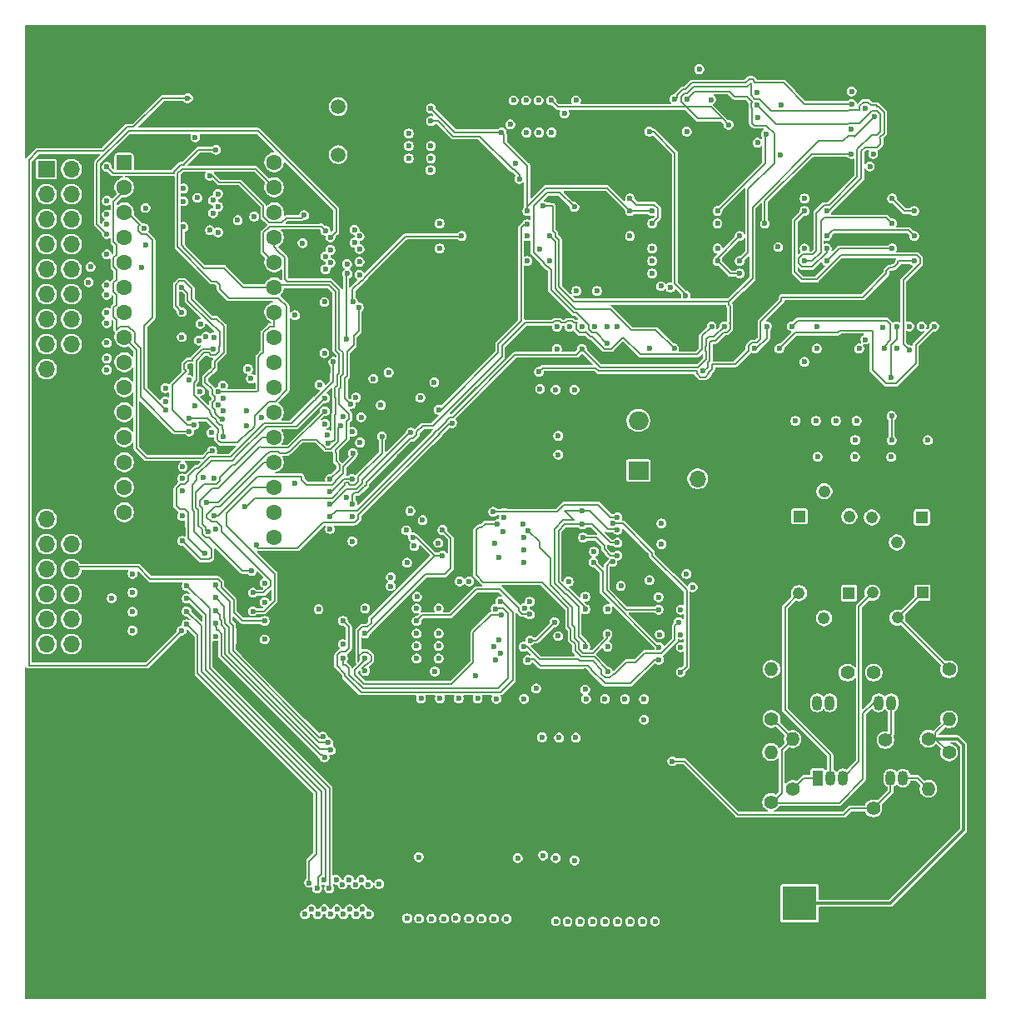
<source format=gbr>
%TF.GenerationSoftware,KiCad,Pcbnew,9.0.0*%
%TF.CreationDate,2025-04-23T17:39:49-07:00*%
%TF.ProjectId,ntscv2,6e747363-7632-42e6-9b69-6361645f7063,rev?*%
%TF.SameCoordinates,Original*%
%TF.FileFunction,Copper,L3,Inr*%
%TF.FilePolarity,Positive*%
%FSLAX46Y46*%
G04 Gerber Fmt 4.6, Leading zero omitted, Abs format (unit mm)*
G04 Created by KiCad (PCBNEW 9.0.0) date 2025-04-23 17:39:49*
%MOMM*%
%LPD*%
G01*
G04 APERTURE LIST*
G04 Aperture macros list*
%AMRoundRect*
0 Rectangle with rounded corners*
0 $1 Rounding radius*
0 $2 $3 $4 $5 $6 $7 $8 $9 X,Y pos of 4 corners*
0 Add a 4 corners polygon primitive as box body*
4,1,4,$2,$3,$4,$5,$6,$7,$8,$9,$2,$3,0*
0 Add four circle primitives for the rounded corners*
1,1,$1+$1,$2,$3*
1,1,$1+$1,$4,$5*
1,1,$1+$1,$6,$7*
1,1,$1+$1,$8,$9*
0 Add four rect primitives between the rounded corners*
20,1,$1+$1,$2,$3,$4,$5,0*
20,1,$1+$1,$4,$5,$6,$7,0*
20,1,$1+$1,$6,$7,$8,$9,0*
20,1,$1+$1,$8,$9,$2,$3,0*%
G04 Aperture macros list end*
%TA.AperFunction,ComponentPad*%
%ADD10RoundRect,0.250000X-0.550000X-0.550000X0.550000X-0.550000X0.550000X0.550000X-0.550000X0.550000X0*%
%TD*%
%TA.AperFunction,ComponentPad*%
%ADD11C,1.600000*%
%TD*%
%TA.AperFunction,ComponentPad*%
%ADD12C,1.400000*%
%TD*%
%TA.AperFunction,ComponentPad*%
%ADD13O,1.400000X1.400000*%
%TD*%
%TA.AperFunction,ComponentPad*%
%ADD14R,1.050000X1.500000*%
%TD*%
%TA.AperFunction,ComponentPad*%
%ADD15O,1.050000X1.500000*%
%TD*%
%TA.AperFunction,ComponentPad*%
%ADD16R,3.500000X3.500000*%
%TD*%
%TA.AperFunction,ComponentPad*%
%ADD17C,4.000000*%
%TD*%
%TA.AperFunction,ComponentPad*%
%ADD18C,4.700000*%
%TD*%
%TA.AperFunction,ComponentPad*%
%ADD19R,1.222000X1.222000*%
%TD*%
%TA.AperFunction,ComponentPad*%
%ADD20C,1.222000*%
%TD*%
%TA.AperFunction,ComponentPad*%
%ADD21R,1.700000X1.700000*%
%TD*%
%TA.AperFunction,ComponentPad*%
%ADD22O,1.700000X1.700000*%
%TD*%
%TA.AperFunction,ComponentPad*%
%ADD23C,1.500000*%
%TD*%
%TA.AperFunction,ComponentPad*%
%ADD24R,2.000000X1.905000*%
%TD*%
%TA.AperFunction,ComponentPad*%
%ADD25O,2.000000X1.905000*%
%TD*%
%TA.AperFunction,ViaPad*%
%ADD26C,0.600000*%
%TD*%
%TA.AperFunction,Conductor*%
%ADD27C,0.200000*%
%TD*%
%TA.AperFunction,Conductor*%
%ADD28C,0.300000*%
%TD*%
%TA.AperFunction,Conductor*%
%ADD29C,0.150000*%
%TD*%
G04 APERTURE END LIST*
D10*
%TO.N,unconnected-(U17-NC-Pad1)*%
%TO.C,U17*%
X117785001Y-38212498D03*
D11*
%TO.N,sram1_addr16*%
X117785001Y-40752498D03*
%TO.N,sram1_addr14*%
X117785001Y-43292498D03*
%TO.N,sram1_addr12*%
X117785001Y-45832498D03*
%TO.N,sram1_addr7*%
X117785001Y-48372498D03*
%TO.N,sram1_addr6*%
X117785001Y-50912498D03*
%TO.N,sram1_addr5*%
X117785001Y-53452498D03*
%TO.N,sram1_addr4*%
X117785001Y-55992498D03*
%TO.N,sram1_addr3*%
X117785001Y-58532498D03*
%TO.N,sram1_addr2*%
X117785001Y-61072498D03*
%TO.N,sram1_addr1*%
X117785001Y-63612498D03*
%TO.N,sram1_addr0*%
X117785001Y-66152498D03*
%TO.N,m1_data0*%
X117785001Y-68692498D03*
%TO.N,m1_data1*%
X117785001Y-71232498D03*
%TO.N,m1_data2*%
X117785001Y-73772498D03*
%TO.N,GND*%
X117785001Y-76312498D03*
%TO.N,m1_data3*%
X133025001Y-76312498D03*
%TO.N,m1_data4*%
X133025001Y-73772498D03*
%TO.N,m1_data5*%
X133025001Y-71232498D03*
%TO.N,m1_data6*%
X133025001Y-68692498D03*
%TO.N,m1_data7*%
X133025001Y-66152498D03*
%TO.N,memory_CS1*%
X133025001Y-63612498D03*
%TO.N,sram1_addr10*%
X133025001Y-61072498D03*
%TO.N,memory_output_enable*%
X133025001Y-58532498D03*
%TO.N,sram1_addr11*%
X133025001Y-55992498D03*
%TO.N,sram1_addr9*%
X133025001Y-53452498D03*
%TO.N,sram1_addr8*%
X133025001Y-50912498D03*
%TO.N,sram1_addr13*%
X133025001Y-48372498D03*
%TO.N,memory_write_enable*%
X133025001Y-45832498D03*
%TO.N,memory_CS2*%
X133025001Y-43292498D03*
%TO.N,sram1_addr15*%
X133025001Y-40752498D03*
%TO.N,5vdc*%
X133025001Y-38212498D03*
%TD*%
D12*
%TO.N,Net-(R7-Pad1)*%
%TO.C,R7*%
X193994500Y-90069999D03*
D13*
%TO.N,GND*%
X199074502Y-90069997D03*
%TD*%
D14*
%TO.N,GND*%
%TO.C,Q1*%
X190794499Y-93140000D03*
D15*
%TO.N,ampinput*%
X189524499Y-93139999D03*
%TO.N,Net-(Q1-D)*%
X188254499Y-93140000D03*
%TD*%
D12*
%TO.N,ampinput*%
%TO.C,R2*%
X191324499Y-90069999D03*
D13*
%TO.N,GND*%
X186244500Y-90069999D03*
%TD*%
D16*
%TO.N,Output_Signal_75ohm*%
%TO.C,J2*%
X186475000Y-113525000D03*
D17*
%TO.N,GND*%
X191500000Y-118550000D03*
X191500000Y-108500000D03*
X181450000Y-118550000D03*
X181450000Y-108500000D03*
%TD*%
D12*
%TO.N,bias_control*%
%TO.C,R6*%
X183594500Y-94779999D03*
D13*
%TO.N,Net-(R6-Pad2)*%
X183594498Y-89699998D03*
%TD*%
D14*
%TO.N,5vdc*%
%TO.C,Q3*%
X188304500Y-100769999D03*
D15*
%TO.N,transistor_bias*%
X189574500Y-100770000D03*
%TO.N,Net-(Q3-E)*%
X190844500Y-100769999D03*
%TD*%
D12*
%TO.N,brightness_adj*%
%TO.C,R11*%
X201644500Y-89729999D03*
D13*
%TO.N,Output_Signal_75ohm*%
X201644502Y-94810000D03*
%TD*%
D18*
%TO.N,GND*%
%TO.C,H3*%
X200900000Y-28800000D03*
%TD*%
D12*
%TO.N,BRIGHTNESS_CONTROL*%
%TO.C,R13*%
X193954500Y-103870000D03*
D13*
%TO.N,GND*%
X199034501Y-103869998D03*
%TD*%
D19*
%TO.N,Net-(R7-Pad1)*%
%TO.C,RV2*%
X198884500Y-74299999D03*
D20*
X196344500Y-76839999D03*
%TO.N,bias_control*%
X193804500Y-74299999D03*
%TD*%
D21*
%TO.N,GND*%
%TO.C,J3*%
X176100000Y-67825000D03*
D22*
%TO.N,inputvoltage*%
X176100000Y-70365000D03*
%TD*%
D12*
%TO.N,bias_control*%
%TO.C,R5*%
X183544502Y-103230000D03*
D13*
%TO.N,Net-(Q1-D)*%
X183544500Y-98149999D03*
%TD*%
D19*
%TO.N,brightness_adj*%
%TO.C,RV4*%
X198944500Y-81954999D03*
D20*
X196404500Y-84494999D03*
%TO.N,Net-(Q3-E)*%
X193864500Y-81954999D03*
%TD*%
D14*
%TO.N,GND*%
%TO.C,Q2*%
X197024499Y-93140001D03*
D15*
%TO.N,BIAS_ADJ*%
X195754499Y-93140000D03*
%TO.N,bias_control*%
X194484499Y-93140001D03*
%TD*%
D12*
%TO.N,BIAS_ADJ*%
%TO.C,R3*%
X195174501Y-96919997D03*
D13*
%TO.N,GND*%
X190094500Y-96919999D03*
%TD*%
D18*
%TO.N,GND*%
%TO.C,H4*%
X200900000Y-118700000D03*
%TD*%
%TO.N,GND*%
%TO.C,H2*%
X112200000Y-118700000D03*
%TD*%
D12*
%TO.N,Output_Signal_75ohm*%
%TO.C,R14*%
X199544500Y-96789997D03*
D13*
%TO.N,Net-(Q4-D)*%
X199544501Y-101869999D03*
%TD*%
D19*
%TO.N,Net-(R6-Pad2)*%
%TO.C,RV1*%
X191475000Y-82000000D03*
D20*
X188935000Y-84540000D03*
%TO.N,transistor_bias*%
X186395000Y-82000000D03*
%TD*%
D18*
%TO.N,GND*%
%TO.C,H1*%
X112200000Y-28800000D03*
%TD*%
D12*
%TO.N,5vdc*%
%TO.C,R4*%
X185744500Y-101899998D03*
D13*
%TO.N,bias_control*%
X185744500Y-96819999D03*
%TD*%
D14*
%TO.N,GND*%
%TO.C,Q4*%
X194434500Y-100779999D03*
D15*
%TO.N,BRIGHTNESS_CONTROL*%
X195704500Y-100780000D03*
%TO.N,Net-(Q4-D)*%
X196974500Y-100779999D03*
%TD*%
D19*
%TO.N,Net-(R8-Pad2)*%
%TO.C,RV3*%
X186434500Y-74189999D03*
D20*
X188974500Y-71649999D03*
%TO.N,ampinput*%
X191514500Y-74189999D03*
%TD*%
D23*
%TO.N,Net-(C1-Pad1)*%
%TO.C,Y1*%
X139557502Y-32564996D03*
%TO.N,Net-(C2-Pad1)*%
X139557502Y-37444996D03*
%TD*%
D12*
%TO.N,Output_Signal_75ohm*%
%TO.C,R12*%
X201654499Y-98169998D03*
D13*
%TO.N,GND*%
X201654500Y-103250000D03*
%TD*%
D21*
%TO.N,Net-(J1-Pin_1)*%
%TO.C,J1*%
X109880000Y-38910000D03*
D22*
%TO.N,Net-(J1-Pin_2)*%
X112420000Y-38910000D03*
%TO.N,Net-(J1-Pin_3)*%
X109880000Y-41450000D03*
%TO.N,Net-(J1-Pin_4)*%
X112420000Y-41450000D03*
%TO.N,Net-(J1-Pin_5)*%
X109880000Y-43989999D03*
%TO.N,Net-(J1-Pin_6)*%
X112420000Y-43990000D03*
%TO.N,Net-(J1-Pin_7)*%
X109880000Y-46530000D03*
%TO.N,Net-(J1-Pin_8)*%
X112420000Y-46530000D03*
%TO.N,Net-(J1-Pin_9)*%
X109880000Y-49070000D03*
%TO.N,Net-(J1-Pin_10)*%
X112420000Y-49070000D03*
%TO.N,Net-(J1-Pin_11)*%
X109880000Y-51610000D03*
%TO.N,Net-(J1-Pin_12)*%
X112420000Y-51610000D03*
%TO.N,Net-(J1-Pin_13)*%
X109880000Y-54150000D03*
%TO.N,Net-(J1-Pin_14)*%
X112420000Y-54150000D03*
%TO.N,Net-(J1-Pin_15)*%
X109880000Y-56690001D03*
%TO.N,Net-(J1-Pin_16)*%
X112420000Y-56690000D03*
%TO.N,Net-(J1-Pin_17)*%
X109880000Y-59230000D03*
%TO.N,GND*%
X112420000Y-59230000D03*
X109880000Y-61770000D03*
X112420000Y-61770000D03*
X109880000Y-64310000D03*
X112420000Y-64310000D03*
X109880000Y-66849999D03*
X112420000Y-66850000D03*
X109880000Y-69390000D03*
X112420000Y-69390000D03*
X109880000Y-71930000D03*
X112420000Y-71930000D03*
%TO.N,Net-(J1-Pin_29)*%
X109880000Y-74470000D03*
%TO.N,GND*%
X112420000Y-74470000D03*
%TO.N,Net-(J1-Pin_31)*%
X109880000Y-77009999D03*
%TO.N,Net-(J1-Pin_32)*%
X112420000Y-77010000D03*
%TO.N,Net-(J1-Pin_33)*%
X109880000Y-79550001D03*
%TO.N,Net-(J1-Pin_34)*%
X112420000Y-79550000D03*
%TO.N,Net-(J1-Pin_35)*%
X109880000Y-82090000D03*
%TO.N,Net-(J1-Pin_36)*%
X112420000Y-82090000D03*
%TO.N,Net-(J1-Pin_37)*%
X109880000Y-84630000D03*
%TO.N,Net-(J1-Pin_38)*%
X112420000Y-84630000D03*
%TO.N,Net-(J1-Pin_39)*%
X109880000Y-87170000D03*
%TO.N,Net-(J1-Pin_40)*%
X112420000Y-87170000D03*
%TD*%
D24*
%TO.N,inputvoltage*%
%TO.C,U28*%
X170059999Y-69529999D03*
D25*
%TO.N,GND*%
X170059999Y-66989999D03*
%TO.N,5vdc*%
X170060000Y-64450000D03*
%TD*%
D26*
%TO.N,GND*%
X147050000Y-53750000D03*
X157875000Y-59300000D03*
X194900000Y-71550000D03*
X190950000Y-79225000D03*
X171100000Y-72900000D03*
X200134999Y-57132501D03*
X176840000Y-75200000D03*
X165880000Y-82350000D03*
X127630000Y-46720000D03*
X116970000Y-86720000D03*
X120190000Y-29400000D03*
X145400000Y-105460000D03*
X157861659Y-115132498D03*
X178107500Y-49510000D03*
X153790000Y-34340000D03*
X144087500Y-28964999D03*
X145830000Y-68160000D03*
X150580000Y-42590000D03*
X174760000Y-47470000D03*
X138790000Y-80490000D03*
X175500000Y-106460000D03*
X115260000Y-61210000D03*
X181210000Y-103230000D03*
X124930000Y-66300000D03*
X164750000Y-48840000D03*
X131955735Y-36519265D03*
X179430000Y-38990000D03*
X159880000Y-39480000D03*
X120630000Y-64230000D03*
X138110000Y-99640000D03*
X186957500Y-49510000D03*
X134060000Y-85120000D03*
X125337500Y-79525000D03*
X144290000Y-44130000D03*
X179130000Y-91880000D03*
X155240000Y-29210000D03*
X144150000Y-70020000D03*
X133825000Y-36200000D03*
X150820000Y-66390000D03*
X143325000Y-114124999D03*
X144675000Y-116425000D03*
X159075000Y-73114998D03*
X144700000Y-121740000D03*
X123699997Y-77959998D03*
X189484999Y-57132501D03*
X173021658Y-115342499D03*
X195857500Y-49510000D03*
X182210000Y-82000000D03*
X170760000Y-91360000D03*
X164675000Y-89964999D03*
X136680000Y-89200000D03*
X203894500Y-96669998D03*
X145440000Y-109960000D03*
X177880000Y-91880000D03*
X166680000Y-28160000D03*
X124350000Y-86940000D03*
X135690000Y-97480000D03*
X165310000Y-71820000D03*
X174210000Y-75210000D03*
X183450000Y-29400000D03*
X150350000Y-72950000D03*
X189410000Y-39240000D03*
X109980000Y-102980000D03*
X169650000Y-53770000D03*
X158350000Y-67630000D03*
X167770000Y-73150000D03*
X117725000Y-83125000D03*
X183790000Y-43840000D03*
X150750000Y-56910000D03*
X134175000Y-112775000D03*
X126340000Y-58930000D03*
X152980000Y-58910000D03*
X191000000Y-56270000D03*
X144470000Y-53430000D03*
X136000000Y-104810000D03*
X197220000Y-63340000D03*
X178760000Y-37080000D03*
X178400000Y-81760000D03*
X146682500Y-39004997D03*
X123800000Y-91175000D03*
X178410000Y-56740000D03*
X180350000Y-54065000D03*
X136540000Y-108230000D03*
X156100001Y-31917499D03*
X122700000Y-37925000D03*
X159525000Y-116475000D03*
X158757500Y-49510000D03*
X110050000Y-93510000D03*
X153950000Y-53560000D03*
X147330000Y-71620000D03*
X149857500Y-49510000D03*
X122350000Y-58900000D03*
X135280000Y-52600000D03*
X135870000Y-49700000D03*
X183600000Y-51060000D03*
X196570000Y-87310000D03*
X164780000Y-44500000D03*
X188680000Y-87020000D03*
X159775000Y-111575000D03*
X122090735Y-46510735D03*
X158480000Y-101190000D03*
X133600000Y-79360000D03*
X200110000Y-60030000D03*
X119620000Y-70450000D03*
X139600000Y-108180000D03*
X132510000Y-99160000D03*
X175720000Y-98280000D03*
X154040000Y-37010000D03*
X181970000Y-74020000D03*
X158350000Y-90730000D03*
X168134999Y-57182501D03*
X142620000Y-98630000D03*
X115050000Y-90460000D03*
X135625000Y-58250000D03*
X190830000Y-59690000D03*
X127100000Y-37775000D03*
X181730000Y-67450000D03*
X158900000Y-55690000D03*
X174710000Y-43390000D03*
X139370000Y-91140000D03*
X203894500Y-88069999D03*
X122120000Y-104720000D03*
X144950000Y-41240000D03*
X135425000Y-34225000D03*
X124500000Y-58960000D03*
X128375000Y-79325000D03*
X174590000Y-39140000D03*
X135824781Y-67174781D03*
X178900000Y-59700000D03*
X129250000Y-90950000D03*
X143110000Y-39780000D03*
X177449998Y-35132500D03*
X138715000Y-76750000D03*
X172180000Y-39020000D03*
X127740001Y-58932501D03*
X201710000Y-72030000D03*
X180984858Y-87982269D03*
X166230000Y-65890000D03*
X177750000Y-63280000D03*
X181210000Y-64205000D03*
X169207500Y-49510000D03*
X144860000Y-48840000D03*
X152069998Y-30045001D03*
X181120000Y-96860000D03*
X184160000Y-63300000D03*
X170840000Y-78150000D03*
X158250000Y-63070000D03*
X133300000Y-31575000D03*
X159560000Y-121750000D03*
X115290000Y-74930000D03*
X141430000Y-102170000D03*
X190800000Y-63090000D03*
X134907943Y-65676180D03*
X173850000Y-65975000D03*
X165600000Y-64600000D03*
X125040000Y-121130000D03*
X174590000Y-118470000D03*
X173930000Y-82030000D03*
X144325000Y-57250000D03*
X114820000Y-80080000D03*
X201830000Y-39850000D03*
X176555000Y-91805000D03*
X166320000Y-68160000D03*
X201710000Y-84030000D03*
X193030000Y-29550000D03*
%TO.N,14mhz_CLK0*%
X148972496Y-36545001D03*
X149857500Y-44430000D03*
X146722496Y-37815000D03*
%TO.N,colorburst_ref_colorwhite*%
X163055000Y-54932500D03*
X172400000Y-74910000D03*
%TO.N,7.1mhz_CLK1*%
X157040000Y-34360000D03*
X178107500Y-44430000D03*
X149857500Y-46970000D03*
X176250000Y-28750000D03*
X157550000Y-38350000D03*
%TO.N,CDL_output_enable*%
X163570829Y-109154171D03*
X147735000Y-108817499D03*
X146561659Y-115027499D03*
X140985000Y-74190001D03*
X139335001Y-111100000D03*
X139985002Y-111600000D03*
X161676656Y-115327500D03*
X146559998Y-78899998D03*
%TO.N,_HRESET*%
X181864999Y-57132499D03*
X195857500Y-41890000D03*
X158757500Y-45700000D03*
X180357500Y-49510000D03*
X178107500Y-48240000D03*
X169207500Y-45700000D03*
X180357500Y-45700000D03*
X183135001Y-54882499D03*
X198107500Y-43160000D03*
%TO.N,VRESET*%
X174990002Y-31810000D03*
X180357500Y-48240000D03*
X126093106Y-55938366D03*
X152107500Y-45700000D03*
X127066033Y-75455109D03*
X141025000Y-52350000D03*
%TO.N,HRESET*%
X178107500Y-46970000D03*
X158689999Y-35184999D03*
%TO.N,Net-(D6-A)*%
X172400004Y-77010002D03*
X172125000Y-82394999D03*
%TO.N,HSYNCA*%
X186944999Y-58495000D03*
%TO.N,HSYNCB*%
X188215001Y-54882501D03*
X165595000Y-54932500D03*
X190147501Y-64480000D03*
%TO.N,Net-(D7-A)*%
X172230000Y-86200001D03*
X166669996Y-92750000D03*
%TO.N,_HSYNCA*%
X186017501Y-64480000D03*
X188215000Y-57132500D03*
X166865001Y-54932501D03*
%TO.N,colorburst_delayline*%
X170640004Y-94860000D03*
X193940000Y-37360000D03*
%TO.N,V16*%
X171179998Y-35092499D03*
X174875808Y-51771001D03*
%TO.N,_VBLANK*%
X178785001Y-54882501D03*
X164324999Y-57182499D03*
X138715000Y-74210000D03*
%TO.N,Net-(D8-A)*%
X174375000Y-87474999D03*
X170640000Y-92760000D03*
%TO.N,PIXELDRAWEN*%
X160356294Y-42642683D03*
X176615001Y-59440000D03*
X194040000Y-33550000D03*
%TO.N,VBLANK*%
X140985000Y-72920000D03*
X177515001Y-54882501D03*
%TO.N,Net-(D9-A)*%
X174375000Y-83664999D03*
X168696659Y-92760002D03*
%TO.N,CB_DISABLE*%
X159955001Y-59500000D03*
X198107500Y-48240000D03*
%TO.N,CB_ENABLE*%
X195857500Y-46970000D03*
X189207500Y-48240000D03*
%TO.N,V4*%
X191740000Y-31010000D03*
X174989999Y-35092500D03*
%TO.N,V256*%
X173720001Y-31809999D03*
X191740000Y-32280000D03*
%TO.N,V1*%
X191690000Y-34820000D03*
X177450002Y-31849999D03*
%TO.N,H128*%
X182170000Y-36220000D03*
X161230000Y-35185000D03*
%TO.N,H256*%
X159959999Y-35184999D03*
X184550000Y-32400000D03*
%TO.N,H1*%
X171457500Y-43160000D03*
X156149999Y-35184999D03*
X158757500Y-43160000D03*
X169207500Y-43160000D03*
X148972499Y-32735000D03*
%TO.N,Net-(D10-A)*%
X164675000Y-82344999D03*
X158433992Y-92727500D03*
%TO.N,H8*%
X196324999Y-57132499D03*
X159910000Y-31917501D03*
X197595000Y-54882500D03*
X161785000Y-57182500D03*
%TO.N,Net-(D11-A)*%
X161900000Y-86360000D03*
X159670000Y-91680000D03*
%TO.N,H2*%
X186956500Y-46975543D03*
X184275000Y-46825000D03*
X198865001Y-54882501D03*
X182150000Y-31150000D03*
X192514999Y-57132499D03*
X157370001Y-31917499D03*
%TO.N,H32*%
X163720001Y-31917501D03*
X197594000Y-57286097D03*
X186957500Y-43160000D03*
%TO.N,Net-(D12-A)*%
X166925000Y-87424999D03*
X164739998Y-92740000D03*
%TO.N,Net-(D13-A)*%
X166925000Y-83614999D03*
X164650000Y-91780000D03*
%TO.N,H64*%
X189207500Y-43160000D03*
X161180000Y-31917500D03*
X179230000Y-34400000D03*
%TO.N,H4*%
X189207500Y-46970000D03*
X182150000Y-32410000D03*
X158640000Y-31917500D03*
%TO.N,H16*%
X162550000Y-33250000D03*
X186957500Y-41890000D03*
%TO.N,Net-(D1-K)*%
X194925000Y-55000000D03*
X188117501Y-64480000D03*
%TO.N,Net-(D2-K)*%
X193139999Y-56230000D03*
X192247501Y-64480000D03*
%TO.N,Net-(D3-A)*%
X196325000Y-54882501D03*
X195812500Y-66460000D03*
X195723999Y-60090000D03*
X195812500Y-63990000D03*
%TO.N,Net-(D4-A)*%
X193595000Y-38630000D03*
X199487501Y-66460000D03*
%TO.N,Net-(D5-A)*%
X192112501Y-66435000D03*
X164325000Y-54932501D03*
%TO.N,Net-(D14-A)*%
X147549999Y-82365000D03*
X149892995Y-92672503D03*
%TO.N,ampinput*%
X188287502Y-68134999D03*
X195762501Y-68160001D03*
%TO.N,Net-(D15-A)*%
X151802996Y-92692502D03*
X147510000Y-86095002D03*
%TO.N,Net-(D16-A)*%
X153719997Y-92697501D03*
X149759999Y-87365001D03*
%TO.N,Net-(D17-A)*%
X155631997Y-92737501D03*
X149760001Y-83555002D03*
%TO.N,Net-(D36-A)*%
X146930000Y-65672929D03*
X138715000Y-72940000D03*
%TO.N,m_addr14*%
X127825000Y-63499999D03*
X125390000Y-56320000D03*
%TO.N,m_addr15*%
X127767501Y-64298210D03*
X123650002Y-53429999D03*
%TO.N,m_addr16*%
X127830000Y-66090284D03*
X123650001Y-50889998D03*
%TO.N,m_addr13*%
X127825000Y-62200000D03*
X123649999Y-55969998D03*
%TO.N,m_addr12*%
X126860002Y-57170002D03*
X124900000Y-64900000D03*
%TO.N,colorselect11*%
X159010001Y-82855001D03*
X149759999Y-88635002D03*
%TO.N,colorselect14*%
X140035000Y-88610002D03*
X155543630Y-83579999D03*
%TO.N,colorselect9*%
X147510001Y-84825000D03*
X159010001Y-84155001D03*
%TO.N,colorselect4*%
X158390000Y-87440000D03*
X174160000Y-84930001D03*
%TO.N,colorselect2*%
X158810000Y-88800000D03*
X172150000Y-88760000D03*
%TO.N,colorselect15*%
X142284999Y-88610002D03*
X156090000Y-84185003D03*
%TO.N,colorselect13*%
X140035001Y-84800000D03*
X156020000Y-82850000D03*
%TO.N,colorselect10*%
X158509999Y-83505001D03*
X147510000Y-88635002D03*
%TO.N,colorselect5*%
X159080000Y-86800000D03*
X161534265Y-84944265D03*
%TO.N,delayline2*%
X165490000Y-78850000D03*
X172170000Y-87470001D03*
%TO.N,delayline4*%
X165540000Y-77780000D03*
X174375000Y-86204999D03*
%TO.N,delayline3*%
X174375000Y-90014999D03*
X167435003Y-74915001D03*
%TO.N,delayline8*%
X166925000Y-86154999D03*
X158875003Y-75640003D03*
%TO.N,delayline7*%
X166925000Y-89964999D03*
X155737469Y-75000000D03*
%TO.N,delayline6*%
X167935003Y-75565003D03*
X164675000Y-87424999D03*
X164370000Y-73660002D03*
%TO.N,delayline5*%
X164675000Y-83614999D03*
X164365002Y-74980000D03*
X167935005Y-76865002D03*
%TO.N,delayline9*%
X147510000Y-83555000D03*
X158300000Y-74949998D03*
%TO.N,delayline11*%
X149370763Y-89944238D03*
X158375003Y-78890002D03*
X155470000Y-76930000D03*
%TO.N,delayline12*%
X155894999Y-78344999D03*
X149760001Y-86095001D03*
%TO.N,delayline10*%
X158375005Y-76290000D03*
X156397502Y-74312498D03*
X147510002Y-87365001D03*
%TO.N,delayline13*%
X147275000Y-77200000D03*
X137550000Y-83625000D03*
%TO.N,delayline15*%
X142285000Y-89880001D03*
X150140001Y-78170001D03*
X147125000Y-76289998D03*
%TO.N,delayline14*%
X146475000Y-75610000D03*
X140018736Y-87182734D03*
%TO.N,m_addr6*%
X126120000Y-72800000D03*
X139774994Y-64960000D03*
%TO.N,m_addr5*%
X140070000Y-64060000D03*
X123699998Y-70339999D03*
%TO.N,m_addr1*%
X138180000Y-62185000D03*
X123699997Y-76689999D03*
%TO.N,sram1_addr4*%
X141765958Y-66680284D03*
X126736430Y-67529000D03*
X126500000Y-45125000D03*
%TO.N,m_addr4*%
X123699999Y-71609999D03*
X138430000Y-65900000D03*
%TO.N,sram1_addr1*%
X125225000Y-41825000D03*
X143875000Y-62875000D03*
%TO.N,m_addr3*%
X123700000Y-74150000D03*
X138205000Y-64785001D03*
%TO.N,sram1_addr2*%
X126824999Y-42075001D03*
X141880000Y-64109999D03*
%TO.N,m_addr8*%
X141041879Y-67778479D03*
X126909999Y-74149999D03*
%TO.N,m_addr2*%
X126312785Y-75767215D03*
X138180000Y-63510000D03*
%TO.N,sram1_addr5*%
X123825000Y-40875000D03*
X125526614Y-54641000D03*
X119550000Y-48875000D03*
X135150000Y-53750000D03*
%TO.N,sram1_addr6*%
X123825000Y-42175000D03*
%TO.N,sram1_addr3*%
X140991000Y-65605992D03*
X131775490Y-64113498D03*
X126824999Y-43374999D03*
%TO.N,sram1_addr7*%
X120007815Y-46607815D03*
%TO.N,m_addr7*%
X130090000Y-73160000D03*
X143980000Y-66050000D03*
%TO.N,sram1_addr8*%
X138546453Y-66730619D03*
X123825000Y-44775000D03*
%TO.N,sram1_addr13*%
X121975000Y-61175000D03*
X138254433Y-45171979D03*
%TO.N,m_addr9*%
X125488897Y-61479632D03*
X125780000Y-70260000D03*
%TO.N,sram1_addr10*%
X127324999Y-62850001D03*
X141204432Y-46371980D03*
%TO.N,sram1_addr9*%
X127324998Y-61550000D03*
X141204431Y-45071979D03*
%TO.N,m_addr11*%
X126900000Y-55980002D03*
X125000000Y-62925000D03*
X123739997Y-69149999D03*
%TO.N,m_addr10*%
X121987500Y-62512500D03*
X126910001Y-70340000D03*
%TO.N,sram1_addr15*%
X124400000Y-64250000D03*
X138254433Y-47771979D03*
%TO.N,sram1_addr14*%
X135920000Y-46420000D03*
X122025000Y-63361765D03*
%TO.N,sram1_addr12*%
X140409000Y-56191278D03*
X130242500Y-64949379D03*
X137650000Y-60809998D03*
X126646039Y-65689932D03*
X140466281Y-49517391D03*
%TO.N,sram1_addr16*%
X138254433Y-49071979D03*
X124400000Y-65550000D03*
%TO.N,sram1_addr11*%
X140444265Y-48560000D03*
X130250234Y-63463552D03*
%TO.N,sram1_addr0*%
X138143265Y-57607070D03*
X125010000Y-35660000D03*
%TO.N,m_addr0*%
X126020000Y-77959999D03*
X139048000Y-58500000D03*
%TO.N,bus_addr8*%
X116017500Y-43520000D03*
X127325000Y-45325001D03*
%TO.N,bus_addr7*%
X129325000Y-44100000D03*
X116017500Y-56560000D03*
%TO.N,bus_addr6*%
X127325000Y-42724999D03*
X116017500Y-54540000D03*
%TO.N,bus_addr5*%
X116017500Y-51660000D03*
X127325000Y-41425000D03*
%TO.N,bus_addr11*%
X116017500Y-44500000D03*
X138754433Y-47121979D03*
%TO.N,bus_addr15*%
X116017500Y-58130000D03*
X141704433Y-48321979D03*
%TO.N,bus_addr16*%
X141704433Y-49621980D03*
X116017500Y-59310000D03*
%TO.N,bus_addr10*%
X138754433Y-45821979D03*
X116017500Y-45480000D03*
%TO.N,bus_addr13*%
X116017500Y-50700000D03*
X141704433Y-45721979D03*
%TO.N,bus_addr9*%
X131000000Y-43725000D03*
X116017500Y-42125000D03*
%TO.N,bus_addr14*%
X116017500Y-53480000D03*
X141704433Y-47021978D03*
%TO.N,bus_addr12*%
X116017500Y-47570000D03*
X138754433Y-48421979D03*
%TO.N,bus_addr0*%
X116017500Y-38670000D03*
X127120002Y-36940003D03*
%TO.N,luminosity_select7*%
X170486655Y-115367500D03*
X140065002Y-114625000D03*
%TO.N,luminosity_select14*%
X141935001Y-111100000D03*
X154101659Y-115067499D03*
%TO.N,luminosity_select13*%
X142599998Y-111600000D03*
X152831661Y-115067498D03*
%TO.N,luminosity_select2*%
X136815002Y-114125000D03*
X164136656Y-115367498D03*
%TO.N,luminosity_select15*%
X155371658Y-115067499D03*
X141285001Y-111600000D03*
%TO.N,luminosity_select6*%
X139415003Y-114125000D03*
X169216656Y-115367500D03*
%TO.N,luminosity_select1*%
X162866657Y-115367499D03*
X136165002Y-114625000D03*
%TO.N,luminosity_select9*%
X147751660Y-115067498D03*
X141365002Y-114625000D03*
%TO.N,luminosity_select16*%
X140635001Y-111100000D03*
X156671658Y-115092499D03*
%TO.N,luminosity_select10*%
X149021659Y-115067497D03*
X142015001Y-114125001D03*
%TO.N,luminosity_select8*%
X140715002Y-114125001D03*
X171751659Y-115342499D03*
%TO.N,luminosity_select12*%
X151509582Y-115015418D03*
X143700000Y-111550000D03*
%TO.N,luminosity_select5*%
X138765002Y-114625000D03*
X167946658Y-115367499D03*
%TO.N,luminosity_select4*%
X166676657Y-115367498D03*
X138115001Y-114125000D03*
%TO.N,luminosity_select3*%
X137465002Y-114625000D03*
X165406658Y-115367500D03*
%TO.N,luminosity_select11*%
X142675000Y-114625000D03*
X150291661Y-115067499D03*
%TO.N,m1_data4*%
X155510001Y-88780001D03*
X127060003Y-85070004D03*
X138150000Y-98680000D03*
%TO.N,m1_data5*%
X138786695Y-97944186D03*
X130880000Y-83830000D03*
X127060003Y-83770001D03*
X156040000Y-88080000D03*
%TO.N,m1_data6*%
X155350000Y-87425000D03*
X127060004Y-82470003D03*
X130882500Y-81950000D03*
X138550000Y-97180000D03*
%TO.N,m1_data1*%
X137400000Y-112000000D03*
X124135003Y-83845002D03*
%TO.N,m1_data3*%
X124135003Y-81245003D03*
X138625000Y-112000000D03*
%TO.N,m1_data2*%
X124135003Y-82545003D03*
X138075003Y-111150000D03*
%TO.N,m1_data7*%
X127060004Y-81170001D03*
X130767500Y-79720000D03*
X137990000Y-96580000D03*
X155870000Y-86750000D03*
%TO.N,m1_data0*%
X124135003Y-85145002D03*
X136590000Y-111430000D03*
%TO.N,5vdc*%
X130675000Y-60200000D03*
X153520000Y-90420000D03*
X149310000Y-60580000D03*
X130375000Y-59225000D03*
X161920000Y-66010000D03*
X168280000Y-81260000D03*
X143112502Y-60204996D03*
X161660000Y-61325000D03*
X175576000Y-81390000D03*
X160275000Y-96650000D03*
X160375000Y-108650000D03*
X162000000Y-96675002D03*
X144900000Y-80380000D03*
X144870000Y-81290000D03*
X163560000Y-61325000D03*
X160062102Y-61247898D03*
X171195001Y-80680001D03*
X174960000Y-80050000D03*
X151900000Y-80800000D03*
X161920000Y-67920000D03*
X161656661Y-108917498D03*
X144675000Y-59575000D03*
X152860000Y-80800000D03*
X162978669Y-80815002D03*
X163700000Y-96675002D03*
%TO.N,memory_write_enable*%
X138715000Y-70400000D03*
%TO.N,Net-(D37-A)*%
X171457500Y-49510000D03*
X173325000Y-50925000D03*
%TO.N,bus_write_set*%
X116517500Y-82500000D03*
X135125000Y-70825000D03*
%TO.N,Net-(U1-Pad3)*%
X182195000Y-33680000D03*
X184510000Y-37490000D03*
%TO.N,Net-(U8A-D)*%
X183017489Y-35364700D03*
X178107500Y-43160000D03*
%TO.N,Net-(U8B-D)*%
X182925000Y-44431000D03*
X191715000Y-37360000D03*
%TO.N,Net-(U9A-C)*%
X200135001Y-54882501D03*
X184404999Y-57132499D03*
%TO.N,Net-(U10A-C)*%
X186957500Y-48240000D03*
X195857500Y-44430000D03*
%TO.N,Net-(U10B-C)*%
X189207500Y-45700000D03*
X198107500Y-45700000D03*
%TO.N,Net-(U11A-C)*%
X161007500Y-45700000D03*
X173704999Y-57132499D03*
%TO.N,Net-(U9B-C)*%
X185675000Y-54882501D03*
X195054999Y-57132499D03*
%TO.N,_VBLANK_BUFFERED*%
X138143265Y-52407070D03*
X124340002Y-60310002D03*
X140985000Y-76730000D03*
X141352096Y-62112162D03*
X140822110Y-62777890D03*
X127825000Y-60900000D03*
X141643265Y-52957070D03*
%TO.N,delayline16*%
X146875000Y-73640002D03*
X142285001Y-86070001D03*
X150140002Y-75570003D03*
%TO.N,Net-(U4-Pad13)*%
X161785001Y-54932499D03*
X167890000Y-54920000D03*
%TO.N,Net-(U27-2A1)*%
X164430000Y-76340000D03*
X167935002Y-78165001D03*
%TO.N,field1*%
X171457500Y-46970000D03*
X160000000Y-47000000D03*
%TO.N,Net-(D39-A)*%
X147960000Y-92700000D03*
X142285001Y-83530002D03*
%TO.N,Net-(U31-2A2)*%
X148125000Y-74575000D03*
X149715001Y-76890001D03*
%TO.N,Net-(U27-2Y3)*%
X155300000Y-73730001D03*
X167935005Y-74265001D03*
%TO.N,Net-(U29-1A1)*%
X156280000Y-75714998D03*
X158375003Y-77590002D03*
%TO.N,Net-(U22-Pad11)*%
X146722498Y-36545001D03*
X146722497Y-35275001D03*
%TO.N,Net-(U15-Pad9)*%
X148972495Y-34004999D03*
X171457500Y-48240000D03*
X157955000Y-39904002D03*
%TO.N,Net-(R8-Pad2)*%
X192087501Y-68134999D03*
%TO.N,Net-(D41-K)*%
X171164999Y-57132499D03*
X172375000Y-50800000D03*
X165857507Y-51284998D03*
%TO.N,Net-(D42-A)*%
X158757500Y-48240000D03*
X163757501Y-51285002D03*
%TO.N,bus_read{slash}write_modeset*%
X140985000Y-70380000D03*
X138715000Y-71670000D03*
%TO.N,Net-(U16-Pad13)*%
X163550000Y-42750000D03*
X166846035Y-56575000D03*
%TO.N,field0*%
X161007500Y-48240000D03*
X169207500Y-41890000D03*
X171457500Y-44430000D03*
%TO.N,BRIGHTNESS_CONTROL*%
X173514003Y-99065491D03*
%TO.N,Net-(U23-CLK)*%
X158756500Y-44505234D03*
X151130000Y-64700000D03*
X149780000Y-63370000D03*
X131200001Y-77110000D03*
%TO.N,delayline1*%
X172125000Y-83664999D03*
X167435003Y-78815002D03*
%TO.N,memory_output_enable*%
X147900000Y-62150000D03*
%TO.N,VBLANK_BUFFERED*%
X136070000Y-43600000D03*
X138715000Y-75480000D03*
X126475000Y-39575000D03*
X123635003Y-85795002D03*
X124230000Y-31700002D03*
%TO.N,Net-(U20-DIR)*%
X140385000Y-72265570D03*
X127060003Y-86370003D03*
%TO.N,color_black*%
X148972497Y-37815002D03*
X157796658Y-108917499D03*
%TO.N,Net-(J1-Pin_10)*%
X119812500Y-44940000D03*
%TO.N,Net-(J1-Pin_8)*%
X119952500Y-42850000D03*
%TO.N,Net-(J1-Pin_9)*%
X114356622Y-48839351D03*
%TO.N,Net-(J1-Pin_11)*%
X114175000Y-50400000D03*
%TO.N,Net-(J1-Pin_36)*%
X132072500Y-82925000D03*
%TO.N,Net-(J1-Pin_34)*%
X132072500Y-84800000D03*
%TO.N,Net-(J1-Pin_38)*%
X132072500Y-80975000D03*
%TO.N,Net-(J1-Pin_32)*%
X132072500Y-86700000D03*
%TO.N,Net-(J1-Pin_31)*%
X118630000Y-83900000D03*
%TO.N,Net-(J1-Pin_35)*%
X118630000Y-80025000D03*
%TO.N,Net-(J1-Pin_33)*%
X118630000Y-81925000D03*
%TO.N,Net-(J1-Pin_29)*%
X118630000Y-85800000D03*
%TO.N,color_black_debug1*%
X193170764Y-32720764D03*
X148932499Y-39005003D03*
%TD*%
D27*
%TO.N,_HRESET*%
X183135001Y-56057100D02*
X182059602Y-57132499D01*
X198107500Y-43160000D02*
X197127500Y-43160000D01*
X178107500Y-48240000D02*
X178107500Y-47950000D01*
X179377500Y-49510000D02*
X178107500Y-48240000D01*
X182059602Y-57132499D02*
X181864999Y-57132499D01*
X178107500Y-47950000D02*
X180357500Y-45700000D01*
X197127500Y-43160000D02*
X195857500Y-41890000D01*
X180357500Y-49510000D02*
X179377500Y-49510000D01*
X183135001Y-54882499D02*
X183135001Y-56057100D01*
%TO.N,VRESET*%
X181850000Y-34475000D02*
X181600000Y-34225000D01*
X181600000Y-33934943D02*
X181594000Y-33928943D01*
X146400000Y-45750000D02*
X152057500Y-45750000D01*
X183075000Y-34475000D02*
X181850000Y-34475000D01*
X141010000Y-51140000D02*
X141927020Y-50222980D01*
X181594000Y-33431057D02*
X181600000Y-33425057D01*
X181600000Y-32709943D02*
X181549000Y-32658943D01*
X152057500Y-45750000D02*
X152107500Y-45700000D01*
X183880000Y-35280000D02*
X183075000Y-34475000D01*
X142305433Y-49844567D02*
X146400000Y-45750000D01*
X181594000Y-33928943D02*
X181594000Y-33431057D01*
X179300000Y-31000000D02*
X175800002Y-31000000D01*
X181600000Y-32110057D02*
X181600000Y-32075043D01*
X141025000Y-52350000D02*
X141010000Y-52335000D01*
X183880000Y-38295000D02*
X183880000Y-35280000D01*
X181600000Y-32075043D02*
X181100000Y-31575043D01*
X181225000Y-47372500D02*
X181225000Y-40950000D01*
X141010000Y-52335000D02*
X141010000Y-51140000D01*
X175800002Y-31000000D02*
X174990002Y-31810000D01*
X141953376Y-50222980D02*
X142305433Y-49870923D01*
X181600000Y-33425057D02*
X181600000Y-32709943D01*
X181549000Y-32658943D02*
X181549000Y-32161057D01*
X180357500Y-48240000D02*
X181225000Y-47372500D01*
X179875043Y-31575043D02*
X179300000Y-31000000D01*
X181100000Y-31575043D02*
X179875043Y-31575043D01*
X181600000Y-34225000D02*
X181600000Y-33934943D01*
X181225000Y-40950000D02*
X183880000Y-38295000D01*
X181549000Y-32161057D02*
X181600000Y-32110057D01*
X142305433Y-49870923D02*
X142305433Y-49844567D01*
X141927020Y-50222980D02*
X141953376Y-50222980D01*
%TO.N,V16*%
X173770000Y-37262444D02*
X171600055Y-35092499D01*
X173770000Y-50520057D02*
X173770000Y-37262444D01*
X174989999Y-51770000D02*
X173926000Y-50706001D01*
X173926000Y-50676057D02*
X173770000Y-50520057D01*
X171600055Y-35092499D02*
X171179998Y-35092499D01*
X173926000Y-50706001D02*
X173926000Y-50676057D01*
%TO.N,_VBLANK*%
X141495999Y-73589001D02*
X149286500Y-65798500D01*
X151181000Y-64099000D02*
X157496501Y-57783499D01*
X149286500Y-65798500D02*
X149286500Y-65714930D01*
X150881057Y-64099000D02*
X151181000Y-64099000D01*
X164324999Y-57182499D02*
X166172500Y-59030000D01*
X177192499Y-55952502D02*
X177715000Y-55952502D01*
X176925001Y-58250000D02*
X176925001Y-57392444D01*
X176914000Y-57381443D02*
X176914000Y-56883557D01*
X176925001Y-57392444D02*
X176914000Y-57381443D01*
X149286500Y-65714930D02*
X149602430Y-65399000D01*
X149652430Y-65399000D02*
X150529000Y-64522430D01*
X163723999Y-57783499D02*
X164324999Y-57182499D01*
X150529000Y-64451057D02*
X150881057Y-64099000D01*
X138715000Y-74210000D02*
X139335999Y-73589001D01*
X166172500Y-59030000D02*
X176145001Y-59030000D01*
X149602430Y-65399000D02*
X149652430Y-65399000D01*
X176925001Y-56872556D02*
X176925001Y-56220000D01*
X176925001Y-56740000D02*
X176925001Y-56220000D01*
X176914000Y-56883557D02*
X176925001Y-56872556D01*
X176145001Y-59030000D02*
X176925001Y-58250000D01*
X157496501Y-57783499D02*
X163723999Y-57783499D01*
X176925001Y-56220000D02*
X177192499Y-55952502D01*
X177715000Y-55952502D02*
X178785001Y-54882501D01*
X150529000Y-64522430D02*
X150529000Y-64451057D01*
X139335999Y-73589001D02*
X141495999Y-73589001D01*
%TO.N,PIXELDRAWEN*%
X160356294Y-42642683D02*
X160373977Y-42625000D01*
X179386001Y-54493999D02*
X179386001Y-52820000D01*
X177526498Y-56353502D02*
X177881100Y-56353502D01*
X161083000Y-42625000D02*
X161108000Y-42650000D01*
X181675000Y-42775000D02*
X181675000Y-49978000D01*
X162009500Y-50844500D02*
X162237450Y-51072452D01*
X194040000Y-33550000D02*
X192009971Y-35580029D01*
X179386001Y-52820000D02*
X179267001Y-52701000D01*
X188399971Y-36050029D02*
X181675000Y-42775000D01*
X191913943Y-35484000D02*
X191416057Y-35484000D01*
X162009500Y-46134900D02*
X162009500Y-50844500D01*
X179316222Y-54563778D02*
X179386001Y-54493999D01*
X192009971Y-35580029D02*
X191913943Y-35484000D01*
X161340000Y-42657443D02*
X161340000Y-45182557D01*
X177881100Y-56353502D02*
X178751101Y-55483501D01*
X179033944Y-55483501D02*
X179386001Y-55131444D01*
X177150000Y-59035001D02*
X177150000Y-58592101D01*
X177326001Y-57038656D02*
X177326001Y-56553999D01*
X176615001Y-59440000D02*
X176745001Y-59440000D01*
X179386001Y-54633558D02*
X179316222Y-54563778D01*
X177326001Y-56553999D02*
X177526498Y-56353502D01*
X178751101Y-55483501D02*
X179033944Y-55483501D01*
X190850028Y-36050029D02*
X188399971Y-36050029D01*
X179267001Y-52701000D02*
X179267001Y-52385999D01*
X179267001Y-52385999D02*
X179282000Y-52371000D01*
X177150000Y-58592101D02*
X177326001Y-58416100D01*
X191416057Y-35484000D02*
X190850028Y-36050029D01*
X161608500Y-45451057D02*
X161608500Y-45733900D01*
X176745001Y-59440000D02*
X177150000Y-59035001D01*
X177326001Y-58416100D02*
X177326001Y-57226344D01*
X161340000Y-45182557D02*
X161608500Y-45451057D01*
X163536001Y-52371000D02*
X179282000Y-52371000D01*
X161108000Y-42650000D02*
X161347443Y-42650000D01*
X162237450Y-51072452D02*
X163536001Y-52371000D01*
X161347443Y-42650000D02*
X161340000Y-42657443D01*
X177315000Y-57215343D02*
X177315000Y-57049657D01*
X177315000Y-57049657D02*
X177326001Y-57038656D01*
X181675000Y-49978000D02*
X179282000Y-52371000D01*
X161608500Y-45733900D02*
X162009500Y-46134900D01*
X177326001Y-57226344D02*
X177315000Y-57215343D01*
X160373977Y-42625000D02*
X161083000Y-42625000D01*
X179386001Y-55131444D02*
X179386001Y-54633558D01*
%TO.N,VBLANK*%
X158557100Y-54500000D02*
X156202601Y-56854499D01*
X168492557Y-55975000D02*
X167291557Y-57176000D01*
X156202601Y-56854499D02*
X156202601Y-57947399D01*
X166597092Y-57176000D02*
X165355592Y-55934500D01*
X163745457Y-54500000D02*
X163472443Y-54500000D01*
X145229000Y-67921000D02*
X142388000Y-70762000D01*
X162637557Y-54500000D02*
X162202445Y-54500000D01*
X141566143Y-71783000D02*
X141233943Y-71783000D01*
X142388000Y-70762000D02*
X142388000Y-70961143D01*
X148142901Y-64997156D02*
X147531000Y-65609057D01*
X162806057Y-54331500D02*
X162637557Y-54500000D01*
X149315685Y-64838628D02*
X149157157Y-64997156D01*
X165179957Y-55934500D02*
X164676450Y-55430993D01*
X163826507Y-54581050D02*
X163745457Y-54500000D01*
X170251056Y-57733499D02*
X168492557Y-55975000D01*
X177515001Y-54882501D02*
X176513000Y-55884502D01*
X176513000Y-57237000D02*
X176016501Y-57733499D01*
X161367557Y-54500000D02*
X158557100Y-54500000D01*
X147531000Y-65921872D02*
X147178943Y-66273929D01*
X162033944Y-54331499D02*
X161536058Y-54331499D01*
X149157157Y-64997156D02*
X148142901Y-64997156D01*
X141233943Y-71783000D02*
X141227000Y-71783000D01*
X141801043Y-71548100D02*
X141566143Y-71783000D01*
X140985000Y-72025000D02*
X140985000Y-72920000D01*
X149315685Y-64834315D02*
X149315685Y-64838628D01*
X167291557Y-57176000D02*
X166597092Y-57176000D01*
X145229000Y-67911057D02*
X145229000Y-67921000D01*
X164573943Y-55533501D02*
X164076057Y-55533501D01*
X142388000Y-70961143D02*
X142153100Y-71196043D01*
X165355592Y-55934500D02*
X165179957Y-55934500D01*
X156202601Y-57947399D02*
X149315685Y-64834315D01*
X164076057Y-55533501D02*
X163724000Y-55181444D01*
X176016501Y-57733499D02*
X170251056Y-57733499D01*
X162202445Y-54500000D02*
X162033944Y-54331499D01*
X141227000Y-71783000D02*
X140985000Y-72025000D01*
X147531000Y-65609057D02*
X147531000Y-65921872D01*
X142153100Y-71196043D02*
X141801043Y-71548100D01*
X146866128Y-66273929D02*
X145229000Y-67911057D01*
X163472443Y-54500000D02*
X163303943Y-54331500D01*
X163724000Y-55181444D02*
X163724000Y-54683558D01*
X163303943Y-54331500D02*
X162806057Y-54331500D01*
X147178943Y-66273929D02*
X146866128Y-66273929D01*
X161536058Y-54331499D02*
X161367557Y-54500000D01*
X163724000Y-54683558D02*
X163826507Y-54581050D01*
X164676450Y-55430993D02*
X164573943Y-55533501D01*
X176513000Y-55884502D02*
X176513000Y-57237000D01*
%TO.N,CB_DISABLE*%
X179895001Y-58730000D02*
X181263999Y-57361002D01*
X182466001Y-56159000D02*
X182466001Y-54409000D01*
X177551000Y-58758201D02*
X177579201Y-58730000D01*
X182093502Y-56531499D02*
X182466001Y-56159000D01*
X195871000Y-48909000D02*
X195939000Y-48841000D01*
X177216001Y-59688943D02*
X177216001Y-59536100D01*
X184630000Y-51930000D02*
X192850000Y-51930000D01*
X195256500Y-49261057D02*
X195608557Y-48909000D01*
X196540000Y-48240000D02*
X198107500Y-48240000D01*
X166006400Y-59431000D02*
X176014001Y-59431000D01*
X195939000Y-48841000D02*
X196106443Y-48841000D01*
X181616056Y-56531499D02*
X182093502Y-56531499D01*
X176014001Y-59431000D02*
X176014001Y-59688943D01*
X184615001Y-51944999D02*
X184630000Y-51930000D01*
X176366058Y-60041000D02*
X176863944Y-60041000D01*
X181263999Y-57361002D02*
X181263999Y-56883556D01*
X176863944Y-60041000D02*
X177216001Y-59688943D01*
X181263999Y-56883556D02*
X181616056Y-56531499D01*
X159955001Y-59500000D02*
X160345001Y-59110000D01*
X160345001Y-59110000D02*
X165685400Y-59110000D01*
X195608557Y-48909000D02*
X195871000Y-48909000D01*
X177579201Y-58730000D02*
X179895001Y-58730000D01*
X182466001Y-54409000D02*
X184615001Y-52260000D01*
X176014001Y-59688943D02*
X176366058Y-60041000D01*
X177216001Y-59536100D02*
X177551000Y-59201101D01*
X184615001Y-52260000D02*
X184615001Y-51944999D01*
X192850000Y-51930000D02*
X195256500Y-49523500D01*
X196458500Y-48488943D02*
X196458500Y-48321500D01*
X196106443Y-48841000D02*
X196458500Y-48488943D01*
X196458500Y-48321500D02*
X196540000Y-48240000D01*
X195256500Y-49523500D02*
X195256500Y-49261057D01*
X165685400Y-59110000D02*
X166006400Y-59431000D01*
X177551000Y-59201101D02*
X177551000Y-58758201D01*
%TO.N,CB_ENABLE*%
X195857500Y-46970000D02*
X190477500Y-46970000D01*
X190477500Y-46970000D02*
X189207500Y-48240000D01*
%TO.N,V256*%
X173988002Y-31661998D02*
X173988002Y-31394957D01*
X174842000Y-30808000D02*
X175525000Y-30125000D01*
X174574959Y-30808000D02*
X174842000Y-30808000D01*
X175533900Y-30124000D02*
X180973800Y-30124000D01*
X173988002Y-31394957D02*
X174574959Y-30808000D01*
X181902000Y-29997800D02*
X181902000Y-30125000D01*
X186955000Y-32280000D02*
X191740000Y-32280000D01*
X181902000Y-30125000D02*
X184800000Y-30125000D01*
X173720001Y-31809999D02*
X173840001Y-31809999D01*
X181667100Y-29762900D02*
X181902000Y-29997800D01*
X175525000Y-30125000D02*
X175532900Y-30125000D01*
X180973800Y-30124000D02*
X181334900Y-29762900D01*
X184800000Y-30125000D02*
X186955000Y-32280000D01*
X175532900Y-30125000D02*
X175533900Y-30124000D01*
X173840001Y-31809999D02*
X173988002Y-31661998D01*
X181334900Y-29762900D02*
X181667100Y-29762900D01*
%TO.N,H1*%
X158770000Y-42700000D02*
X160650000Y-40820000D01*
X171457500Y-43160000D02*
X169207500Y-43160000D01*
X158757500Y-43160000D02*
X158770000Y-43147500D01*
X158770000Y-43147500D02*
X158770000Y-42700000D01*
X158757500Y-43160000D02*
X158757500Y-38537500D01*
X156400000Y-36180000D02*
X156400000Y-35435000D01*
X156400000Y-35435000D02*
X156149999Y-35184999D01*
X160650000Y-40820000D02*
X166867500Y-40820000D01*
X151422498Y-35184999D02*
X148972499Y-32735000D01*
X158757500Y-38537500D02*
X156400000Y-36180000D01*
X166867500Y-40820000D02*
X169207500Y-43160000D01*
X156149999Y-35184999D02*
X151422498Y-35184999D01*
%TO.N,H32*%
X188186443Y-50111000D02*
X186708557Y-50111000D01*
X190658443Y-47639000D02*
X188186443Y-50111000D01*
X197594000Y-57286097D02*
X196994000Y-56686097D01*
X196994000Y-50203443D02*
X198708500Y-48488943D01*
X198708500Y-48488943D02*
X198708500Y-47991057D01*
X198356443Y-47639000D02*
X190658443Y-47639000D01*
X196994000Y-56686097D02*
X196994000Y-50203443D01*
X185955500Y-44162000D02*
X186957500Y-43160000D01*
X186708557Y-50111000D02*
X185955500Y-49357943D01*
X198708500Y-47991057D02*
X198356443Y-47639000D01*
X185955500Y-49357943D02*
X185955500Y-44162000D01*
%TO.N,H64*%
X194313943Y-36691000D02*
X194666000Y-36338943D01*
X189422543Y-43160000D02*
X192717000Y-39865543D01*
X174741059Y-31209000D02*
X174389002Y-31561057D01*
X175016000Y-31209000D02*
X174741059Y-31209000D01*
X161180000Y-31917500D02*
X161862500Y-32600000D01*
X182398943Y-31809000D02*
X181901057Y-31809000D01*
X174389002Y-31561057D02*
X174389002Y-32058943D01*
X178610000Y-33780000D02*
X179230000Y-34400000D01*
X192569764Y-32471821D02*
X192569764Y-32875000D01*
X193088157Y-36691000D02*
X194313943Y-36691000D01*
X161862500Y-32600000D02*
X177430000Y-32600000D01*
X194666000Y-35841057D02*
X194550993Y-35726050D01*
X189207500Y-43160000D02*
X189422543Y-43160000D01*
X195042000Y-33134957D02*
X194455043Y-32548000D01*
X194350000Y-32548000D02*
X194350000Y-32432057D01*
X192921821Y-32119764D02*
X192569764Y-32471821D01*
X191994943Y-32875000D02*
X191988943Y-32881000D01*
X191491057Y-32881000D02*
X191371057Y-33001000D01*
X181501000Y-30163900D02*
X181139900Y-30525000D01*
X195042000Y-35235043D02*
X195042000Y-33134957D01*
X175700000Y-30525000D02*
X175016000Y-31209000D01*
X183590943Y-33001000D02*
X182398943Y-31809000D01*
X192717000Y-37062157D02*
X193088157Y-36691000D01*
X193732000Y-32432057D02*
X193419707Y-32119764D01*
X181901057Y-31809000D02*
X181501000Y-31408943D01*
X181139900Y-30525000D02*
X175700000Y-30525000D01*
X181501000Y-31408943D02*
X181501000Y-30163900D01*
X191988943Y-32881000D02*
X191491057Y-32881000D01*
X193419707Y-32119764D02*
X192921821Y-32119764D01*
X194666000Y-36338943D02*
X194666000Y-35841057D01*
X192569764Y-32875000D02*
X191994943Y-32875000D01*
X176110059Y-33780000D02*
X178610000Y-33780000D01*
X174389002Y-32058943D02*
X176110059Y-33780000D01*
X192717000Y-39865543D02*
X192717000Y-37062157D01*
X194550993Y-35726050D02*
X195042000Y-35235043D01*
X191371057Y-33001000D02*
X183590943Y-33001000D01*
X194455043Y-32548000D02*
X194350000Y-32548000D01*
X177430000Y-32600000D02*
X178610000Y-33780000D01*
X194350000Y-32432057D02*
X193732000Y-32432057D01*
%TO.N,H4*%
X193791057Y-35421000D02*
X192316000Y-36896057D01*
X189207500Y-47367500D02*
X189207500Y-46970000D01*
X191441057Y-34219000D02*
X192521057Y-34219000D01*
X192316000Y-36896057D02*
X192316000Y-39699443D01*
X186708557Y-48841000D02*
X187734000Y-48841000D01*
X187798457Y-47576543D02*
X186771014Y-47576543D01*
X184089000Y-34349000D02*
X191311057Y-34349000D01*
X182150000Y-32410000D02*
X184089000Y-34349000D01*
X192521057Y-34219000D02*
X193791057Y-32949000D01*
X188150000Y-47225000D02*
X187798457Y-47576543D01*
X194288943Y-35421000D02*
X193791057Y-35421000D01*
X194641000Y-33301057D02*
X194641000Y-35068943D01*
X194641000Y-35068943D02*
X194288943Y-35421000D01*
X189456443Y-42559000D02*
X188958557Y-42559000D01*
X188150000Y-43367557D02*
X188150000Y-47225000D01*
X186356500Y-48488943D02*
X186708557Y-48841000D01*
X192316000Y-39699443D02*
X189456443Y-42559000D01*
X187734000Y-48841000D02*
X189207500Y-47367500D01*
X193791057Y-32949000D02*
X194288943Y-32949000D01*
X186356500Y-47991057D02*
X186356500Y-48488943D01*
X186771014Y-47576543D02*
X186356500Y-47991057D01*
X191311057Y-34349000D02*
X191441057Y-34219000D01*
X188958557Y-42559000D02*
X188150000Y-43367557D01*
X194288943Y-32949000D02*
X194641000Y-33301057D01*
%TO.N,Net-(D3-A)*%
X196325000Y-54882501D02*
X196325000Y-56200000D01*
X195723999Y-56801001D02*
X195723999Y-60090000D01*
X196325000Y-56200000D02*
X195723999Y-56801001D01*
X195812500Y-63990000D02*
X195812500Y-66460000D01*
%TO.N,BIAS_ADJ*%
X195754499Y-93140000D02*
X195754499Y-96339999D01*
X195754499Y-96339999D02*
X195174501Y-96919997D01*
%TO.N,Net-(Q4-D)*%
X198454501Y-100779999D02*
X199544501Y-101869999D01*
X196974500Y-100779999D02*
X198454501Y-100779999D01*
%TO.N,Output_Signal_75ohm*%
X200274498Y-96789997D02*
X199544500Y-96789997D01*
D28*
X199544500Y-96789997D02*
X202489997Y-96789997D01*
X195645000Y-113525000D02*
X186475000Y-113525000D01*
D27*
X201654499Y-98169998D02*
X200274498Y-96789997D01*
D28*
X203100000Y-106070000D02*
X195645000Y-113525000D01*
D27*
X201644502Y-94810000D02*
X200274498Y-96180004D01*
D28*
X203100000Y-97400000D02*
X203100000Y-106070000D01*
X202489997Y-96789997D02*
X203100000Y-97400000D01*
D27*
X200274498Y-96180004D02*
X200274498Y-96789997D01*
%TO.N,Net-(D36-A)*%
X140420043Y-71382000D02*
X138862043Y-72940000D01*
X146797071Y-65672929D02*
X145660000Y-66810000D01*
X138862043Y-72940000D02*
X138715000Y-72940000D01*
X141400043Y-71382000D02*
X140569957Y-71382000D01*
X140569957Y-71382000D02*
X140533979Y-71346021D01*
X140533979Y-71346021D02*
X140498000Y-71382000D01*
X140498000Y-71382000D02*
X140420043Y-71382000D01*
X145660000Y-66810000D02*
X145632900Y-66810000D01*
X141987000Y-70795043D02*
X141400043Y-71382000D01*
X141987000Y-70455900D02*
X141987000Y-70795043D01*
X145632900Y-66810000D02*
X141987000Y-70455900D01*
X146930000Y-65672929D02*
X146797071Y-65672929D01*
%TO.N,m_addr15*%
X126723998Y-61301057D02*
X126000000Y-60577059D01*
X127902000Y-54862057D02*
X127148945Y-54109002D01*
X126000000Y-60060000D02*
X126529000Y-59531000D01*
X127767501Y-64298210D02*
X127612398Y-64298210D01*
X123898944Y-50288998D02*
X123401058Y-50288998D01*
X123049001Y-52828998D02*
X123650002Y-53429999D01*
X124652000Y-52122000D02*
X124652000Y-51042054D01*
X126723999Y-62601058D02*
X126975000Y-62350057D01*
X127612398Y-64298210D02*
X127080000Y-63765812D01*
X126000000Y-60577059D02*
X126000000Y-60060000D01*
X126975000Y-59085000D02*
X126975000Y-58472047D01*
X126723999Y-63098944D02*
X126723999Y-62601058D01*
X126975000Y-63349945D02*
X126723999Y-63098944D01*
X126941000Y-59119000D02*
X126975000Y-59085000D01*
X126723998Y-61798943D02*
X126723998Y-61301057D01*
X126975000Y-58472047D02*
X127902000Y-57545047D01*
X126529000Y-59531000D02*
X126588943Y-59531000D01*
X126941000Y-59178943D02*
X126941000Y-59119000D01*
X127080000Y-63755055D02*
X126975000Y-63650055D01*
X127080000Y-63765812D02*
X127080000Y-63755055D01*
X126975000Y-63650055D02*
X126975000Y-63349945D01*
X126975000Y-62049945D02*
X126723998Y-61798943D01*
X124652000Y-51042054D02*
X123898944Y-50288998D01*
X126588943Y-59531000D02*
X126941000Y-59178943D01*
X127902000Y-57545047D02*
X127902000Y-54862057D01*
X126975000Y-62350057D02*
X126975000Y-62049945D01*
X126639002Y-54109002D02*
X124652000Y-52122000D01*
X127148945Y-54109002D02*
X126639002Y-54109002D01*
X123049001Y-50641055D02*
X123049001Y-52828998D01*
X123401058Y-50288998D02*
X123049001Y-50641055D01*
%TO.N,m_addr16*%
X124870000Y-61880000D02*
X124870000Y-60629947D01*
X126530002Y-54510002D02*
X126472902Y-54510002D01*
X124870000Y-60629947D02*
X124941002Y-60558945D01*
X126679000Y-63931912D02*
X127166501Y-64419413D01*
X126460000Y-63597955D02*
X126460000Y-63470000D01*
X124251000Y-51490997D02*
X123650001Y-50889998D01*
X126679000Y-63931912D02*
X126679000Y-63921155D01*
X127780000Y-65315755D02*
X127780000Y-65010000D01*
X125928998Y-57571002D02*
X126411059Y-57571002D01*
X127461002Y-57418945D02*
X127461002Y-56921059D01*
X126679000Y-63921155D02*
X126574000Y-63816155D01*
X127669210Y-64899210D02*
X127518558Y-64899210D01*
X126460000Y-63470000D02*
X124870000Y-61880000D01*
X127825000Y-66085284D02*
X127825000Y-65360755D01*
X127780000Y-65010000D02*
X127669210Y-64899210D01*
X126574000Y-63816155D02*
X126574000Y-63711955D01*
X124941002Y-60500587D02*
X125100000Y-60341589D01*
X127830000Y-66090284D02*
X127825000Y-66085284D01*
X127108945Y-57771002D02*
X127461002Y-57418945D01*
X127501000Y-56839000D02*
X127501000Y-55371000D01*
X124251000Y-52288100D02*
X126472902Y-54510002D01*
X126411059Y-57571002D02*
X126611059Y-57771002D01*
X127518558Y-64899210D02*
X127166501Y-64547153D01*
X124251000Y-52288100D02*
X124251000Y-51490997D01*
X126611059Y-57771002D02*
X127108945Y-57771002D01*
X126574000Y-63711955D02*
X126460000Y-63597955D01*
X127461002Y-56921059D02*
X127439972Y-56900028D01*
X127166501Y-64547153D02*
X127166501Y-64419413D01*
X124941002Y-60558945D02*
X124941002Y-60500587D01*
X127501000Y-55371000D02*
X127391000Y-55371000D01*
X125100000Y-60341589D02*
X125100000Y-58400000D01*
X125100000Y-58400000D02*
X125928998Y-57571002D01*
X127825000Y-65360755D02*
X127780000Y-65315755D01*
X127439972Y-56900028D02*
X127501000Y-56839000D01*
X127391000Y-55371000D02*
X126530002Y-54510002D01*
%TO.N,m_addr12*%
X124200057Y-64900000D02*
X122675000Y-63374943D01*
X124900000Y-64900000D02*
X124200057Y-64900000D01*
X124251057Y-58359000D02*
X124699000Y-58359000D01*
X122675000Y-63374943D02*
X122675000Y-60855000D01*
X124699000Y-58359000D02*
X124699000Y-58233900D01*
X123899000Y-59208943D02*
X123899000Y-58711057D01*
X122675000Y-60855000D02*
X124110029Y-59419971D01*
X124110029Y-59419971D02*
X123899000Y-59208943D01*
X125762898Y-57170002D02*
X126860002Y-57170002D01*
X123899000Y-58711057D02*
X124251057Y-58359000D01*
X124699000Y-58233900D02*
X125762898Y-57170002D01*
%TO.N,colorselect14*%
X155771000Y-91659000D02*
X142039000Y-91659000D01*
X155574943Y-83500000D02*
X156300000Y-83500000D01*
X140640000Y-90260000D02*
X140640000Y-90132944D01*
X140640000Y-90132944D02*
X140635999Y-90128943D01*
X140035000Y-89279000D02*
X140035000Y-88610002D01*
X156300000Y-83500000D02*
X156800000Y-84000000D01*
X140283942Y-89279000D02*
X140035000Y-89279000D01*
X140635999Y-90128943D02*
X140635999Y-89631057D01*
X156800000Y-90630000D02*
X155771000Y-91659000D01*
X140635999Y-89631057D02*
X140283942Y-89279000D01*
X142039000Y-91659000D02*
X140640000Y-90260000D01*
X156800000Y-84000000D02*
X156800000Y-90630000D01*
%TO.N,bias_control*%
X183994500Y-103259999D02*
X184044500Y-103309999D01*
X193934498Y-93140001D02*
X194484499Y-93140001D01*
X184220000Y-95295499D02*
X185744500Y-96819999D01*
X190464500Y-103309999D02*
X192894500Y-100879999D01*
X184654500Y-97909999D02*
X185744500Y-96819999D01*
X184110000Y-95295499D02*
X184220000Y-95295499D01*
X184110000Y-95295499D02*
X183594500Y-94779999D01*
X184654500Y-102315500D02*
X184654500Y-97909999D01*
X184044500Y-103309999D02*
X190464500Y-103309999D01*
X183740000Y-103230000D02*
X184654500Y-102315500D01*
X192894500Y-94179999D02*
X193934498Y-93140001D01*
X192894500Y-100879999D02*
X192894500Y-94179999D01*
X183544502Y-103230000D02*
X183740000Y-103230000D01*
%TO.N,colorselect9*%
X158545001Y-84155001D02*
X159010001Y-84155001D01*
X157908999Y-83753944D02*
X158261056Y-84106001D01*
X158496001Y-84106001D02*
X158545001Y-84155001D01*
X155989000Y-81599000D02*
X157908999Y-83518999D01*
X153581000Y-81599000D02*
X155989000Y-81599000D01*
X158261056Y-84106001D02*
X158496001Y-84106001D01*
X157908999Y-83518999D02*
X157908999Y-83753944D01*
X150955998Y-84224002D02*
X153581000Y-81599000D01*
X147510001Y-84825000D02*
X148110999Y-84224002D01*
X148110999Y-84224002D02*
X150955998Y-84224002D01*
%TO.N,colorselect4*%
X167626058Y-90213942D02*
X168840000Y-89000000D01*
X165404900Y-88862000D02*
X166324000Y-89781100D01*
X170728999Y-88071001D02*
X172418943Y-88071001D01*
X158740000Y-87440000D02*
X160000000Y-88700000D01*
X167526000Y-90213942D02*
X167626058Y-90213942D01*
X172418943Y-88071001D02*
X173774000Y-86715944D01*
X166324000Y-90213942D02*
X166676057Y-90565999D01*
X167173943Y-90565999D02*
X167526000Y-90213942D01*
X173774000Y-85316001D02*
X174160000Y-84930001D01*
X158390000Y-87440000D02*
X158740000Y-87440000D01*
X169800000Y-89000000D02*
X170728999Y-88071001D01*
X166676057Y-90565999D02*
X167173943Y-90565999D01*
X163905800Y-88700000D02*
X164067800Y-88862000D01*
X164067800Y-88862000D02*
X165404900Y-88862000D01*
X160000000Y-88700000D02*
X163905800Y-88700000D01*
X166324000Y-89781100D02*
X166324000Y-90213942D01*
X173774000Y-86715944D02*
X173774000Y-85316001D01*
X168840000Y-89000000D02*
X169800000Y-89000000D01*
%TO.N,colorselect2*%
X166699000Y-91189000D02*
X169261000Y-91189000D01*
X159397898Y-88664998D02*
X160133900Y-89401000D01*
X164389056Y-89401000D02*
X164426057Y-89363999D01*
X169261000Y-91189000D02*
X171690000Y-88760000D01*
X160133900Y-89401000D02*
X164389056Y-89401000D01*
X158810000Y-88800000D02*
X158945002Y-88664998D01*
X158945002Y-88664998D02*
X159397898Y-88664998D01*
X164426057Y-89363999D02*
X164923943Y-89363999D01*
X164923943Y-89363999D02*
X165276000Y-89716056D01*
X171690000Y-88760000D02*
X172150000Y-88760000D01*
X165276000Y-89766000D02*
X166699000Y-91189000D01*
X165276000Y-89716056D02*
X165276000Y-89766000D01*
%TO.N,colorselect15*%
X153290000Y-89010000D02*
X151070000Y-91230000D01*
X142190000Y-91230000D02*
X141250000Y-90290000D01*
X156075003Y-84200000D02*
X155100000Y-84200000D01*
X155100000Y-84200000D02*
X153290000Y-86010000D01*
X151070000Y-91230000D02*
X142190000Y-91230000D01*
X141250000Y-90290000D02*
X141250000Y-89820000D01*
X153290000Y-86010000D02*
X153290000Y-89010000D01*
X156090000Y-84185003D02*
X156075003Y-84200000D01*
X142284999Y-88785001D02*
X142284999Y-88610002D01*
X141250000Y-89820000D02*
X142284999Y-88785001D01*
%TO.N,colorselect13*%
X140239000Y-90299044D02*
X140239000Y-90426100D01*
X139434002Y-88293058D02*
X139434002Y-88361057D01*
X139434002Y-88361057D02*
X139434000Y-88361059D01*
X139434000Y-88361059D02*
X139434000Y-88858945D01*
X141872900Y-92060000D02*
X156070000Y-92060000D01*
X139434002Y-89404002D02*
X140234999Y-90204999D01*
X140636002Y-87588944D02*
X140283945Y-87941001D01*
X139434002Y-88858947D02*
X139434002Y-89404002D01*
X140636002Y-85401001D02*
X140636002Y-87588944D01*
X140035001Y-84800000D02*
X140636002Y-85401001D01*
X156070000Y-92060000D02*
X157300000Y-90830000D01*
X140239000Y-90426100D02*
X141872900Y-92060000D01*
X140234999Y-90295043D02*
X140239000Y-90299044D01*
X157300000Y-90830000D02*
X157300000Y-83910000D01*
X140234999Y-90204999D02*
X140234999Y-90295043D01*
X139786059Y-87941001D02*
X139434002Y-88293058D01*
X157300000Y-83910000D02*
X156240000Y-82850000D01*
X139434000Y-88858945D02*
X139434002Y-88858947D01*
X140283945Y-87941001D02*
X139786059Y-87941001D01*
%TO.N,transistor_bias*%
X189574500Y-100770000D02*
X189574500Y-98439999D01*
X184964500Y-93829999D02*
X184964500Y-83430500D01*
X189574500Y-98439999D02*
X184964500Y-93829999D01*
X184964500Y-83430500D02*
X186395000Y-82000000D01*
%TO.N,colorselect5*%
X161534265Y-84944265D02*
X159678530Y-86800000D01*
X159678530Y-86800000D02*
X159080000Y-86800000D01*
%TO.N,brightness_adj*%
X196409500Y-84494999D02*
X196404500Y-84494999D01*
X201644500Y-89729999D02*
X196409500Y-84494999D01*
X198944500Y-81954999D02*
X196404500Y-84494999D01*
%TO.N,delayline2*%
X165490000Y-78850000D02*
X166420000Y-79780000D01*
X166420000Y-79780000D02*
X166420000Y-81850000D01*
X172040001Y-87470001D02*
X172170000Y-87470001D01*
X166420000Y-81850000D02*
X172040001Y-87470001D01*
%TO.N,delayline3*%
X174976000Y-81706000D02*
X171441000Y-78171000D01*
X171441000Y-77901057D02*
X168454944Y-74915001D01*
X171441000Y-78171000D02*
X171441000Y-77901057D01*
X168454944Y-74915001D02*
X167435003Y-74915001D01*
X174976000Y-89413999D02*
X174976000Y-81706000D01*
X174375000Y-90014999D02*
X174976000Y-89413999D01*
%TO.N,delayline8*%
X163344100Y-83404100D02*
X161131998Y-81191998D01*
X163579000Y-86546100D02*
X163579000Y-85496100D01*
X159990000Y-76755000D02*
X158875003Y-75640003D01*
X166925000Y-86154999D02*
X166920001Y-86150000D01*
X163579000Y-85496100D02*
X163344100Y-85261200D01*
X166920001Y-86150000D02*
X166920001Y-86559999D01*
X161131998Y-78451998D02*
X159990000Y-77310000D01*
X161131998Y-81191998D02*
X161131998Y-78451998D01*
X164040000Y-87007100D02*
X163579000Y-86546100D01*
X163344100Y-85261200D02*
X163344100Y-83404100D01*
X159990000Y-77310000D02*
X159990000Y-76755000D01*
X165420000Y-88060000D02*
X164400000Y-88060000D01*
X164040000Y-87700000D02*
X164040000Y-87007100D01*
X166920001Y-86559999D02*
X165420000Y-88060000D01*
X164400000Y-88060000D02*
X164040000Y-87700000D01*
%TO.N,delayline7*%
X160272900Y-80900000D02*
X162943100Y-83570200D01*
X154300000Y-80900000D02*
X160272900Y-80900000D01*
X165571000Y-88461000D02*
X166920001Y-89810001D01*
X166920001Y-89960000D02*
X166925000Y-89964999D01*
X163178000Y-86712200D02*
X163639000Y-87173200D01*
X163639000Y-87866100D02*
X164233900Y-88461000D01*
X155737469Y-75000000D02*
X155700000Y-75000000D01*
X162943100Y-83570200D02*
X162943100Y-85427300D01*
X166920001Y-89810001D02*
X166920001Y-89960000D01*
X154135002Y-75300000D02*
X153850000Y-75300000D01*
X154482473Y-74952529D02*
X154135002Y-75300000D01*
X155700000Y-75000000D02*
X155652529Y-74952529D01*
X155652529Y-74952529D02*
X154482473Y-74952529D01*
X153550000Y-80150000D02*
X154300000Y-80900000D01*
X153850000Y-75300000D02*
X153550000Y-75600000D01*
X164233900Y-88461000D02*
X165571000Y-88461000D01*
X162943100Y-85427300D02*
X163178000Y-85662200D01*
X153550000Y-75600000D02*
X153550000Y-80150000D01*
X163639000Y-87173200D02*
X163639000Y-87866100D01*
X163178000Y-85662200D02*
X163178000Y-86712200D01*
%TO.N,delayline6*%
X165070002Y-73660002D02*
X162589994Y-73660002D01*
X161532998Y-75449898D02*
X161532998Y-81000098D01*
X167784974Y-75414974D02*
X167683946Y-75516001D01*
X162403896Y-74579000D02*
X163508992Y-74579000D01*
X163980000Y-83357100D02*
X163980000Y-86380000D01*
X162633900Y-82101000D02*
X162723900Y-82101000D01*
X162723900Y-82101000D02*
X163980000Y-83357100D01*
X161532998Y-81000098D02*
X162633900Y-82101000D01*
X167683946Y-75516001D02*
X166926001Y-75516001D01*
X167935003Y-75565003D02*
X167784974Y-75414974D01*
X164675000Y-87075000D02*
X164675000Y-87424999D01*
X166926001Y-75516001D02*
X165070002Y-73660002D01*
X163980000Y-86380000D02*
X164675000Y-87075000D01*
X161532998Y-75449898D02*
X162403896Y-74579000D01*
X162589994Y-73660002D02*
X163508992Y-74579000D01*
%TO.N,delayline5*%
X162569996Y-74980000D02*
X164365002Y-74980000D01*
X164365002Y-74980000D02*
X164379999Y-74994997D01*
X162800000Y-81700000D02*
X161933998Y-80833998D01*
X165365059Y-74994997D02*
X164379999Y-74994997D01*
X161933998Y-75615998D02*
X162569996Y-74980000D01*
X162890000Y-81700000D02*
X164675000Y-83485000D01*
X164675000Y-83485000D02*
X164675000Y-83614999D01*
X161933998Y-80833998D02*
X161933998Y-75615998D01*
X167235064Y-76865002D02*
X165365059Y-74994997D01*
X162890000Y-81700000D02*
X162800000Y-81700000D01*
X167935005Y-76865002D02*
X167235064Y-76865002D01*
%TO.N,delayline15*%
X142285000Y-89880001D02*
X142021050Y-89616051D01*
X142426098Y-89211002D02*
X142533942Y-89211002D01*
X142533942Y-89211002D02*
X142885999Y-88858945D01*
X142021050Y-89616051D02*
X142426098Y-89211002D01*
X141683999Y-88818901D02*
X141580000Y-88922900D01*
X142885999Y-88361059D02*
X142533942Y-88009002D01*
X142533942Y-88009002D02*
X142036056Y-88009002D01*
X142036057Y-85401002D02*
X142533943Y-85401002D01*
X150130001Y-78160001D02*
X150140001Y-78170001D01*
X141580000Y-85820000D02*
X142017527Y-85382473D01*
X149360001Y-78160001D02*
X150130001Y-78160001D01*
X142932470Y-84597530D02*
X149360001Y-78169999D01*
X147125000Y-76289998D02*
X147489998Y-76289998D01*
X141580000Y-88922900D02*
X141580000Y-85820000D01*
X142017527Y-85382473D02*
X142036057Y-85401002D01*
X149360001Y-78169999D02*
X149360001Y-78160001D01*
X141683999Y-88361059D02*
X141683999Y-88818901D01*
X142885999Y-88858945D02*
X142885999Y-88361059D01*
X142886000Y-85048945D02*
X142886000Y-84551059D01*
X142886000Y-84551059D02*
X142932470Y-84597530D01*
X147489998Y-76289998D02*
X149360001Y-78160001D01*
X142533943Y-85401002D02*
X142886000Y-85048945D01*
X142036056Y-88009002D02*
X141683999Y-88361059D01*
D29*
%TO.N,m_addr6*%
X138235891Y-67270000D02*
X137355891Y-66390000D01*
X132579307Y-67616498D02*
X132435805Y-67760000D01*
D27*
X132360000Y-67760000D02*
X131870000Y-68250000D01*
X138795396Y-67331619D02*
X139571000Y-66556015D01*
X131870000Y-68250000D02*
X131870000Y-68290000D01*
X131870000Y-68290000D02*
X127360000Y-72800000D01*
D29*
X133470695Y-67616498D02*
X132579307Y-67616498D01*
D27*
X139774994Y-64960000D02*
X139575994Y-65159000D01*
D29*
X134606891Y-67579498D02*
X135796388Y-66390000D01*
X134500502Y-67579498D02*
X134606891Y-67579498D01*
X137355891Y-66390000D02*
X135796388Y-66390000D01*
D27*
X139571000Y-65857987D02*
X139571000Y-66556015D01*
X127360000Y-72800000D02*
X126120000Y-72800000D01*
X138795396Y-67331619D02*
X138297510Y-67331619D01*
X139575994Y-65159000D02*
X139575994Y-65852993D01*
X139575994Y-65852993D02*
X139571000Y-65857987D01*
D29*
X133614197Y-67760000D02*
X133470695Y-67616498D01*
X132435805Y-67760000D02*
X132360000Y-67760000D01*
X134500502Y-67579498D02*
X134320000Y-67760000D01*
X134320000Y-67760000D02*
X133614197Y-67760000D01*
D27*
X138297510Y-67331619D02*
X138235891Y-67270000D01*
%TO.N,m_addr1*%
X125179000Y-70011057D02*
X126660057Y-68530000D01*
X126426156Y-78560999D02*
X126653626Y-78333529D01*
X126653626Y-78333529D02*
X126653626Y-77525099D01*
X124678000Y-73452200D02*
X124678000Y-71009943D01*
X123699997Y-76689999D02*
X125570997Y-78560999D01*
X126660057Y-68530000D02*
X128780000Y-68530000D01*
D29*
X134605758Y-65089498D02*
X135275502Y-65089498D01*
X134592758Y-65076498D02*
X134605758Y-65089498D01*
X135275502Y-65089498D02*
X138180000Y-62185000D01*
X129329000Y-67981000D02*
X132233502Y-65076498D01*
D27*
X125570997Y-78560999D02*
X126426156Y-78560999D01*
X124900000Y-75771473D02*
X124900000Y-73674200D01*
X124678000Y-71009943D02*
X125179000Y-70508943D01*
X126653626Y-77525099D02*
X124900000Y-75771473D01*
X128780000Y-68530000D02*
X129329000Y-67981000D01*
X124900000Y-73674200D02*
X124678000Y-73452200D01*
X125179000Y-70508943D02*
X125179000Y-70011057D01*
D29*
X132233502Y-65076498D02*
X134592758Y-65076498D01*
D27*
%TO.N,sram1_addr4*%
X120030000Y-68260000D02*
X119040000Y-67270000D01*
X119040000Y-57247497D02*
X117785001Y-55992498D01*
X119040000Y-67270000D02*
X119040000Y-57247497D01*
X126736430Y-67529000D02*
X126537430Y-67728000D01*
X126327857Y-67728000D02*
X125795857Y-68260000D01*
X126537430Y-67728000D02*
X126327857Y-67728000D01*
X125795857Y-68260000D02*
X120030000Y-68260000D01*
%TO.N,m_addr8*%
X141041879Y-68142066D02*
X140081644Y-69102301D01*
X135816498Y-70166498D02*
X135781498Y-70131498D01*
X131328502Y-70131498D02*
X127310001Y-74149999D01*
X140081644Y-69102301D02*
X140081644Y-69774356D01*
X138963943Y-71001000D02*
X136356000Y-71001000D01*
X140081644Y-69774356D02*
X139316000Y-70540000D01*
X141041879Y-67778479D02*
X141041879Y-68142066D01*
X135816498Y-70461498D02*
X135816498Y-70166498D01*
X127310001Y-74149999D02*
X126909999Y-74149999D01*
X139316000Y-70648943D02*
X138963943Y-71001000D01*
X135781498Y-70131498D02*
X131328502Y-70131498D01*
X136356000Y-71001000D02*
X135816498Y-70461498D01*
X139316000Y-70540000D02*
X139316000Y-70648943D01*
%TO.N,m_addr2*%
X125702000Y-74941387D02*
X125702000Y-73342000D01*
X126112785Y-75567215D02*
X126112785Y-75352172D01*
D29*
X131728498Y-67228498D02*
X131580000Y-67080000D01*
D27*
X126312785Y-75767215D02*
X126112785Y-75567215D01*
X125480000Y-73120000D02*
X125480000Y-72590057D01*
X126728057Y-71342000D02*
X127325044Y-71342000D01*
X125702000Y-74941387D02*
X126112785Y-75352172D01*
X125480000Y-72590057D02*
X126728057Y-71342000D01*
D29*
X138180000Y-63510000D02*
X134461502Y-67228498D01*
X134461502Y-67228498D02*
X131728498Y-67228498D01*
D27*
X127325044Y-71342000D02*
X127368000Y-71342000D01*
D29*
X131580000Y-67080000D02*
X131580000Y-67130000D01*
D27*
X125480000Y-73120000D02*
X125702000Y-73342000D01*
D29*
X131580000Y-67130000D02*
X127368000Y-71342000D01*
D27*
%TO.N,m_addr7*%
X143980000Y-67750000D02*
X143980000Y-66050000D01*
X138914943Y-72320000D02*
X140253943Y-70981000D01*
X140253943Y-70856057D02*
X140329000Y-70781000D01*
X141592472Y-70137528D02*
X143980000Y-67750000D01*
X136339549Y-72380000D02*
X136399549Y-72320000D01*
X140253943Y-70981000D02*
X140253943Y-70856057D01*
X130090000Y-73160000D02*
X130250000Y-73160000D01*
X140736057Y-70981000D02*
X141233943Y-70981000D01*
X130250000Y-73160000D02*
X131030000Y-72380000D01*
X141233943Y-70981000D02*
X141586000Y-70628943D01*
X141586000Y-70131057D02*
X141592472Y-70137528D01*
X141586000Y-70628943D02*
X141586000Y-70131057D01*
X140329000Y-70781000D02*
X140536057Y-70781000D01*
X131030000Y-72380000D02*
X136339549Y-72380000D01*
X136399549Y-72320000D02*
X138914943Y-72320000D01*
X140536057Y-70781000D02*
X140736057Y-70981000D01*
%TO.N,sram1_addr8*%
X139174994Y-64402024D02*
X139174994Y-64710057D01*
X138582900Y-50720000D02*
X139250000Y-51387100D01*
X139250000Y-62100000D02*
X139250000Y-63770000D01*
X139428000Y-60919956D02*
X139228000Y-61119956D01*
X129902498Y-50912498D02*
X127950000Y-48960000D01*
X123625000Y-46645000D02*
X123625000Y-44975000D01*
X123625000Y-44975000D02*
X123825000Y-44775000D01*
X125927100Y-48960000D02*
X123794942Y-46827842D01*
X133810002Y-50720000D02*
X138582900Y-50720000D01*
X139174994Y-63845006D02*
X139174994Y-63877494D01*
X123794942Y-46814942D02*
X123625000Y-46645000D01*
X139648000Y-59612799D02*
X139428000Y-59832799D01*
X139174994Y-64710057D02*
X139173994Y-64711057D01*
X138677072Y-66600000D02*
X138546453Y-66730619D01*
X139170000Y-66389915D02*
X138959915Y-66600000D01*
X139225000Y-61953042D02*
X139225000Y-62075000D01*
X139174994Y-65209943D02*
X139174994Y-65686893D01*
X133025001Y-50912498D02*
X129902498Y-50912498D01*
X139174994Y-65686893D02*
X139170000Y-65691887D01*
X139648000Y-57723000D02*
X139648000Y-59612799D01*
X139250000Y-51387100D02*
X139250000Y-57325000D01*
X139250000Y-63770000D02*
X139174994Y-63845006D01*
X139188316Y-64388702D02*
X139174994Y-64402024D01*
X139188316Y-63890816D02*
X139188316Y-64388702D01*
X139225000Y-62075000D02*
X139250000Y-62100000D01*
X139228000Y-61950042D02*
X139225000Y-61953042D01*
X139173994Y-64711057D02*
X139173994Y-65208943D01*
X127950000Y-48960000D02*
X125927100Y-48960000D01*
X139170000Y-65691887D02*
X139170000Y-66389915D01*
X123794942Y-46827842D02*
X123794942Y-46814942D01*
X139250000Y-57325000D02*
X139648000Y-57723000D01*
X138959915Y-66600000D02*
X138677072Y-66600000D01*
X133025001Y-50912498D02*
X133025001Y-51505001D01*
X139228000Y-61119956D02*
X139228000Y-61950042D01*
X139428000Y-59832799D02*
X139428000Y-60919956D01*
X133025001Y-51505001D02*
X133810002Y-50720000D01*
X139174994Y-63877494D02*
X139188316Y-63890816D01*
X139173994Y-65208943D02*
X139174994Y-65209943D01*
%TO.N,sram1_addr13*%
X131924001Y-47271498D02*
X133025001Y-48372498D01*
D29*
X137813952Y-44731498D02*
X132568951Y-44731498D01*
X132568951Y-44731498D02*
X131924001Y-45376448D01*
D27*
X138254433Y-45171979D02*
X137813952Y-44731498D01*
X131924001Y-45376448D02*
X131924001Y-47271498D01*
%TO.N,sram1_addr9*%
X133008502Y-54891498D02*
X132568951Y-54891498D01*
X131275000Y-61550000D02*
X127324998Y-61550000D01*
X131691675Y-57741675D02*
X131430395Y-58002955D01*
X131924001Y-55536448D02*
X131924001Y-57509348D01*
X132568951Y-54891498D02*
X131924001Y-55536448D01*
X133025001Y-53452498D02*
X133025001Y-54874999D01*
X131924001Y-57509348D02*
X131691675Y-57741675D01*
X133025001Y-54874999D02*
X133008502Y-54891498D01*
X131430395Y-58002955D02*
X131430395Y-61394605D01*
X131691675Y-57741675D02*
X131523001Y-57910348D01*
X131430395Y-61394605D02*
X131275000Y-61550000D01*
%TO.N,sram1_addr15*%
X131089000Y-64064000D02*
X131089000Y-63936000D01*
X130981000Y-65037858D02*
X131105385Y-64913473D01*
X131089000Y-63936000D02*
X132513502Y-62511498D01*
X125470000Y-64240000D02*
X126060000Y-64240000D01*
X123224000Y-46824000D02*
X123224000Y-44526057D01*
X133143051Y-62511498D02*
X134300000Y-61354549D01*
X130628943Y-65471000D02*
X130981000Y-65118943D01*
X123676057Y-38874000D02*
X131146503Y-38874000D01*
X131105385Y-64913473D02*
X131105385Y-64415587D01*
X127229000Y-65841341D02*
X127229000Y-66339227D01*
X130981000Y-65118943D02*
X130981000Y-65037858D01*
X126070000Y-64230000D02*
X126282248Y-64230000D01*
X123224000Y-39326057D02*
X123676057Y-38874000D01*
X130539000Y-65471000D02*
X130628943Y-65471000D01*
X134300000Y-61354549D02*
X134300000Y-52832447D01*
X131105385Y-64415587D02*
X131100000Y-64410202D01*
X132513502Y-62511498D02*
X133143051Y-62511498D01*
X134300000Y-52832447D02*
X133481051Y-52013498D01*
X123224000Y-44526057D02*
X123200000Y-44502057D01*
X127370000Y-66494944D02*
X127576057Y-66701001D01*
X124400000Y-64250000D02*
X125460000Y-64250000D01*
X131100000Y-64410202D02*
X131100000Y-64075000D01*
X127501000Y-50651057D02*
X127148943Y-50299000D01*
X126699000Y-50299000D02*
X123224000Y-46824000D01*
X133481051Y-52013498D02*
X128413498Y-52013498D01*
X127352458Y-65300210D02*
X127370000Y-65300210D01*
X127148943Y-50299000D02*
X126699000Y-50299000D01*
X127370000Y-66480227D02*
X127370000Y-66494944D01*
X123224000Y-43924000D02*
X123224000Y-39326057D01*
X131100000Y-64075000D02*
X131089000Y-64064000D01*
X126060000Y-64240000D02*
X126070000Y-64230000D01*
X126282248Y-64230000D02*
X127352458Y-65300210D01*
X127576057Y-66701001D02*
X129308999Y-66701001D01*
X127370000Y-65700341D02*
X127229000Y-65841341D01*
X123200000Y-43948000D02*
X123224000Y-43924000D01*
X131146503Y-38874000D02*
X133025001Y-40752498D01*
X125460000Y-64250000D02*
X125470000Y-64240000D01*
X127370000Y-65300210D02*
X127370000Y-65700341D01*
X127501000Y-51101000D02*
X127501000Y-50651057D01*
X129308999Y-66701001D02*
X130539000Y-65471000D01*
X127229000Y-66339227D02*
X127370000Y-66480227D01*
X123200000Y-44502057D02*
X123200000Y-43948000D01*
X128413498Y-52013498D02*
X127501000Y-51101000D01*
%TO.N,sram1_addr14*%
X120660000Y-46130000D02*
X120066221Y-45536221D01*
X119842000Y-61216943D02*
X119842000Y-54788000D01*
X122025000Y-63361765D02*
X121986822Y-63361765D01*
X119563557Y-45541000D02*
X119211500Y-45188943D01*
X119211500Y-44691057D02*
X119351278Y-44551278D01*
X121986822Y-63361765D02*
X119842000Y-61216943D01*
X119842000Y-54788000D02*
X120660000Y-53970000D01*
X118092498Y-43292498D02*
X117785001Y-43292498D01*
X120061443Y-45541000D02*
X119563557Y-45541000D01*
X119211500Y-45188943D02*
X119211500Y-44691057D01*
X119351278Y-44551278D02*
X118092498Y-43292498D01*
X120066221Y-45536221D02*
X120061443Y-45541000D01*
X120660000Y-53970000D02*
X120660000Y-46130000D01*
%TO.N,sram1_addr12*%
X140350000Y-49633672D02*
X140350000Y-56125000D01*
X140466281Y-49517391D02*
X140350000Y-49633672D01*
%TO.N,sram1_addr16*%
X119441000Y-62041000D02*
X119441000Y-57081397D01*
X117000000Y-49144547D02*
X116684001Y-48828548D01*
X116684001Y-47916448D02*
X117000000Y-47600449D01*
X117328951Y-54891498D02*
X117000000Y-55220449D01*
X117785001Y-41085001D02*
X117785001Y-40752498D01*
X124400000Y-65550000D02*
X122950000Y-65550000D01*
X116684001Y-53908548D02*
X116684001Y-52996448D01*
X118847076Y-56487473D02*
X118886001Y-56448548D01*
X116700000Y-42800000D02*
X116700000Y-42170002D01*
X118886001Y-55536448D02*
X118241051Y-54891498D01*
X116710224Y-42810224D02*
X116700000Y-42800000D01*
X116684001Y-51368548D02*
X116684001Y-50456448D01*
X116684001Y-46288548D02*
X116684001Y-42836448D01*
X116684001Y-50456448D02*
X117000000Y-50140449D01*
X117000000Y-51684547D02*
X116684001Y-51368548D01*
X117000000Y-50140449D02*
X117000000Y-49144547D01*
X118241051Y-54891498D02*
X117328951Y-54891498D01*
X118847076Y-56487473D02*
X119441000Y-57081397D01*
X122950000Y-65550000D02*
X119441000Y-62041000D01*
X117000000Y-54224547D02*
X116684001Y-53908548D01*
X116684001Y-52996448D02*
X117000000Y-52680449D01*
X116684001Y-42836448D02*
X116710224Y-42810224D01*
X116684001Y-48828548D02*
X116684001Y-47916448D01*
X117000000Y-55220449D02*
X117000000Y-54224547D01*
X117000000Y-46604547D02*
X116684001Y-46288548D01*
X117000000Y-52680449D02*
X117000000Y-51684547D01*
X118886001Y-56448548D02*
X118886001Y-55536448D01*
X116700000Y-42170002D02*
X117785001Y-41085001D01*
X117000000Y-47600449D02*
X117000000Y-46604547D01*
%TO.N,m_addr0*%
X124300998Y-75171058D02*
X124280000Y-75150060D01*
X124300998Y-70091056D02*
X124289971Y-70080029D01*
X124280000Y-73812060D02*
X123948941Y-73481001D01*
X125090000Y-69280000D02*
X125342957Y-69280000D01*
X123098999Y-71361056D02*
X123451056Y-71008999D01*
X124300998Y-70588942D02*
X124300998Y-70091056D01*
X128571000Y-68129000D02*
X131986502Y-64713498D01*
X126020000Y-77959999D02*
X125819999Y-77959999D01*
X139027000Y-60488057D02*
X139027000Y-59666699D01*
X137579000Y-61971000D02*
X137579000Y-61936057D01*
X139048000Y-59645699D02*
X139048000Y-58500000D01*
X125342957Y-69280000D02*
X126493957Y-68129000D01*
X123451055Y-73481001D02*
X123098999Y-73128945D01*
D29*
X131986502Y-64713498D02*
X134761502Y-64713498D01*
D27*
X123451056Y-71008999D02*
X123451056Y-70940999D01*
X124301000Y-73901057D02*
X124280000Y-73880057D01*
X124280000Y-75150060D02*
X124280000Y-74419943D01*
X123948941Y-70940999D02*
X124300998Y-70588942D01*
X137240000Y-62310000D02*
X137579000Y-61971000D01*
X123948941Y-73481001D02*
X123451055Y-73481001D01*
X126493957Y-68129000D02*
X128571000Y-68129000D01*
X137579000Y-61936057D02*
X139027000Y-60488057D01*
X137141265Y-62333735D02*
X137226265Y-62333735D01*
X124300998Y-76440998D02*
X124300998Y-75171058D01*
X124289971Y-70080029D02*
X125090000Y-69280000D01*
X124301000Y-74398943D02*
X124301000Y-73901057D01*
X139027000Y-59666699D02*
X139048000Y-59645699D01*
X123098999Y-73128945D02*
X123098999Y-71361056D01*
X124280000Y-73880057D02*
X124280000Y-73812060D01*
X125819999Y-77959999D02*
X124300998Y-76440998D01*
X124280000Y-74419943D02*
X124301000Y-74398943D01*
X137226265Y-62333735D02*
X137240000Y-62320000D01*
X123451056Y-70940999D02*
X123948941Y-70940999D01*
X137240000Y-62320000D02*
X137240000Y-62310000D01*
X134761502Y-64713498D02*
X137141265Y-62333735D01*
%TO.N,bus_addr10*%
X139355433Y-45220979D02*
X139355433Y-42985880D01*
X138754433Y-45821979D02*
X139355433Y-45220979D01*
X131388552Y-35018999D02*
X118251458Y-35018999D01*
X118251458Y-35018999D02*
X115015500Y-38254957D01*
X115015500Y-44478000D02*
X116017500Y-45480000D01*
X115015500Y-38254957D02*
X115015500Y-44478000D01*
X139355433Y-42985880D02*
X131388552Y-35018999D01*
%TO.N,bus_addr0*%
X116017500Y-38670000D02*
X116660998Y-39313498D01*
X123842157Y-38407843D02*
X125309997Y-36940003D01*
X123509957Y-38473000D02*
X123842157Y-38473000D01*
X125309997Y-36940003D02*
X127120002Y-36940003D01*
X123842157Y-38473000D02*
X123842157Y-38407843D01*
X116660998Y-39313498D02*
X122823000Y-39313498D01*
X122823000Y-39159957D02*
X123509957Y-38473000D01*
X122823000Y-39313498D02*
X122823000Y-39159957D01*
%TO.N,m1_data4*%
X127161003Y-85769003D02*
X127161003Y-85471060D01*
X127089999Y-85100000D02*
X127060003Y-85070004D01*
X127648000Y-88378000D02*
X127648000Y-86631949D01*
X137920000Y-98450000D02*
X137720000Y-98450000D01*
X127161003Y-85471060D02*
X127089999Y-85400056D01*
X138150000Y-98680000D02*
X137920000Y-98450000D01*
X127089999Y-85400056D02*
X127089999Y-85100000D01*
X127648000Y-86631949D02*
X127661003Y-86618946D01*
X127648000Y-88378000D02*
X137720000Y-98450000D01*
X127308946Y-85769003D02*
X127161003Y-85769003D01*
X127661003Y-86618946D02*
X127661003Y-86121060D01*
X127308946Y-85769003D02*
X127661003Y-86121060D01*
%TO.N,m1_data5*%
X133080000Y-82767443D02*
X133080000Y-80027443D01*
X128180000Y-73850000D02*
X130797502Y-71232498D01*
X127480002Y-84640060D02*
X127480002Y-84190000D01*
X137695100Y-97858000D02*
X128049000Y-88211900D01*
X127661003Y-84821061D02*
X127480002Y-84640060D01*
X128062003Y-85954960D02*
X128049000Y-85941957D01*
X138786695Y-97944186D02*
X138700509Y-97858000D01*
X130797502Y-71232498D02*
X133025001Y-71232498D01*
X130880000Y-83830000D02*
X132017443Y-83830000D01*
X128049000Y-85941957D02*
X128049000Y-85606900D01*
X132017443Y-83830000D02*
X133080000Y-82767443D01*
X128062003Y-86785046D02*
X128062003Y-85954960D01*
X128049000Y-85606900D02*
X127661003Y-85218903D01*
X127661003Y-85218903D02*
X127661003Y-84821061D01*
X128049000Y-88211900D02*
X128049000Y-86798049D01*
X127480002Y-84190000D02*
X127060003Y-83770001D01*
X128180000Y-75127443D02*
X128180000Y-73850000D01*
X138700509Y-97858000D02*
X137695100Y-97858000D01*
X133080000Y-80027443D02*
X128180000Y-75127443D01*
X128049000Y-86798049D02*
X128062003Y-86785046D01*
%TO.N,m1_data6*%
X127659264Y-75711821D02*
X127667033Y-75704052D01*
X127211866Y-74750999D02*
X126661056Y-74750999D01*
X128062003Y-85052803D02*
X128062003Y-84654961D01*
X127667033Y-75206166D02*
X127211866Y-74750999D01*
X128450000Y-85775857D02*
X128450000Y-85440800D01*
X128450000Y-88045800D02*
X128450000Y-86964149D01*
X128450000Y-86964149D02*
X128463003Y-86951146D01*
X126170000Y-74040055D02*
X127009055Y-73201000D01*
X127526100Y-73201000D02*
X132034602Y-68692498D01*
X132034602Y-68692498D02*
X133025001Y-68692498D01*
X127915001Y-83325000D02*
X127060004Y-82470003D01*
X128450000Y-85440800D02*
X128062003Y-85052803D01*
X127667033Y-75704052D02*
X127667033Y-75206166D01*
X128062003Y-84654961D02*
X127915001Y-84507959D01*
X130882500Y-81950000D02*
X131947443Y-81950000D01*
X138550000Y-97180000D02*
X137584200Y-97180000D01*
X132673500Y-81223943D02*
X132673500Y-80726057D01*
X128463003Y-85788860D02*
X128450000Y-85775857D01*
X127915001Y-84507959D02*
X127915001Y-83325000D01*
X128463003Y-86951146D02*
X128463003Y-85788860D01*
X137584200Y-97180000D02*
X128450000Y-88045800D01*
X126170000Y-74259943D02*
X126170000Y-74040055D01*
X131947443Y-81950000D02*
X132673500Y-81223943D01*
X126661056Y-74750999D02*
X126170000Y-74259943D01*
X127009055Y-73201000D02*
X127526100Y-73201000D01*
X132673500Y-80726057D02*
X127659264Y-75711821D01*
%TO.N,m1_data1*%
X137474003Y-110901057D02*
X137474003Y-111925997D01*
X137874003Y-110549000D02*
X137826060Y-110549000D01*
X137874003Y-102166103D02*
X137874003Y-110549000D01*
X137826060Y-110549000D02*
X137474003Y-110901057D01*
X125650000Y-89942100D02*
X137874003Y-102166103D01*
X124155002Y-83845002D02*
X125650000Y-85340000D01*
X125650000Y-85340000D02*
X125650000Y-89942100D01*
X124135003Y-83845002D02*
X124155002Y-83845002D01*
X137474003Y-111925997D02*
X137400000Y-112000000D01*
%TO.N,m1_data3*%
X126475000Y-84805064D02*
X126475000Y-84034941D01*
X126475000Y-89632900D02*
X126475000Y-86634943D01*
X138625000Y-112000000D02*
X138676003Y-111948997D01*
X126459003Y-86121060D02*
X126475000Y-86105063D01*
X126459003Y-84018944D02*
X126459003Y-83569003D01*
X126459003Y-84821061D02*
X126475000Y-84805064D01*
X126475000Y-86105063D02*
X126475000Y-85334944D01*
X138676003Y-110783900D02*
X138676003Y-101833903D01*
X126475000Y-84034941D02*
X126459003Y-84018944D01*
X126459003Y-85318947D02*
X126459003Y-84821061D01*
X126459003Y-86618946D02*
X126459003Y-86121060D01*
X138676003Y-111948997D02*
X138676003Y-110783900D01*
X126475000Y-89632900D02*
X138676003Y-101833903D01*
X126459003Y-83569003D02*
X124135003Y-81245003D01*
X126475000Y-85334944D02*
X126459003Y-85318947D01*
X126475000Y-86634943D02*
X126459003Y-86618946D01*
%TO.N,m1_data2*%
X138275003Y-102000003D02*
X138275003Y-110950000D01*
X126058003Y-85954960D02*
X126058003Y-86785046D01*
X126074000Y-86801043D02*
X126074000Y-89799000D01*
X126058003Y-84654961D02*
X126058003Y-85485047D01*
X126074000Y-85938963D02*
X126058003Y-85954960D01*
X126074000Y-84638964D02*
X126058003Y-84654961D01*
X126058003Y-85485047D02*
X126074000Y-85501044D01*
X126074000Y-85501044D02*
X126074000Y-85938963D01*
X126058003Y-86785046D02*
X126074000Y-86801043D01*
X126074000Y-89799000D02*
X138275003Y-102000003D01*
X124135003Y-82545003D02*
X124417962Y-82545003D01*
X138275003Y-110950000D02*
X138075003Y-111150000D01*
X124417962Y-82545003D02*
X126074000Y-84201041D01*
X126074000Y-84201041D02*
X126074000Y-84638964D01*
%TO.N,m1_data7*%
X131844544Y-66152498D02*
X129047042Y-68950000D01*
X125710000Y-75973824D02*
X125710000Y-76012960D01*
X129770000Y-79720000D02*
X130767500Y-79720000D01*
X127158944Y-70941000D02*
X125869000Y-70941000D01*
X133025001Y-66152498D02*
X131844544Y-66152498D01*
X125711785Y-75972039D02*
X125710000Y-75973824D01*
X127180005Y-81505005D02*
X127180005Y-81050000D01*
X129047042Y-68950000D02*
X128770000Y-68950000D01*
X128851000Y-87879700D02*
X128851000Y-87130249D01*
X125710000Y-76012960D02*
X125711785Y-76014745D01*
X128864003Y-87117246D02*
X128864003Y-85622760D01*
X126418215Y-76368215D02*
X129770000Y-79720000D01*
X137990000Y-96580000D02*
X137940000Y-96630000D01*
X125869000Y-70941000D02*
X125079000Y-71731000D01*
X137601300Y-96630000D02*
X128851000Y-87879700D01*
X127511001Y-70588943D02*
X127158944Y-70941000D01*
X128864003Y-85622760D02*
X128851000Y-85609757D01*
X128851000Y-85274700D02*
X128515000Y-84938700D01*
X128851000Y-87130249D02*
X128864003Y-87117246D01*
X128515000Y-84938700D02*
X128515000Y-82840000D01*
X137940000Y-96630000D02*
X137601300Y-96630000D01*
X128851000Y-85609757D02*
X128851000Y-85274700D01*
X125301000Y-75107487D02*
X125711785Y-75518272D01*
X125711785Y-76014745D02*
X125711785Y-76016158D01*
X128770000Y-68950000D02*
X127511001Y-70208999D01*
X125711785Y-75518272D02*
X125711785Y-75972039D01*
X126063842Y-76368215D02*
X126418215Y-76368215D01*
X127180005Y-81050000D02*
X127060004Y-81170001D01*
X125711785Y-76016158D02*
X126063842Y-76368215D01*
X125079000Y-73286100D02*
X125301000Y-73508100D01*
X125079000Y-71731000D02*
X125079000Y-73286100D01*
X125301000Y-73508100D02*
X125301000Y-75107487D01*
X127511001Y-70208999D02*
X127511001Y-70588943D01*
X128515000Y-82840000D02*
X127180005Y-81505005D01*
%TO.N,m1_data0*%
X125249000Y-90159000D02*
X137330000Y-102240000D01*
X136590000Y-109230000D02*
X136590000Y-111430000D01*
X137330000Y-102240000D02*
X137330000Y-108490000D01*
X137330000Y-108490000D02*
X136590000Y-109230000D01*
X124135003Y-85145002D02*
X125249000Y-86258999D01*
X125249000Y-86258999D02*
X125249000Y-90159000D01*
%TO.N,5vdc*%
X186874499Y-100769999D02*
X185744500Y-101899998D01*
X188304500Y-100769999D02*
X186874499Y-100769999D01*
%TO.N,memory_write_enable*%
X140671000Y-63811057D02*
X140671000Y-64308943D01*
X134130000Y-50060000D02*
X134389000Y-50319000D01*
X134389000Y-50319000D02*
X138749000Y-50319000D01*
X139680644Y-69434356D02*
X138715000Y-70400000D01*
X140390000Y-66304115D02*
X139290000Y-67404115D01*
X139651000Y-61933900D02*
X139651000Y-62791057D01*
X139629000Y-61911900D02*
X139651000Y-61933900D01*
X140390000Y-65357049D02*
X140390000Y-66304115D01*
X139651000Y-62791057D02*
X140671000Y-63811057D01*
X139290000Y-67404115D02*
X139290000Y-67699115D01*
X139290000Y-67699115D02*
X139325000Y-67734115D01*
X139829000Y-59998899D02*
X139829000Y-61086056D01*
X139651000Y-51221000D02*
X139651000Y-57158900D01*
X140420000Y-64559943D02*
X140420000Y-65327049D01*
X139651000Y-57158900D02*
X140049000Y-57556900D01*
X139325000Y-67734115D02*
X139325000Y-68580557D01*
X140049000Y-57556900D02*
X140049000Y-59778899D01*
X139829000Y-61086056D02*
X139629000Y-61286056D01*
X139680644Y-68936201D02*
X139680644Y-69434356D01*
X139325000Y-68580557D02*
X139680644Y-68936201D01*
X138749000Y-50319000D02*
X139651000Y-51221000D01*
X133481051Y-47271498D02*
X134126001Y-47916448D01*
X133025001Y-45832498D02*
X133025001Y-46805001D01*
X134126001Y-47916448D02*
X134126001Y-48828548D01*
X133025001Y-46805001D02*
X133481051Y-47261051D01*
X139629000Y-61286056D02*
X139629000Y-61911900D01*
X134130000Y-48832547D02*
X134130000Y-50060000D01*
X140671000Y-64308943D02*
X140420000Y-64559943D01*
X133481051Y-47261051D02*
X133481051Y-47271498D01*
X140049000Y-59778899D02*
X139829000Y-59998899D01*
X134126001Y-48828548D02*
X134130000Y-48832547D01*
X140420000Y-65327049D02*
X140390000Y-65357049D01*
%TO.N,Net-(Q3-E)*%
X192474500Y-99139999D02*
X192474500Y-83344999D01*
X192474500Y-83344999D02*
X193864500Y-81954999D01*
X190844500Y-100769999D02*
X192474500Y-99139999D01*
%TO.N,Net-(U8A-D)*%
X182951189Y-38316311D02*
X178107500Y-43160000D01*
X182952189Y-35472305D02*
X182951189Y-35473305D01*
X182951189Y-35473305D02*
X182951189Y-38316311D01*
X183017489Y-35364700D02*
X182952189Y-35430000D01*
X182952189Y-35430000D02*
X182952189Y-35472305D01*
%TO.N,Net-(U8B-D)*%
X182925000Y-44431000D02*
X182925000Y-42150000D01*
X187715000Y-37360000D02*
X191715000Y-37360000D01*
X182925000Y-42150000D02*
X187715000Y-37360000D01*
%TO.N,Net-(U9A-C)*%
X196240000Y-60700000D02*
X195240000Y-60700000D01*
X193870000Y-55320000D02*
X190500000Y-55320000D01*
X195240000Y-60700000D02*
X193870000Y-59330000D01*
X193870000Y-59330000D02*
X193870000Y-55320000D01*
X190500000Y-55320000D02*
X190310000Y-55510000D01*
X190310000Y-55510000D02*
X186027498Y-55510000D01*
X200135001Y-54882501D02*
X198264000Y-56753502D01*
X186027498Y-55510000D02*
X184404999Y-57132499D01*
X198264000Y-58676000D02*
X196240000Y-60700000D01*
X198264000Y-56753502D02*
X198264000Y-58676000D01*
%TO.N,Net-(U10A-C)*%
X186957500Y-48240000D02*
X187735000Y-48240000D01*
X188606500Y-47368500D02*
X188606500Y-44181057D01*
X187735000Y-48240000D02*
X188606500Y-47368500D01*
X188958557Y-43829000D02*
X195256500Y-43829000D01*
X188606500Y-44181057D02*
X188958557Y-43829000D01*
X195256500Y-43829000D02*
X195857500Y-44430000D01*
%TO.N,Net-(U10B-C)*%
X197506500Y-45099000D02*
X189808500Y-45099000D01*
X198107500Y-45700000D02*
X197506500Y-45099000D01*
X189808500Y-45099000D02*
X189207500Y-45700000D01*
%TO.N,Net-(U11A-C)*%
X161836450Y-51238550D02*
X161608500Y-51010599D01*
X161608500Y-51010599D02*
X161608500Y-46301000D01*
X167192000Y-53102000D02*
X163699901Y-53102000D01*
X161836450Y-51238550D02*
X161593501Y-50995600D01*
X169351501Y-55261501D02*
X167192000Y-53102000D01*
X163699901Y-53102000D02*
X161836450Y-51238550D01*
X161608500Y-46301000D02*
X161007500Y-45700000D01*
X171834001Y-55261501D02*
X169351501Y-55261501D01*
X173704999Y-57132499D02*
X171834001Y-55261501D01*
%TO.N,Net-(U9B-C)*%
X195656000Y-56301900D02*
X195054999Y-56902901D01*
X186276001Y-54281500D02*
X195303943Y-54281500D01*
X195656000Y-54633557D02*
X195656000Y-56301900D01*
X185675000Y-54882501D02*
X186276001Y-54281500D01*
X195054999Y-56902901D02*
X195054999Y-57132499D01*
X195303943Y-54281500D02*
X195656000Y-54633557D01*
%TO.N,_VBLANK_BUFFERED*%
X140230000Y-62185780D02*
X140230000Y-60164999D01*
X140230000Y-60164999D02*
X140450000Y-59944999D01*
X141125000Y-56750000D02*
X141125000Y-55850000D01*
X140822110Y-62777890D02*
X140230000Y-62185780D01*
X140450000Y-57425000D02*
X141125000Y-56750000D01*
X141125000Y-55850000D02*
X141643265Y-55331735D01*
X140450000Y-59944999D02*
X140450000Y-57425000D01*
X141643265Y-55331735D02*
X141643265Y-52957070D01*
%TO.N,delayline16*%
X150388946Y-80071001D02*
X150991004Y-79468943D01*
X150991004Y-76421005D02*
X150140002Y-75570003D01*
X142432044Y-86070001D02*
X148431044Y-80071001D01*
X150991004Y-79468943D02*
X150991004Y-76421005D01*
X148431044Y-80071001D02*
X150388946Y-80071001D01*
X142285001Y-86070001D02*
X142432044Y-86070001D01*
%TO.N,Net-(U27-2A1)*%
X166590000Y-77540000D02*
X166590000Y-77180000D01*
X167215001Y-78165001D02*
X166590000Y-77540000D01*
X165750000Y-76340000D02*
X164430000Y-76340000D01*
X167935002Y-78165001D02*
X167215001Y-78165001D01*
X166590000Y-77180000D02*
X165750000Y-76340000D01*
%TO.N,Net-(U27-2Y3)*%
X155315003Y-73714998D02*
X156145059Y-73714998D01*
X156148559Y-73711498D02*
X156646445Y-73711498D01*
X155300000Y-73730001D02*
X155315003Y-73714998D01*
X156145059Y-73714998D02*
X156148559Y-73711498D01*
X165979061Y-73008999D02*
X167235063Y-74265001D01*
X156646445Y-73711498D02*
X156649945Y-73714998D01*
X162501001Y-73008999D02*
X165979061Y-73008999D01*
X161795002Y-73714998D02*
X162501001Y-73008999D01*
X156649945Y-73714998D02*
X161795002Y-73714998D01*
X167235063Y-74265001D02*
X167935005Y-74265001D01*
%TO.N,Net-(U15-Pad9)*%
X157301057Y-38951000D02*
X157391000Y-38951000D01*
X148972495Y-34004999D02*
X149675398Y-34004999D01*
X151256398Y-35585999D02*
X153936056Y-35585999D01*
X157391000Y-38951000D02*
X157955000Y-39515000D01*
X153936056Y-35585999D02*
X157301057Y-38951000D01*
X157955000Y-39515000D02*
X157955000Y-39904002D01*
X149675398Y-34004999D02*
X151256398Y-35585999D01*
%TO.N,bus_read{slash}write_modeset*%
X140152043Y-70380000D02*
X140985000Y-70380000D01*
X138862043Y-71670000D02*
X140152043Y-70380000D01*
X138715000Y-71670000D02*
X138862043Y-71670000D01*
%TO.N,Net-(U16-Pad13)*%
X164994000Y-55181443D02*
X164994000Y-54751558D01*
X161192501Y-50829500D02*
X161207500Y-50814501D01*
X161207500Y-51176699D02*
X161207500Y-51176697D01*
X159400000Y-47360000D02*
X159400000Y-42647557D01*
X166817442Y-56575000D02*
X165775942Y-55533500D01*
X165775942Y-55533500D02*
X165346057Y-55533500D01*
X159400000Y-42647557D02*
X160758557Y-41289000D01*
X161207500Y-50814501D02*
X161207500Y-49167500D01*
X165346057Y-55533500D02*
X164994000Y-55181443D01*
X164994000Y-54751558D02*
X163745442Y-53503000D01*
X163745442Y-53503000D02*
X163533801Y-53503000D01*
X160406500Y-48366500D02*
X159400000Y-47360000D01*
X161207500Y-49167500D02*
X160881000Y-48841000D01*
X160758557Y-41289000D02*
X162089000Y-41289000D01*
X161207500Y-51176699D02*
X163533801Y-53503000D01*
X160881000Y-48841000D02*
X160758557Y-48841000D01*
X160406500Y-48488943D02*
X160406500Y-48366500D01*
X161192501Y-51161698D02*
X161192501Y-50829500D01*
X160758557Y-48841000D02*
X160406500Y-48488943D01*
X162089000Y-41289000D02*
X163550000Y-42750000D01*
X161207500Y-51176697D02*
X161192501Y-51161698D01*
X166846035Y-56575000D02*
X166817442Y-56575000D01*
%TO.N,field0*%
X169827500Y-42510000D02*
X169207500Y-41890000D01*
X171457500Y-44430000D02*
X172058500Y-43829000D01*
X171657443Y-42510000D02*
X169827500Y-42510000D01*
X172058500Y-42911057D02*
X171657443Y-42510000D01*
X172058500Y-43829000D02*
X172058500Y-42911057D01*
%TO.N,BRIGHTNESS_CONTROL*%
X180170000Y-104500000D02*
X174735491Y-99065491D01*
X193954500Y-103870000D02*
X191590000Y-103870000D01*
X191590000Y-103870000D02*
X190960000Y-104500000D01*
X195704500Y-100780000D02*
X195704500Y-102120000D01*
X174735491Y-99065491D02*
X173514003Y-99065491D01*
X195704500Y-102120000D02*
X193954500Y-103870000D01*
X190960000Y-104500000D02*
X180170000Y-104500000D01*
%TO.N,Net-(U23-CLK)*%
X158474766Y-44505234D02*
X158756500Y-44505234D01*
X150918530Y-64700000D02*
X149818530Y-65800000D01*
X141233943Y-74791001D02*
X141173999Y-74791001D01*
X141154000Y-74811000D02*
X138024000Y-74811000D01*
X149780000Y-63370000D02*
X150000000Y-63370000D01*
X149852100Y-65800000D02*
X141662099Y-73990001D01*
X131200001Y-77110000D02*
X131200001Y-77169999D01*
X149852100Y-65766430D02*
X149852100Y-65800000D01*
X141173999Y-74791001D02*
X141154000Y-74811000D01*
X158140000Y-44840000D02*
X158474766Y-44505234D01*
X138024000Y-74811000D02*
X135421502Y-77413498D01*
X150000000Y-63370000D02*
X155801601Y-57568399D01*
X155801601Y-56688399D02*
X158140000Y-54350000D01*
X158140000Y-54350000D02*
X158140000Y-44840000D01*
X150918530Y-64700000D02*
X149852100Y-65766430D01*
X141586000Y-73990001D02*
X141586000Y-74438944D01*
X131200001Y-77169999D02*
X131443500Y-77413498D01*
X131443500Y-77413498D02*
X135421502Y-77413498D01*
X155801601Y-57568399D02*
X155801601Y-56688399D01*
X141662099Y-73990001D02*
X141586000Y-73990001D01*
X141586000Y-74438944D02*
X141233943Y-74791001D01*
X151130000Y-64700000D02*
X150918530Y-64700000D01*
%TO.N,delayline1*%
X172120001Y-83660000D02*
X172125000Y-83664999D01*
X168797100Y-83660000D02*
X172120001Y-83660000D01*
X167435003Y-78815002D02*
X167204998Y-78815002D01*
X167204998Y-78815002D02*
X166840000Y-79180000D01*
X166840000Y-81702900D02*
X168797100Y-83660000D01*
X166840000Y-79180000D02*
X166840000Y-81702900D01*
%TO.N,VBLANK_BUFFERED*%
X120070005Y-89360000D02*
X108100000Y-89360000D01*
X118732005Y-34617999D02*
X121650002Y-31700002D01*
X115643357Y-37060000D02*
X118085358Y-34617999D01*
D29*
X127435200Y-40255200D02*
X129535200Y-40255200D01*
X134248021Y-43871979D02*
X135798021Y-43871979D01*
D27*
X123635003Y-85795002D02*
X120070005Y-89360000D01*
D29*
X131924001Y-42644001D02*
X131924001Y-43748548D01*
D27*
X118085358Y-34617999D02*
X118732005Y-34617999D01*
D29*
X126755000Y-39575000D02*
X127435200Y-40255200D01*
X129535200Y-40255200D02*
X131924001Y-42644001D01*
X133750000Y-44370000D02*
X134248021Y-43871979D01*
X131924001Y-43748548D02*
X132545453Y-44370000D01*
X126475000Y-39575000D02*
X126755000Y-39575000D01*
D27*
X109010000Y-37060000D02*
X115643357Y-37060000D01*
X108100000Y-37970000D02*
X109010000Y-37060000D01*
X108100000Y-89360000D02*
X108100000Y-37970000D01*
D29*
X132545453Y-44370000D02*
X133750000Y-44370000D01*
X135798021Y-43871979D02*
X136070000Y-43600000D01*
D27*
X121650002Y-31700002D02*
X124510002Y-31700002D01*
%TO.N,Net-(J1-Pin_34)*%
X129770000Y-84800000D02*
X132072500Y-84800000D01*
X120439001Y-80569001D02*
X127308947Y-80569001D01*
X128916000Y-82673900D02*
X128916000Y-83946000D01*
X112645000Y-79325000D02*
X119195000Y-79325000D01*
X112420000Y-79550000D02*
X112645000Y-79325000D01*
X127661004Y-81418904D02*
X128916000Y-82673900D01*
X127308947Y-80569001D02*
X127661004Y-80921058D01*
X127661004Y-80921058D02*
X127661004Y-81418904D01*
X119195000Y-79325000D02*
X120439001Y-80569001D01*
X128916000Y-83946000D02*
X129770000Y-84800000D01*
%TD*%
%TA.AperFunction,Conductor*%
%TO.N,GND*%
G36*
X163979362Y-75302174D02*
G01*
X164057688Y-75380500D01*
X164171816Y-75446392D01*
X164299107Y-75480499D01*
X164299108Y-75480500D01*
X164299110Y-75480500D01*
X164430896Y-75480500D01*
X164430896Y-75480499D01*
X164558188Y-75446392D01*
X164672316Y-75380500D01*
X164735645Y-75317171D01*
X164787971Y-75295497D01*
X165209936Y-75295497D01*
X165262262Y-75317171D01*
X165860693Y-75915602D01*
X165882367Y-75967928D01*
X165860693Y-76020254D01*
X165808367Y-76041928D01*
X165794379Y-76040086D01*
X165794373Y-76040133D01*
X165789564Y-76039500D01*
X165789562Y-76039500D01*
X164867966Y-76039500D01*
X164815640Y-76017826D01*
X164737314Y-75939500D01*
X164623190Y-75873610D01*
X164623181Y-75873606D01*
X164495894Y-75839500D01*
X164495892Y-75839500D01*
X164364108Y-75839500D01*
X164364106Y-75839500D01*
X164236818Y-75873606D01*
X164236809Y-75873610D01*
X164122685Y-75939500D01*
X164029500Y-76032685D01*
X163963610Y-76146809D01*
X163963606Y-76146818D01*
X163929500Y-76274105D01*
X163929500Y-76405894D01*
X163963606Y-76533181D01*
X163963610Y-76533190D01*
X163992187Y-76582686D01*
X164029500Y-76647314D01*
X164122686Y-76740500D01*
X164236814Y-76806392D01*
X164364105Y-76840499D01*
X164364106Y-76840500D01*
X164364108Y-76840500D01*
X164495894Y-76840500D01*
X164495894Y-76840499D01*
X164623186Y-76806392D01*
X164737314Y-76740500D01*
X164815640Y-76662174D01*
X164867966Y-76640500D01*
X165594877Y-76640500D01*
X165647203Y-76662174D01*
X166267826Y-77282797D01*
X166289500Y-77335123D01*
X166289500Y-77579564D01*
X166309978Y-77655988D01*
X166337471Y-77703609D01*
X166337472Y-77703609D01*
X166349537Y-77724507D01*
X166349538Y-77724508D01*
X166349540Y-77724511D01*
X166662713Y-78037684D01*
X166974541Y-78349512D01*
X167031284Y-78406255D01*
X167052958Y-78458581D01*
X167042708Y-78496156D01*
X167037932Y-78504258D01*
X167034503Y-78507688D01*
X166968611Y-78621816D01*
X166968584Y-78621914D01*
X166966861Y-78624839D01*
X166966611Y-78625026D01*
X166955437Y-78639590D01*
X166655489Y-78939540D01*
X166599540Y-78995488D01*
X166559979Y-79064009D01*
X166559977Y-79064014D01*
X166539500Y-79140435D01*
X166539500Y-79295877D01*
X166517826Y-79348203D01*
X166465500Y-79369877D01*
X166413174Y-79348203D01*
X166012174Y-78947203D01*
X165990500Y-78894877D01*
X165990500Y-78784106D01*
X165990499Y-78784105D01*
X165980154Y-78745498D01*
X165956392Y-78656814D01*
X165890500Y-78542686D01*
X165797314Y-78449500D01*
X165769781Y-78433604D01*
X165691424Y-78388364D01*
X165656945Y-78343430D01*
X165664338Y-78287278D01*
X165709270Y-78252800D01*
X165733186Y-78246392D01*
X165847314Y-78180500D01*
X165940500Y-78087314D01*
X166006392Y-77973186D01*
X166040499Y-77845894D01*
X166040500Y-77845894D01*
X166040500Y-77714106D01*
X166040499Y-77714105D01*
X166040470Y-77713998D01*
X166006392Y-77586814D01*
X165940500Y-77472686D01*
X165847314Y-77379500D01*
X165808861Y-77357299D01*
X165733190Y-77313610D01*
X165733181Y-77313606D01*
X165605894Y-77279500D01*
X165605892Y-77279500D01*
X165474108Y-77279500D01*
X165474106Y-77279500D01*
X165346818Y-77313606D01*
X165346809Y-77313610D01*
X165232685Y-77379500D01*
X165139500Y-77472685D01*
X165073610Y-77586809D01*
X165073606Y-77586818D01*
X165039500Y-77714105D01*
X165039500Y-77845894D01*
X165073606Y-77973181D01*
X165073610Y-77973190D01*
X165121648Y-78056394D01*
X165139500Y-78087314D01*
X165232686Y-78180500D01*
X165338575Y-78241635D01*
X165373054Y-78286568D01*
X165365661Y-78342721D01*
X165320730Y-78377199D01*
X165296815Y-78383607D01*
X165296809Y-78383610D01*
X165182685Y-78449500D01*
X165089500Y-78542685D01*
X165023610Y-78656809D01*
X165023606Y-78656818D01*
X164989500Y-78784105D01*
X164989500Y-78915894D01*
X165023606Y-79043181D01*
X165023610Y-79043190D01*
X165052474Y-79093184D01*
X165089500Y-79157314D01*
X165182686Y-79250500D01*
X165296814Y-79316392D01*
X165424105Y-79350499D01*
X165424106Y-79350500D01*
X165534877Y-79350500D01*
X165587203Y-79372174D01*
X166097826Y-79882797D01*
X166119500Y-79935123D01*
X166119500Y-81889564D01*
X166139977Y-81965985D01*
X166139979Y-81965990D01*
X166168900Y-82016082D01*
X166179540Y-82034511D01*
X167162572Y-83017543D01*
X167184246Y-83069869D01*
X167162572Y-83122195D01*
X167110246Y-83143869D01*
X167091096Y-83141348D01*
X166990892Y-83114499D01*
X166859108Y-83114499D01*
X166859106Y-83114499D01*
X166731818Y-83148605D01*
X166731809Y-83148609D01*
X166617685Y-83214499D01*
X166524500Y-83307684D01*
X166458610Y-83421808D01*
X166458606Y-83421817D01*
X166424500Y-83549104D01*
X166424500Y-83680893D01*
X166458606Y-83808180D01*
X166458610Y-83808189D01*
X166504293Y-83887313D01*
X166524500Y-83922313D01*
X166617686Y-84015499D01*
X166731814Y-84081391D01*
X166859105Y-84115498D01*
X166859106Y-84115499D01*
X166859108Y-84115499D01*
X166990894Y-84115499D01*
X166990894Y-84115498D01*
X167118186Y-84081391D01*
X167232314Y-84015499D01*
X167325500Y-83922313D01*
X167391392Y-83808185D01*
X167425499Y-83680893D01*
X167425500Y-83680893D01*
X167425500Y-83549105D01*
X167425499Y-83549104D01*
X167419571Y-83526979D01*
X167398651Y-83448904D01*
X167406043Y-83392752D01*
X167450976Y-83358274D01*
X167507129Y-83365666D01*
X167522455Y-83377426D01*
X171651298Y-87506269D01*
X171670257Y-87538734D01*
X171670367Y-87539131D01*
X171703608Y-87663187D01*
X171706164Y-87667615D01*
X171708679Y-87676640D01*
X171706307Y-87696147D01*
X171708879Y-87715628D01*
X171703008Y-87723284D01*
X171701844Y-87732863D01*
X171686374Y-87744979D01*
X171674417Y-87760574D01*
X171662322Y-87763816D01*
X171657255Y-87767786D01*
X171650556Y-87766971D01*
X171637394Y-87770501D01*
X170689435Y-87770501D01*
X170613010Y-87790979D01*
X170546463Y-87829399D01*
X170546464Y-87829400D01*
X170544487Y-87830541D01*
X169697203Y-88677826D01*
X169644877Y-88699500D01*
X168800436Y-88699500D01*
X168724011Y-88719978D01*
X168676735Y-88747272D01*
X168676736Y-88747273D01*
X168655488Y-88759540D01*
X167535239Y-89879789D01*
X167482913Y-89901463D01*
X167430587Y-89879789D01*
X167411435Y-89846618D01*
X167391392Y-89771813D01*
X167325500Y-89657685D01*
X167232314Y-89564499D01*
X167146699Y-89515069D01*
X167118188Y-89498608D01*
X167118187Y-89498607D01*
X167118186Y-89498607D01*
X167021758Y-89472769D01*
X166988589Y-89453618D01*
X165772296Y-88237325D01*
X165750622Y-88184999D01*
X165772295Y-88132674D01*
X166331667Y-87573303D01*
X166383992Y-87551630D01*
X166436318Y-87573304D01*
X166455470Y-87606474D01*
X166458608Y-87618184D01*
X166458610Y-87618189D01*
X166508693Y-87704934D01*
X166524500Y-87732313D01*
X166617686Y-87825499D01*
X166731814Y-87891391D01*
X166859105Y-87925498D01*
X166859106Y-87925499D01*
X166859108Y-87925499D01*
X166990894Y-87925499D01*
X166990894Y-87925498D01*
X167118186Y-87891391D01*
X167232314Y-87825499D01*
X167325500Y-87732313D01*
X167391392Y-87618185D01*
X167425499Y-87490893D01*
X167425500Y-87490893D01*
X167425500Y-87359105D01*
X167425499Y-87359104D01*
X167417251Y-87328323D01*
X167391392Y-87231813D01*
X167325500Y-87117685D01*
X167232314Y-87024499D01*
X167208005Y-87010464D01*
X167118190Y-86958609D01*
X167118184Y-86958606D01*
X167106475Y-86955469D01*
X167061543Y-86920989D01*
X167054152Y-86864836D01*
X167073301Y-86831669D01*
X167160461Y-86744510D01*
X167200023Y-86675987D01*
X167220501Y-86599561D01*
X167220501Y-86597964D01*
X167220809Y-86597219D01*
X167221134Y-86594753D01*
X167221794Y-86594840D01*
X167242175Y-86545638D01*
X167281004Y-86506809D01*
X167325500Y-86462313D01*
X167391392Y-86348185D01*
X167425499Y-86220893D01*
X167425500Y-86220893D01*
X167425500Y-86089105D01*
X167425499Y-86089104D01*
X167391393Y-85961817D01*
X167391392Y-85961813D01*
X167325500Y-85847685D01*
X167232314Y-85754499D01*
X167208005Y-85740464D01*
X167118190Y-85688609D01*
X167118181Y-85688605D01*
X166990894Y-85654499D01*
X166990892Y-85654499D01*
X166859108Y-85654499D01*
X166859106Y-85654499D01*
X166731818Y-85688605D01*
X166731809Y-85688609D01*
X166617685Y-85754499D01*
X166524500Y-85847684D01*
X166458610Y-85961808D01*
X166458606Y-85961817D01*
X166424500Y-86089104D01*
X166424500Y-86220893D01*
X166458606Y-86348180D01*
X166458610Y-86348189D01*
X166521077Y-86456385D01*
X166528469Y-86512538D01*
X166509317Y-86545711D01*
X165317203Y-87737826D01*
X165264877Y-87759500D01*
X165187976Y-87759500D01*
X165135650Y-87737826D01*
X165113976Y-87685500D01*
X165123890Y-87648500D01*
X165135435Y-87628503D01*
X165141392Y-87618185D01*
X165175499Y-87490893D01*
X165175500Y-87490893D01*
X165175500Y-87359105D01*
X165175499Y-87359104D01*
X165167251Y-87328323D01*
X165141392Y-87231813D01*
X165075500Y-87117685D01*
X164983021Y-87025206D01*
X164963870Y-86992035D01*
X164955021Y-86959011D01*
X164954789Y-86958610D01*
X164935096Y-86924500D01*
X164915460Y-86890489D01*
X164859511Y-86834540D01*
X164302174Y-86277203D01*
X164280500Y-86224877D01*
X164280500Y-84093333D01*
X164302174Y-84041007D01*
X164354500Y-84019333D01*
X164391498Y-84029247D01*
X164481814Y-84081391D01*
X164609105Y-84115498D01*
X164609106Y-84115499D01*
X164609108Y-84115499D01*
X164740894Y-84115499D01*
X164740894Y-84115498D01*
X164868186Y-84081391D01*
X164982314Y-84015499D01*
X165075500Y-83922313D01*
X165141392Y-83808185D01*
X165175499Y-83680893D01*
X165175500Y-83680893D01*
X165175500Y-83549105D01*
X165175499Y-83549104D01*
X165168420Y-83522686D01*
X165141392Y-83421813D01*
X165075500Y-83307685D01*
X164982314Y-83214499D01*
X164958003Y-83200463D01*
X164868190Y-83148609D01*
X164868181Y-83148605D01*
X164744441Y-83115449D01*
X164711268Y-83096297D01*
X164586796Y-82971825D01*
X164565122Y-82919499D01*
X164586796Y-82867173D01*
X164639122Y-82845499D01*
X164740894Y-82845499D01*
X164740894Y-82845498D01*
X164868186Y-82811391D01*
X164982314Y-82745499D01*
X165075500Y-82652313D01*
X165141392Y-82538185D01*
X165175499Y-82410893D01*
X165175500Y-82410893D01*
X165175500Y-82279105D01*
X165175499Y-82279104D01*
X165169660Y-82257314D01*
X165141392Y-82151813D01*
X165075500Y-82037685D01*
X164982314Y-81944499D01*
X164902829Y-81898608D01*
X164868190Y-81878609D01*
X164868181Y-81878605D01*
X164740894Y-81844499D01*
X164740892Y-81844499D01*
X164609108Y-81844499D01*
X164609106Y-81844499D01*
X164481818Y-81878605D01*
X164481809Y-81878609D01*
X164367685Y-81944499D01*
X164274500Y-82037684D01*
X164208610Y-82151808D01*
X164208606Y-82151817D01*
X164174500Y-82279104D01*
X164174500Y-82380877D01*
X164152826Y-82433203D01*
X164100500Y-82454877D01*
X164048174Y-82433203D01*
X163074511Y-81459540D01*
X163057121Y-81449500D01*
X163057121Y-81449499D01*
X163049337Y-81445006D01*
X163014857Y-81400073D01*
X163022248Y-81343921D01*
X163067181Y-81309441D01*
X163067180Y-81309441D01*
X163171855Y-81281394D01*
X163285983Y-81215502D01*
X163379169Y-81122316D01*
X163445061Y-81008188D01*
X163479168Y-80880896D01*
X163479169Y-80880896D01*
X163479169Y-80749108D01*
X163479168Y-80749107D01*
X163478307Y-80745895D01*
X163445061Y-80621816D01*
X163379169Y-80507688D01*
X163285983Y-80414502D01*
X163227457Y-80380712D01*
X163171859Y-80348612D01*
X163171850Y-80348608D01*
X163044563Y-80314502D01*
X163044561Y-80314502D01*
X162912777Y-80314502D01*
X162912775Y-80314502D01*
X162785487Y-80348608D01*
X162785478Y-80348612D01*
X162671354Y-80414502D01*
X162578169Y-80507687D01*
X162512279Y-80621811D01*
X162512275Y-80621820D01*
X162478169Y-80749107D01*
X162478169Y-80774546D01*
X162456495Y-80826872D01*
X162404169Y-80848546D01*
X162351843Y-80826872D01*
X162256172Y-80731201D01*
X162234498Y-80678875D01*
X162234498Y-75771121D01*
X162256172Y-75718795D01*
X162672793Y-75302174D01*
X162725119Y-75280500D01*
X163927036Y-75280500D01*
X163979362Y-75302174D01*
G37*
%TD.AperFunction*%
%TA.AperFunction,Conductor*%
G36*
X168561829Y-75446857D02*
G01*
X171118826Y-78003854D01*
X171140500Y-78056180D01*
X171140500Y-78210564D01*
X171160977Y-78286985D01*
X171160979Y-78286990D01*
X171186359Y-78330949D01*
X171197076Y-78349512D01*
X171199960Y-78354506D01*
X171200540Y-78355511D01*
X174653826Y-81808797D01*
X174675500Y-81861123D01*
X174675500Y-83132393D01*
X174653826Y-83184719D01*
X174601500Y-83206393D01*
X174573334Y-83198853D01*
X174572668Y-83200464D01*
X174568181Y-83198605D01*
X174440894Y-83164499D01*
X174440892Y-83164499D01*
X174309108Y-83164499D01*
X174309106Y-83164499D01*
X174181818Y-83198605D01*
X174181809Y-83198609D01*
X174067685Y-83264499D01*
X173974500Y-83357684D01*
X173908610Y-83471808D01*
X173908606Y-83471817D01*
X173874500Y-83599104D01*
X173874500Y-83730893D01*
X173908606Y-83858180D01*
X173908610Y-83858189D01*
X173954952Y-83938455D01*
X173974500Y-83972313D01*
X174067686Y-84065499D01*
X174181814Y-84131391D01*
X174309105Y-84165498D01*
X174309106Y-84165499D01*
X174309108Y-84165499D01*
X174440894Y-84165499D01*
X174440894Y-84165498D01*
X174568186Y-84131391D01*
X174568192Y-84131387D01*
X174572671Y-84129533D01*
X174573816Y-84132299D01*
X174620627Y-84126120D01*
X174665573Y-84160582D01*
X174675500Y-84197605D01*
X174675500Y-84559035D01*
X174653826Y-84611361D01*
X174601500Y-84633035D01*
X174549174Y-84611361D01*
X174467314Y-84529501D01*
X174353190Y-84463611D01*
X174353181Y-84463607D01*
X174225894Y-84429501D01*
X174225892Y-84429501D01*
X174094108Y-84429501D01*
X174094106Y-84429501D01*
X173966818Y-84463607D01*
X173966809Y-84463611D01*
X173852685Y-84529501D01*
X173759500Y-84622686D01*
X173693610Y-84736810D01*
X173693606Y-84736819D01*
X173659500Y-84864106D01*
X173659500Y-84974877D01*
X173642042Y-85017023D01*
X173637826Y-85027202D01*
X173589489Y-85075540D01*
X173589489Y-85075541D01*
X173533540Y-85131489D01*
X173493979Y-85200010D01*
X173493977Y-85200015D01*
X173473500Y-85276436D01*
X173473500Y-86560820D01*
X173451826Y-86613146D01*
X172759094Y-87305877D01*
X172706768Y-87327551D01*
X172654442Y-87305877D01*
X172639874Y-87280618D01*
X172638246Y-87281293D01*
X172636393Y-87276821D01*
X172636392Y-87276815D01*
X172570500Y-87162687D01*
X172477314Y-87069501D01*
X172400593Y-87025206D01*
X172363190Y-87003611D01*
X172363181Y-87003607D01*
X172235894Y-86969501D01*
X172235892Y-86969501D01*
X172104108Y-86969501D01*
X172035246Y-86987951D01*
X171979094Y-86980557D01*
X171963769Y-86968798D01*
X171129077Y-86134106D01*
X171729500Y-86134106D01*
X171729500Y-86265895D01*
X171763606Y-86393182D01*
X171763610Y-86393191D01*
X171775695Y-86414122D01*
X171829500Y-86507315D01*
X171922686Y-86600501D01*
X172036814Y-86666393D01*
X172164105Y-86700500D01*
X172164106Y-86700501D01*
X172164108Y-86700501D01*
X172295894Y-86700501D01*
X172295894Y-86700500D01*
X172423186Y-86666393D01*
X172537314Y-86600501D01*
X172630500Y-86507315D01*
X172696392Y-86393187D01*
X172730499Y-86265895D01*
X172730500Y-86265895D01*
X172730500Y-86134107D01*
X172730499Y-86134106D01*
X172726585Y-86119500D01*
X172696392Y-86006815D01*
X172630500Y-85892687D01*
X172537314Y-85799501D01*
X172515092Y-85786671D01*
X172423190Y-85733611D01*
X172423181Y-85733607D01*
X172295894Y-85699501D01*
X172295892Y-85699501D01*
X172164108Y-85699501D01*
X172164106Y-85699501D01*
X172036818Y-85733607D01*
X172036809Y-85733611D01*
X171922685Y-85799501D01*
X171829500Y-85892686D01*
X171763610Y-86006810D01*
X171763606Y-86006819D01*
X171729500Y-86134106D01*
X171129077Y-86134106D01*
X169081797Y-84086826D01*
X169060123Y-84034500D01*
X169081797Y-83982174D01*
X169134123Y-83960500D01*
X171682035Y-83960500D01*
X171734361Y-83982174D01*
X171817686Y-84065499D01*
X171931814Y-84131391D01*
X172059105Y-84165498D01*
X172059106Y-84165499D01*
X172059108Y-84165499D01*
X172190894Y-84165499D01*
X172190894Y-84165498D01*
X172318186Y-84131391D01*
X172432314Y-84065499D01*
X172525500Y-83972313D01*
X172591392Y-83858185D01*
X172625499Y-83730893D01*
X172625500Y-83730893D01*
X172625500Y-83599105D01*
X172625499Y-83599104D01*
X172624639Y-83595896D01*
X172591392Y-83471813D01*
X172525500Y-83357685D01*
X172432314Y-83264499D01*
X172403193Y-83247686D01*
X172318190Y-83198609D01*
X172318181Y-83198605D01*
X172190894Y-83164499D01*
X172190892Y-83164499D01*
X172059108Y-83164499D01*
X172059106Y-83164499D01*
X171931818Y-83198605D01*
X171931809Y-83198609D01*
X171817685Y-83264499D01*
X171744359Y-83337826D01*
X171692033Y-83359500D01*
X168952223Y-83359500D01*
X168899897Y-83337826D01*
X167891175Y-82329104D01*
X171624500Y-82329104D01*
X171624500Y-82460893D01*
X171658606Y-82588180D01*
X171658610Y-82588189D01*
X171719233Y-82693190D01*
X171724500Y-82702313D01*
X171817686Y-82795499D01*
X171931814Y-82861391D01*
X172059105Y-82895498D01*
X172059106Y-82895499D01*
X172059108Y-82895499D01*
X172190894Y-82895499D01*
X172190894Y-82895498D01*
X172318186Y-82861391D01*
X172432314Y-82795499D01*
X172525500Y-82702313D01*
X172591392Y-82588185D01*
X172625499Y-82460893D01*
X172625500Y-82460893D01*
X172625500Y-82329105D01*
X172625499Y-82329104D01*
X172624533Y-82325500D01*
X172591392Y-82201813D01*
X172525500Y-82087685D01*
X172432314Y-81994499D01*
X172382935Y-81965990D01*
X172318190Y-81928609D01*
X172318181Y-81928605D01*
X172190894Y-81894499D01*
X172190892Y-81894499D01*
X172059108Y-81894499D01*
X172059106Y-81894499D01*
X171931818Y-81928605D01*
X171931809Y-81928609D01*
X171817685Y-81994499D01*
X171724500Y-82087684D01*
X171658610Y-82201808D01*
X171658606Y-82201817D01*
X171624500Y-82329104D01*
X167891175Y-82329104D01*
X167162174Y-81600103D01*
X167140500Y-81547777D01*
X167140500Y-81194105D01*
X167779500Y-81194105D01*
X167779500Y-81325894D01*
X167813606Y-81453181D01*
X167813610Y-81453190D01*
X167847430Y-81511767D01*
X167879500Y-81567314D01*
X167972686Y-81660500D01*
X168086814Y-81726392D01*
X168214105Y-81760499D01*
X168214106Y-81760500D01*
X168214108Y-81760500D01*
X168345894Y-81760500D01*
X168345894Y-81760499D01*
X168473186Y-81726392D01*
X168587314Y-81660500D01*
X168680500Y-81567314D01*
X168746392Y-81453186D01*
X168780499Y-81325894D01*
X168780500Y-81325894D01*
X168780500Y-81194106D01*
X168780499Y-81194105D01*
X168776481Y-81179111D01*
X168746392Y-81066814D01*
X168680500Y-80952686D01*
X168587314Y-80859500D01*
X168473190Y-80793610D01*
X168473181Y-80793606D01*
X168345894Y-80759500D01*
X168345892Y-80759500D01*
X168214108Y-80759500D01*
X168214106Y-80759500D01*
X168086818Y-80793606D01*
X168086809Y-80793610D01*
X167972685Y-80859500D01*
X167879500Y-80952685D01*
X167813610Y-81066809D01*
X167813606Y-81066818D01*
X167779500Y-81194105D01*
X167140500Y-81194105D01*
X167140500Y-80614106D01*
X170694501Y-80614106D01*
X170694501Y-80745895D01*
X170728607Y-80873182D01*
X170728611Y-80873191D01*
X170757721Y-80923610D01*
X170794501Y-80987315D01*
X170887687Y-81080501D01*
X171001815Y-81146393D01*
X171129106Y-81180500D01*
X171129107Y-81180501D01*
X171129109Y-81180501D01*
X171260895Y-81180501D01*
X171260895Y-81180500D01*
X171388187Y-81146393D01*
X171502315Y-81080501D01*
X171595501Y-80987315D01*
X171661393Y-80873187D01*
X171695500Y-80745895D01*
X171695501Y-80745895D01*
X171695501Y-80614107D01*
X171695500Y-80614106D01*
X171691854Y-80600500D01*
X171661393Y-80486815D01*
X171595501Y-80372687D01*
X171502315Y-80279501D01*
X171388191Y-80213611D01*
X171388182Y-80213607D01*
X171260895Y-80179501D01*
X171260893Y-80179501D01*
X171129109Y-80179501D01*
X171129107Y-80179501D01*
X171001819Y-80213607D01*
X171001810Y-80213611D01*
X170887686Y-80279501D01*
X170794501Y-80372686D01*
X170728611Y-80486810D01*
X170728607Y-80486819D01*
X170694501Y-80614106D01*
X167140500Y-80614106D01*
X167140500Y-79350175D01*
X167162174Y-79297849D01*
X167214500Y-79276175D01*
X167236995Y-79280651D01*
X167237133Y-79280139D01*
X167241817Y-79281394D01*
X167369108Y-79315501D01*
X167369109Y-79315502D01*
X167369111Y-79315502D01*
X167500897Y-79315502D01*
X167500897Y-79315501D01*
X167628189Y-79281394D01*
X167742317Y-79215502D01*
X167835503Y-79122316D01*
X167901395Y-79008188D01*
X167935502Y-78880896D01*
X167935503Y-78880896D01*
X167935503Y-78749110D01*
X167935456Y-78748754D01*
X167935503Y-78748578D01*
X167935503Y-78744260D01*
X167936660Y-78744260D01*
X167950115Y-78694047D01*
X167996366Y-78667343D01*
X167996209Y-78666757D01*
X167998397Y-78666170D01*
X167999164Y-78665728D01*
X167999174Y-78665727D01*
X168000885Y-78665501D01*
X168000894Y-78665501D01*
X168128188Y-78631393D01*
X168242316Y-78565501D01*
X168335502Y-78472315D01*
X168401394Y-78358187D01*
X168435501Y-78230895D01*
X168435502Y-78230895D01*
X168435502Y-78099107D01*
X168435501Y-78099106D01*
X168433195Y-78090501D01*
X168401394Y-77971815D01*
X168335502Y-77857687D01*
X168242316Y-77764501D01*
X168177155Y-77726880D01*
X168128192Y-77698611D01*
X168128183Y-77698607D01*
X168000896Y-77664501D01*
X168000894Y-77664501D01*
X167869110Y-77664501D01*
X167869108Y-77664501D01*
X167741820Y-77698607D01*
X167741811Y-77698611D01*
X167627687Y-77764501D01*
X167549362Y-77842827D01*
X167497036Y-77864501D01*
X167370124Y-77864501D01*
X167317798Y-77842827D01*
X166912174Y-77437203D01*
X166890500Y-77384877D01*
X166890500Y-77140436D01*
X166889867Y-77135627D01*
X166891299Y-77135438D01*
X166897980Y-77084641D01*
X166942909Y-77050156D01*
X166999062Y-77057541D01*
X167014397Y-77069306D01*
X167050553Y-77105462D01*
X167093919Y-77130499D01*
X167111133Y-77140438D01*
X167119075Y-77145023D01*
X167119076Y-77145023D01*
X167119078Y-77145024D01*
X167155850Y-77154877D01*
X167195499Y-77165501D01*
X167195500Y-77165502D01*
X167195502Y-77165502D01*
X167497039Y-77165502D01*
X167549365Y-77187176D01*
X167627691Y-77265502D01*
X167741819Y-77331394D01*
X167869110Y-77365501D01*
X167869111Y-77365502D01*
X167869113Y-77365502D01*
X168000899Y-77365502D01*
X168000899Y-77365501D01*
X168128191Y-77331394D01*
X168242319Y-77265502D01*
X168335505Y-77172316D01*
X168401397Y-77058188D01*
X168435504Y-76930896D01*
X168435505Y-76930896D01*
X168435505Y-76799108D01*
X168435504Y-76799107D01*
X168432102Y-76786412D01*
X168401397Y-76671816D01*
X168335505Y-76557688D01*
X168242319Y-76464502D01*
X168171494Y-76423611D01*
X168128195Y-76398612D01*
X168128186Y-76398608D01*
X168000899Y-76364502D01*
X168000897Y-76364502D01*
X167869113Y-76364502D01*
X167869111Y-76364502D01*
X167741823Y-76398608D01*
X167741814Y-76398612D01*
X167627690Y-76464502D01*
X167549365Y-76542828D01*
X167497039Y-76564502D01*
X167390187Y-76564502D01*
X167337861Y-76542828D01*
X166689409Y-75894376D01*
X166667735Y-75842050D01*
X166689409Y-75789724D01*
X166741735Y-75768050D01*
X166778734Y-75777963D01*
X166810012Y-75796022D01*
X166810013Y-75796022D01*
X166810015Y-75796023D01*
X166836729Y-75803181D01*
X166886436Y-75816500D01*
X166886437Y-75816501D01*
X166886439Y-75816501D01*
X166965563Y-75816501D01*
X167459554Y-75816501D01*
X167511880Y-75838175D01*
X167523640Y-75853502D01*
X167524856Y-75855609D01*
X167534503Y-75872317D01*
X167627689Y-75965503D01*
X167741817Y-76031395D01*
X167869108Y-76065502D01*
X167869109Y-76065503D01*
X167869111Y-76065503D01*
X168000897Y-76065503D01*
X168000897Y-76065502D01*
X168128189Y-76031395D01*
X168242317Y-75965503D01*
X168335503Y-75872317D01*
X168401395Y-75758189D01*
X168435502Y-75630897D01*
X168435503Y-75630897D01*
X168435503Y-75499183D01*
X168457177Y-75446857D01*
X168509503Y-75425183D01*
X168561829Y-75446857D01*
G37*
%TD.AperFunction*%
%TA.AperFunction,Conductor*%
G36*
X205377826Y-24322174D02*
G01*
X205399500Y-24374500D01*
X205399500Y-123125500D01*
X205377826Y-123177826D01*
X205325500Y-123199500D01*
X107782002Y-123199500D01*
X107729676Y-123177826D01*
X107708002Y-123125500D01*
X107708002Y-114559105D01*
X135664502Y-114559105D01*
X135664502Y-114690894D01*
X135698608Y-114818181D01*
X135698612Y-114818190D01*
X135746485Y-114901108D01*
X135764502Y-114932314D01*
X135857688Y-115025500D01*
X135971816Y-115091392D01*
X136099107Y-115125499D01*
X136099108Y-115125500D01*
X136099110Y-115125500D01*
X136230896Y-115125500D01*
X136230896Y-115125499D01*
X136358188Y-115091392D01*
X136472316Y-115025500D01*
X136565502Y-114932314D01*
X136631394Y-114818186D01*
X136646935Y-114760185D01*
X136665501Y-114690898D01*
X136665728Y-114689172D01*
X136666167Y-114688410D01*
X136666758Y-114686207D01*
X136667348Y-114686365D01*
X136694039Y-114640119D01*
X136744260Y-114626654D01*
X136744260Y-114625500D01*
X136748565Y-114625500D01*
X136748744Y-114625452D01*
X136748757Y-114625453D01*
X136749106Y-114625498D01*
X136749110Y-114625500D01*
X136749114Y-114625500D01*
X136880895Y-114625500D01*
X136881244Y-114625454D01*
X136881416Y-114625500D01*
X136885744Y-114625500D01*
X136885744Y-114626659D01*
X136935952Y-114640109D01*
X136962660Y-114686363D01*
X136963246Y-114686207D01*
X136963831Y-114688392D01*
X136964273Y-114689157D01*
X136964274Y-114689161D01*
X136964502Y-114690895D01*
X136998608Y-114818181D01*
X136998612Y-114818190D01*
X137046485Y-114901108D01*
X137064502Y-114932314D01*
X137157688Y-115025500D01*
X137271816Y-115091392D01*
X137399107Y-115125499D01*
X137399108Y-115125500D01*
X137399110Y-115125500D01*
X137530896Y-115125500D01*
X137530896Y-115125499D01*
X137658188Y-115091392D01*
X137772316Y-115025500D01*
X137865502Y-114932314D01*
X137931394Y-114818186D01*
X137946935Y-114760185D01*
X137965501Y-114690898D01*
X137965728Y-114689172D01*
X137966167Y-114688410D01*
X137966758Y-114686207D01*
X137967348Y-114686365D01*
X137994039Y-114640119D01*
X138044259Y-114626654D01*
X138044259Y-114625500D01*
X138048565Y-114625500D01*
X138048744Y-114625452D01*
X138048759Y-114625454D01*
X138049108Y-114625500D01*
X138049109Y-114625500D01*
X138180889Y-114625500D01*
X138180893Y-114625500D01*
X138180896Y-114625498D01*
X138181246Y-114625453D01*
X138181421Y-114625500D01*
X138185743Y-114625500D01*
X138185743Y-114626657D01*
X138235954Y-114640111D01*
X138262660Y-114686363D01*
X138263246Y-114686207D01*
X138263831Y-114688393D01*
X138264274Y-114689159D01*
X138264274Y-114689161D01*
X138264502Y-114690895D01*
X138298608Y-114818181D01*
X138298612Y-114818190D01*
X138346485Y-114901108D01*
X138364502Y-114932314D01*
X138457688Y-115025500D01*
X138571816Y-115091392D01*
X138699107Y-115125499D01*
X138699108Y-115125500D01*
X138699110Y-115125500D01*
X138830896Y-115125500D01*
X138830896Y-115125499D01*
X138958188Y-115091392D01*
X139072316Y-115025500D01*
X139165502Y-114932314D01*
X139231394Y-114818186D01*
X139246935Y-114760185D01*
X139265501Y-114690898D01*
X139265728Y-114689172D01*
X139266167Y-114688410D01*
X139266758Y-114686207D01*
X139267348Y-114686365D01*
X139294039Y-114640119D01*
X139344261Y-114626653D01*
X139344261Y-114625500D01*
X139348565Y-114625500D01*
X139348744Y-114625452D01*
X139348755Y-114625453D01*
X139349110Y-114625499D01*
X139349111Y-114625500D01*
X139349112Y-114625500D01*
X139480893Y-114625500D01*
X139480895Y-114625500D01*
X139480896Y-114625499D01*
X139481242Y-114625454D01*
X139481414Y-114625500D01*
X139485745Y-114625500D01*
X139485745Y-114626660D01*
X139535951Y-114640108D01*
X139562661Y-114686363D01*
X139563246Y-114686207D01*
X139563830Y-114688388D01*
X139564273Y-114689155D01*
X139564274Y-114689161D01*
X139564502Y-114690895D01*
X139598608Y-114818181D01*
X139598612Y-114818190D01*
X139646485Y-114901108D01*
X139664502Y-114932314D01*
X139757688Y-115025500D01*
X139871816Y-115091392D01*
X139999107Y-115125499D01*
X139999108Y-115125500D01*
X139999110Y-115125500D01*
X140130896Y-115125500D01*
X140130896Y-115125499D01*
X140258188Y-115091392D01*
X140372316Y-115025500D01*
X140465502Y-114932314D01*
X140531394Y-114818186D01*
X140565502Y-114690892D01*
X140565502Y-114690882D01*
X140565728Y-114689172D01*
X140566167Y-114688410D01*
X140566758Y-114686207D01*
X140567348Y-114686365D01*
X140594040Y-114640119D01*
X140644260Y-114626655D01*
X140644260Y-114625501D01*
X140648566Y-114625501D01*
X140648745Y-114625453D01*
X140648757Y-114625454D01*
X140649106Y-114625499D01*
X140649110Y-114625501D01*
X140649114Y-114625501D01*
X140780895Y-114625501D01*
X140781244Y-114625455D01*
X140781416Y-114625501D01*
X140785744Y-114625501D01*
X140785744Y-114626660D01*
X140835952Y-114640110D01*
X140862659Y-114686364D01*
X140863246Y-114686207D01*
X140863832Y-114688394D01*
X140864273Y-114689158D01*
X140864274Y-114689161D01*
X140864502Y-114690896D01*
X140898608Y-114818181D01*
X140898612Y-114818190D01*
X140946485Y-114901108D01*
X140964502Y-114932314D01*
X141057688Y-115025500D01*
X141171816Y-115091392D01*
X141299107Y-115125499D01*
X141299108Y-115125500D01*
X141299110Y-115125500D01*
X141430896Y-115125500D01*
X141430896Y-115125499D01*
X141558188Y-115091392D01*
X141672316Y-115025500D01*
X141765502Y-114932314D01*
X141831394Y-114818186D01*
X141865502Y-114690892D01*
X141865502Y-114690882D01*
X141865728Y-114689172D01*
X141866167Y-114688410D01*
X141866758Y-114686207D01*
X141867348Y-114686365D01*
X141894040Y-114640119D01*
X141944259Y-114626655D01*
X141944259Y-114625501D01*
X141948566Y-114625501D01*
X141948745Y-114625453D01*
X141948759Y-114625455D01*
X141949108Y-114625501D01*
X141949109Y-114625501D01*
X142080891Y-114625501D01*
X142080893Y-114625501D01*
X142081474Y-114625345D01*
X142081776Y-114625384D01*
X142085704Y-114624868D01*
X142085842Y-114625919D01*
X142137627Y-114632725D01*
X142172115Y-114677651D01*
X142174007Y-114687155D01*
X142174499Y-114690891D01*
X142208606Y-114818181D01*
X142208610Y-114818190D01*
X142256483Y-114901108D01*
X142274500Y-114932314D01*
X142367686Y-115025500D01*
X142481814Y-115091392D01*
X142609105Y-115125499D01*
X142609106Y-115125500D01*
X142609108Y-115125500D01*
X142740894Y-115125500D01*
X142740894Y-115125499D01*
X142868186Y-115091392D01*
X142982314Y-115025500D01*
X143046210Y-114961604D01*
X146061159Y-114961604D01*
X146061159Y-115093393D01*
X146095265Y-115220680D01*
X146095269Y-115220689D01*
X146138026Y-115294746D01*
X146161159Y-115334813D01*
X146254345Y-115427999D01*
X146368473Y-115493891D01*
X146495764Y-115527998D01*
X146495765Y-115527999D01*
X146495767Y-115527999D01*
X146627553Y-115527999D01*
X146627553Y-115527998D01*
X146754845Y-115493891D01*
X146868973Y-115427999D01*
X146962159Y-115334813D01*
X147028051Y-115220685D01*
X147062158Y-115093393D01*
X147062159Y-115093393D01*
X147062159Y-115001603D01*
X147251160Y-115001603D01*
X147251160Y-115133392D01*
X147285266Y-115260679D01*
X147285270Y-115260688D01*
X147338700Y-115353231D01*
X147351160Y-115374812D01*
X147444346Y-115467998D01*
X147558474Y-115533890D01*
X147685765Y-115567997D01*
X147685766Y-115567998D01*
X147685768Y-115567998D01*
X147817554Y-115567998D01*
X147817554Y-115567997D01*
X147944846Y-115533890D01*
X148058974Y-115467998D01*
X148152160Y-115374812D01*
X148218052Y-115260684D01*
X148252159Y-115133392D01*
X148252160Y-115133392D01*
X148252160Y-115001604D01*
X148252159Y-115001602D01*
X148521159Y-115001602D01*
X148521159Y-115133391D01*
X148555265Y-115260678D01*
X148555269Y-115260687D01*
X148578895Y-115301608D01*
X148621159Y-115374811D01*
X148714345Y-115467997D01*
X148828473Y-115533889D01*
X148955764Y-115567996D01*
X148955765Y-115567997D01*
X148955767Y-115567997D01*
X149087553Y-115567997D01*
X149087553Y-115567996D01*
X149214845Y-115533889D01*
X149328973Y-115467997D01*
X149422159Y-115374811D01*
X149488051Y-115260683D01*
X149522158Y-115133391D01*
X149522159Y-115133391D01*
X149522159Y-115001604D01*
X149791161Y-115001604D01*
X149791161Y-115133393D01*
X149825267Y-115260680D01*
X149825271Y-115260689D01*
X149848894Y-115301605D01*
X149891161Y-115374813D01*
X149984347Y-115467999D01*
X150098475Y-115533891D01*
X150225766Y-115567998D01*
X150225767Y-115567999D01*
X150225769Y-115567999D01*
X150357555Y-115567999D01*
X150357555Y-115567998D01*
X150484847Y-115533891D01*
X150598975Y-115467999D01*
X150692161Y-115374813D01*
X150758053Y-115260685D01*
X150792160Y-115133393D01*
X150792161Y-115133393D01*
X150792161Y-115001605D01*
X150792160Y-115001604D01*
X150792159Y-115001602D01*
X150789259Y-114990777D01*
X150782039Y-114963829D01*
X150778206Y-114949523D01*
X151009082Y-114949523D01*
X151009082Y-115081312D01*
X151043188Y-115208599D01*
X151043192Y-115208608D01*
X151092924Y-115294746D01*
X151109082Y-115322732D01*
X151202268Y-115415918D01*
X151316396Y-115481810D01*
X151443687Y-115515917D01*
X151443688Y-115515918D01*
X151443690Y-115515918D01*
X151575476Y-115515918D01*
X151575476Y-115515917D01*
X151702768Y-115481810D01*
X151816896Y-115415918D01*
X151910082Y-115322732D01*
X151975974Y-115208604D01*
X152010081Y-115081312D01*
X152010082Y-115081312D01*
X152010082Y-115001603D01*
X152331161Y-115001603D01*
X152331161Y-115133392D01*
X152365267Y-115260679D01*
X152365271Y-115260688D01*
X152418701Y-115353231D01*
X152431161Y-115374812D01*
X152524347Y-115467998D01*
X152638475Y-115533890D01*
X152765766Y-115567997D01*
X152765767Y-115567998D01*
X152765769Y-115567998D01*
X152897555Y-115567998D01*
X152897555Y-115567997D01*
X153024847Y-115533890D01*
X153138975Y-115467998D01*
X153232161Y-115374812D01*
X153298053Y-115260684D01*
X153332160Y-115133392D01*
X153332161Y-115133392D01*
X153332161Y-115001604D01*
X153601159Y-115001604D01*
X153601159Y-115133393D01*
X153635265Y-115260680D01*
X153635269Y-115260689D01*
X153658892Y-115301605D01*
X153701159Y-115374813D01*
X153794345Y-115467999D01*
X153908473Y-115533891D01*
X154035764Y-115567998D01*
X154035765Y-115567999D01*
X154035767Y-115567999D01*
X154167553Y-115567999D01*
X154167553Y-115567998D01*
X154294845Y-115533891D01*
X154408973Y-115467999D01*
X154502159Y-115374813D01*
X154568051Y-115260685D01*
X154602158Y-115133393D01*
X154602159Y-115133393D01*
X154602159Y-115001605D01*
X154602158Y-115001604D01*
X154871158Y-115001604D01*
X154871158Y-115133393D01*
X154905264Y-115260680D01*
X154905268Y-115260689D01*
X154928891Y-115301605D01*
X154971158Y-115374813D01*
X155064344Y-115467999D01*
X155178472Y-115533891D01*
X155305763Y-115567998D01*
X155305764Y-115567999D01*
X155305766Y-115567999D01*
X155437552Y-115567999D01*
X155437552Y-115567998D01*
X155564844Y-115533891D01*
X155678972Y-115467999D01*
X155772158Y-115374813D01*
X155838050Y-115260685D01*
X155872157Y-115133393D01*
X155872158Y-115133393D01*
X155872158Y-115026604D01*
X156171158Y-115026604D01*
X156171158Y-115158393D01*
X156205264Y-115285680D01*
X156205268Y-115285689D01*
X156214459Y-115301608D01*
X156271158Y-115399813D01*
X156364344Y-115492999D01*
X156478472Y-115558891D01*
X156605763Y-115592998D01*
X156605764Y-115592999D01*
X156605766Y-115592999D01*
X156737552Y-115592999D01*
X156737552Y-115592998D01*
X156864844Y-115558891D01*
X156978972Y-115492999D01*
X157072158Y-115399813D01*
X157138050Y-115285685D01*
X157144502Y-115261605D01*
X161176156Y-115261605D01*
X161176156Y-115393394D01*
X161210262Y-115520681D01*
X161210266Y-115520690D01*
X161237580Y-115567999D01*
X161276156Y-115634814D01*
X161369342Y-115728000D01*
X161483470Y-115793892D01*
X161610761Y-115827999D01*
X161610762Y-115828000D01*
X161610764Y-115828000D01*
X161742550Y-115828000D01*
X161742550Y-115827999D01*
X161869842Y-115793892D01*
X161983970Y-115728000D01*
X162077156Y-115634814D01*
X162143048Y-115520686D01*
X162177155Y-115393394D01*
X162177156Y-115393394D01*
X162177156Y-115301604D01*
X162366157Y-115301604D01*
X162366157Y-115433393D01*
X162400263Y-115560680D01*
X162400267Y-115560689D01*
X162451723Y-115649813D01*
X162466157Y-115674813D01*
X162559343Y-115767999D01*
X162673471Y-115833891D01*
X162800762Y-115867998D01*
X162800763Y-115867999D01*
X162800765Y-115867999D01*
X162932551Y-115867999D01*
X162932551Y-115867998D01*
X163059843Y-115833891D01*
X163173971Y-115767999D01*
X163267157Y-115674813D01*
X163333049Y-115560685D01*
X163367156Y-115433393D01*
X163367157Y-115433393D01*
X163367157Y-115301605D01*
X163367156Y-115301603D01*
X163636156Y-115301603D01*
X163636156Y-115433392D01*
X163670262Y-115560679D01*
X163670266Y-115560688D01*
X163688921Y-115592999D01*
X163736156Y-115674812D01*
X163829342Y-115767998D01*
X163943470Y-115833890D01*
X164070761Y-115867997D01*
X164070762Y-115867998D01*
X164070764Y-115867998D01*
X164202550Y-115867998D01*
X164202550Y-115867997D01*
X164329842Y-115833890D01*
X164443970Y-115767998D01*
X164537156Y-115674812D01*
X164603048Y-115560684D01*
X164637155Y-115433392D01*
X164637156Y-115433392D01*
X164637156Y-115301605D01*
X164906158Y-115301605D01*
X164906158Y-115433394D01*
X164940264Y-115560681D01*
X164940268Y-115560690D01*
X164944488Y-115567999D01*
X165006158Y-115674814D01*
X165099344Y-115768000D01*
X165213472Y-115833892D01*
X165340763Y-115867999D01*
X165340764Y-115868000D01*
X165340766Y-115868000D01*
X165472552Y-115868000D01*
X165472552Y-115867999D01*
X165599844Y-115833892D01*
X165713972Y-115768000D01*
X165807158Y-115674814D01*
X165873050Y-115560686D01*
X165907157Y-115433394D01*
X165907158Y-115433394D01*
X165907158Y-115301607D01*
X165907157Y-115301604D01*
X165907157Y-115301603D01*
X166176157Y-115301603D01*
X166176157Y-115433392D01*
X166210263Y-115560679D01*
X166210267Y-115560688D01*
X166228922Y-115592999D01*
X166276157Y-115674812D01*
X166369343Y-115767998D01*
X166483471Y-115833890D01*
X166610762Y-115867997D01*
X166610763Y-115867998D01*
X166610765Y-115867998D01*
X166742551Y-115867998D01*
X166742551Y-115867997D01*
X166869843Y-115833890D01*
X166983971Y-115767998D01*
X167077157Y-115674812D01*
X167143049Y-115560684D01*
X167177156Y-115433392D01*
X167177157Y-115433392D01*
X167177157Y-115301604D01*
X167446158Y-115301604D01*
X167446158Y-115433393D01*
X167480264Y-115560680D01*
X167480268Y-115560689D01*
X167531724Y-115649813D01*
X167546158Y-115674813D01*
X167639344Y-115767999D01*
X167753472Y-115833891D01*
X167880763Y-115867998D01*
X167880764Y-115867999D01*
X167880766Y-115867999D01*
X168012552Y-115867999D01*
X168012552Y-115867998D01*
X168139844Y-115833891D01*
X168253972Y-115767999D01*
X168347158Y-115674813D01*
X168413050Y-115560685D01*
X168447157Y-115433393D01*
X168447158Y-115433393D01*
X168447158Y-115301605D01*
X168716156Y-115301605D01*
X168716156Y-115433394D01*
X168750262Y-115560681D01*
X168750266Y-115560690D01*
X168754486Y-115567999D01*
X168816156Y-115674814D01*
X168909342Y-115768000D01*
X169023470Y-115833892D01*
X169150761Y-115867999D01*
X169150762Y-115868000D01*
X169150764Y-115868000D01*
X169282550Y-115868000D01*
X169282550Y-115867999D01*
X169409842Y-115833892D01*
X169523970Y-115768000D01*
X169617156Y-115674814D01*
X169683048Y-115560686D01*
X169717155Y-115433394D01*
X169717156Y-115433394D01*
X169717156Y-115301606D01*
X169717155Y-115301605D01*
X169986155Y-115301605D01*
X169986155Y-115433394D01*
X170020261Y-115560681D01*
X170020265Y-115560690D01*
X170024485Y-115567999D01*
X170086155Y-115674814D01*
X170179341Y-115768000D01*
X170293469Y-115833892D01*
X170420760Y-115867999D01*
X170420761Y-115868000D01*
X170420763Y-115868000D01*
X170552549Y-115868000D01*
X170552549Y-115867999D01*
X170679841Y-115833892D01*
X170793969Y-115768000D01*
X170887155Y-115674814D01*
X170953047Y-115560686D01*
X170987154Y-115433394D01*
X170987155Y-115433394D01*
X170987155Y-115301606D01*
X170987154Y-115301605D01*
X170987153Y-115301603D01*
X170985317Y-115294748D01*
X170984289Y-115290910D01*
X170980456Y-115276604D01*
X171251159Y-115276604D01*
X171251159Y-115408393D01*
X171285265Y-115535680D01*
X171285269Y-115535689D01*
X171318357Y-115592998D01*
X171351159Y-115649813D01*
X171444345Y-115742999D01*
X171558473Y-115808891D01*
X171685764Y-115842998D01*
X171685765Y-115842999D01*
X171685767Y-115842999D01*
X171817553Y-115842999D01*
X171817553Y-115842998D01*
X171944845Y-115808891D01*
X172058973Y-115742999D01*
X172152159Y-115649813D01*
X172218051Y-115535685D01*
X172252158Y-115408393D01*
X172252159Y-115408393D01*
X172252159Y-115276605D01*
X172252158Y-115276604D01*
X172248139Y-115261606D01*
X172218051Y-115149313D01*
X172152159Y-115035185D01*
X172058973Y-114941999D01*
X172020447Y-114919756D01*
X171944849Y-114876109D01*
X171944840Y-114876105D01*
X171817553Y-114841999D01*
X171817551Y-114841999D01*
X171685767Y-114841999D01*
X171685765Y-114841999D01*
X171558477Y-114876105D01*
X171558468Y-114876109D01*
X171444344Y-114941999D01*
X171351159Y-115035184D01*
X171285269Y-115149308D01*
X171285265Y-115149317D01*
X171251159Y-115276604D01*
X170980456Y-115276604D01*
X170953048Y-115174318D01*
X170953048Y-115174317D01*
X170953047Y-115174314D01*
X170887155Y-115060186D01*
X170793969Y-114967000D01*
X170750666Y-114941999D01*
X170679845Y-114901110D01*
X170679836Y-114901106D01*
X170552549Y-114867000D01*
X170552547Y-114867000D01*
X170420763Y-114867000D01*
X170420761Y-114867000D01*
X170293473Y-114901106D01*
X170293464Y-114901110D01*
X170179340Y-114967000D01*
X170086155Y-115060185D01*
X170020265Y-115174309D01*
X170020261Y-115174318D01*
X169986155Y-115301605D01*
X169717155Y-115301605D01*
X169717154Y-115301603D01*
X169683048Y-115174314D01*
X169617156Y-115060186D01*
X169523970Y-114967000D01*
X169480667Y-114941999D01*
X169409846Y-114901110D01*
X169409837Y-114901106D01*
X169282550Y-114867000D01*
X169282548Y-114867000D01*
X169150764Y-114867000D01*
X169150762Y-114867000D01*
X169023474Y-114901106D01*
X169023465Y-114901110D01*
X168909341Y-114967000D01*
X168816156Y-115060185D01*
X168750266Y-115174309D01*
X168750262Y-115174318D01*
X168716156Y-115301605D01*
X168447158Y-115301605D01*
X168447157Y-115301604D01*
X168445319Y-115294746D01*
X168413050Y-115174313D01*
X168347158Y-115060185D01*
X168253972Y-114966999D01*
X168223708Y-114949526D01*
X168139848Y-114901109D01*
X168139839Y-114901105D01*
X168012552Y-114866999D01*
X168012550Y-114866999D01*
X167880766Y-114866999D01*
X167880764Y-114866999D01*
X167753476Y-114901105D01*
X167753467Y-114901109D01*
X167639343Y-114966999D01*
X167546158Y-115060184D01*
X167480268Y-115174308D01*
X167480264Y-115174317D01*
X167446158Y-115301604D01*
X167177157Y-115301604D01*
X167177156Y-115301603D01*
X167172891Y-115285687D01*
X167143049Y-115174312D01*
X167077157Y-115060184D01*
X166983971Y-114966998D01*
X166953705Y-114949524D01*
X166869847Y-114901108D01*
X166869838Y-114901104D01*
X166742551Y-114866998D01*
X166742549Y-114866998D01*
X166610765Y-114866998D01*
X166610763Y-114866998D01*
X166483475Y-114901104D01*
X166483466Y-114901108D01*
X166369342Y-114966998D01*
X166276157Y-115060183D01*
X166210267Y-115174307D01*
X166210263Y-115174316D01*
X166176157Y-115301603D01*
X165907157Y-115301603D01*
X165873051Y-115174318D01*
X165873051Y-115174317D01*
X165873050Y-115174314D01*
X165807158Y-115060186D01*
X165713972Y-114967000D01*
X165670669Y-114941999D01*
X165599848Y-114901110D01*
X165599839Y-114901106D01*
X165472552Y-114867000D01*
X165472550Y-114867000D01*
X165340766Y-114867000D01*
X165340764Y-114867000D01*
X165213476Y-114901106D01*
X165213467Y-114901110D01*
X165099343Y-114967000D01*
X165006158Y-115060185D01*
X164940268Y-115174309D01*
X164940264Y-115174318D01*
X164906158Y-115301605D01*
X164637156Y-115301605D01*
X164637156Y-115301604D01*
X164637155Y-115301603D01*
X164632890Y-115285687D01*
X164603048Y-115174312D01*
X164537156Y-115060184D01*
X164443970Y-114966998D01*
X164413704Y-114949524D01*
X164329846Y-114901108D01*
X164329837Y-114901104D01*
X164202550Y-114866998D01*
X164202548Y-114866998D01*
X164070764Y-114866998D01*
X164070762Y-114866998D01*
X163943474Y-114901104D01*
X163943465Y-114901108D01*
X163829341Y-114966998D01*
X163736156Y-115060183D01*
X163670266Y-115174307D01*
X163670262Y-115174316D01*
X163636156Y-115301603D01*
X163367156Y-115301603D01*
X163333050Y-115174317D01*
X163333049Y-115174314D01*
X163333049Y-115174313D01*
X163267157Y-115060185D01*
X163173971Y-114966999D01*
X163143707Y-114949526D01*
X163059847Y-114901109D01*
X163059838Y-114901105D01*
X162932551Y-114866999D01*
X162932549Y-114866999D01*
X162800765Y-114866999D01*
X162800763Y-114866999D01*
X162673475Y-114901105D01*
X162673466Y-114901109D01*
X162559342Y-114966999D01*
X162466157Y-115060184D01*
X162400267Y-115174308D01*
X162400263Y-115174317D01*
X162366157Y-115301604D01*
X162177156Y-115301604D01*
X162177156Y-115261606D01*
X162177155Y-115261605D01*
X162176908Y-115260685D01*
X162143048Y-115134314D01*
X162077156Y-115020186D01*
X161983970Y-114927000D01*
X161971423Y-114919756D01*
X161869846Y-114861110D01*
X161869837Y-114861106D01*
X161742550Y-114827000D01*
X161742548Y-114827000D01*
X161610764Y-114827000D01*
X161610762Y-114827000D01*
X161483474Y-114861106D01*
X161483465Y-114861110D01*
X161369341Y-114927000D01*
X161276156Y-115020185D01*
X161210266Y-115134309D01*
X161210262Y-115134318D01*
X161176156Y-115261605D01*
X157144502Y-115261605D01*
X157172157Y-115158393D01*
X157172158Y-115158393D01*
X157172158Y-115026605D01*
X157172157Y-115026604D01*
X157170437Y-115020186D01*
X157138050Y-114899313D01*
X157072158Y-114785185D01*
X156978972Y-114691999D01*
X156935669Y-114666998D01*
X156864848Y-114626109D01*
X156864839Y-114626105D01*
X156737552Y-114591999D01*
X156737550Y-114591999D01*
X156605766Y-114591999D01*
X156605764Y-114591999D01*
X156478476Y-114626105D01*
X156478467Y-114626109D01*
X156364343Y-114691999D01*
X156271158Y-114785184D01*
X156205268Y-114899308D01*
X156205264Y-114899317D01*
X156171158Y-115026604D01*
X155872158Y-115026604D01*
X155872158Y-115001605D01*
X155872157Y-115001604D01*
X155872156Y-115001602D01*
X155838050Y-114874313D01*
X155772158Y-114760185D01*
X155678972Y-114666999D01*
X155609103Y-114626660D01*
X155564848Y-114601109D01*
X155564839Y-114601105D01*
X155437552Y-114566999D01*
X155437550Y-114566999D01*
X155305766Y-114566999D01*
X155305764Y-114566999D01*
X155178476Y-114601105D01*
X155178467Y-114601109D01*
X155064343Y-114666999D01*
X154971158Y-114760184D01*
X154905268Y-114874308D01*
X154905264Y-114874317D01*
X154871158Y-115001604D01*
X154602158Y-115001604D01*
X154602157Y-115001602D01*
X154568051Y-114874313D01*
X154502159Y-114760185D01*
X154408973Y-114666999D01*
X154339104Y-114626660D01*
X154294849Y-114601109D01*
X154294840Y-114601105D01*
X154167553Y-114566999D01*
X154167551Y-114566999D01*
X154035767Y-114566999D01*
X154035765Y-114566999D01*
X153908477Y-114601105D01*
X153908468Y-114601109D01*
X153794344Y-114666999D01*
X153701159Y-114760184D01*
X153635269Y-114874308D01*
X153635265Y-114874317D01*
X153601159Y-115001604D01*
X153332161Y-115001604D01*
X153332160Y-115001603D01*
X153321442Y-114961604D01*
X153298053Y-114874312D01*
X153232161Y-114760184D01*
X153138975Y-114666998D01*
X153138973Y-114666997D01*
X153024851Y-114601108D01*
X153024842Y-114601104D01*
X152897555Y-114566998D01*
X152897553Y-114566998D01*
X152765769Y-114566998D01*
X152765767Y-114566998D01*
X152638479Y-114601104D01*
X152638470Y-114601108D01*
X152524346Y-114666998D01*
X152431161Y-114760183D01*
X152365271Y-114874307D01*
X152365267Y-114874316D01*
X152331161Y-115001603D01*
X152010082Y-115001603D01*
X152010082Y-114949524D01*
X152010081Y-114949523D01*
X151997108Y-114901108D01*
X151975974Y-114822232D01*
X151910082Y-114708104D01*
X151816896Y-114614918D01*
X151796423Y-114603098D01*
X151702772Y-114549028D01*
X151702763Y-114549024D01*
X151575476Y-114514918D01*
X151575474Y-114514918D01*
X151443690Y-114514918D01*
X151443688Y-114514918D01*
X151316400Y-114549024D01*
X151316391Y-114549028D01*
X151202267Y-114614918D01*
X151109082Y-114708103D01*
X151043192Y-114822227D01*
X151043188Y-114822236D01*
X151009082Y-114949523D01*
X150778206Y-114949523D01*
X150758054Y-114874317D01*
X150758054Y-114874316D01*
X150758053Y-114874313D01*
X150692161Y-114760185D01*
X150598975Y-114666999D01*
X150529106Y-114626660D01*
X150484851Y-114601109D01*
X150484842Y-114601105D01*
X150357555Y-114566999D01*
X150357553Y-114566999D01*
X150225769Y-114566999D01*
X150225767Y-114566999D01*
X150098479Y-114601105D01*
X150098470Y-114601109D01*
X149984346Y-114666999D01*
X149891161Y-114760184D01*
X149825271Y-114874308D01*
X149825267Y-114874317D01*
X149791161Y-115001604D01*
X149522159Y-115001604D01*
X149522159Y-115001603D01*
X149522158Y-115001602D01*
X149508204Y-114949526D01*
X149488051Y-114874311D01*
X149422159Y-114760183D01*
X149328973Y-114666997D01*
X149282405Y-114640111D01*
X149214849Y-114601107D01*
X149214840Y-114601103D01*
X149087553Y-114566997D01*
X149087551Y-114566997D01*
X148955767Y-114566997D01*
X148955765Y-114566997D01*
X148828477Y-114601103D01*
X148828468Y-114601107D01*
X148714344Y-114666997D01*
X148621159Y-114760182D01*
X148555269Y-114874306D01*
X148555265Y-114874315D01*
X148521159Y-115001602D01*
X148252159Y-115001602D01*
X148224750Y-114899308D01*
X148218052Y-114874312D01*
X148152160Y-114760184D01*
X148058974Y-114666998D01*
X148058972Y-114666997D01*
X147944850Y-114601108D01*
X147944841Y-114601104D01*
X147817554Y-114566998D01*
X147817552Y-114566998D01*
X147685768Y-114566998D01*
X147685766Y-114566998D01*
X147558478Y-114601104D01*
X147558469Y-114601108D01*
X147444345Y-114666998D01*
X147351160Y-114760183D01*
X147285270Y-114874307D01*
X147285266Y-114874316D01*
X147251160Y-115001603D01*
X147062159Y-115001603D01*
X147062159Y-114961605D01*
X147062158Y-114961604D01*
X147045468Y-114899317D01*
X147028051Y-114834313D01*
X146962159Y-114720185D01*
X146868973Y-114626999D01*
X146848048Y-114614918D01*
X146754849Y-114561109D01*
X146754840Y-114561105D01*
X146627553Y-114526999D01*
X146627551Y-114526999D01*
X146495767Y-114526999D01*
X146495765Y-114526999D01*
X146368477Y-114561105D01*
X146368468Y-114561109D01*
X146254344Y-114626999D01*
X146161159Y-114720184D01*
X146095269Y-114834308D01*
X146095265Y-114834317D01*
X146061159Y-114961604D01*
X143046210Y-114961604D01*
X143075500Y-114932314D01*
X143079005Y-114926241D01*
X143082751Y-114919756D01*
X143116612Y-114861106D01*
X143141392Y-114818186D01*
X143175499Y-114690894D01*
X143175500Y-114690894D01*
X143175500Y-114559106D01*
X143175499Y-114559105D01*
X143172798Y-114549026D01*
X143141392Y-114431814D01*
X143075500Y-114317686D01*
X142982314Y-114224500D01*
X142868190Y-114158610D01*
X142868181Y-114158606D01*
X142740894Y-114124500D01*
X142740892Y-114124500D01*
X142609108Y-114124500D01*
X142608507Y-114124660D01*
X142608196Y-114124619D01*
X142604299Y-114125133D01*
X142604161Y-114124088D01*
X142552356Y-114117265D01*
X142517879Y-114072330D01*
X142515992Y-114062837D01*
X142515501Y-114059106D01*
X142481394Y-113931819D01*
X142481394Y-113931818D01*
X142481393Y-113931815D01*
X142415501Y-113817687D01*
X142322315Y-113724501D01*
X142322313Y-113724500D01*
X142208191Y-113658611D01*
X142208182Y-113658607D01*
X142080895Y-113624501D01*
X142080893Y-113624501D01*
X141949109Y-113624501D01*
X141949107Y-113624501D01*
X141821819Y-113658607D01*
X141821810Y-113658611D01*
X141707686Y-113724501D01*
X141614501Y-113817686D01*
X141548611Y-113931810D01*
X141548607Y-113931819D01*
X141514501Y-114059103D01*
X141514273Y-114060841D01*
X141513831Y-114061606D01*
X141513245Y-114063794D01*
X141512658Y-114063636D01*
X141485952Y-114109889D01*
X141435744Y-114123344D01*
X141435744Y-114124500D01*
X141431430Y-114124500D01*
X141431255Y-114124547D01*
X141430898Y-114124500D01*
X141430894Y-114124500D01*
X141299110Y-114124500D01*
X141299100Y-114124500D01*
X141298743Y-114124547D01*
X141298568Y-114124500D01*
X141294260Y-114124500D01*
X141294260Y-114123345D01*
X141244038Y-114109880D01*
X141217347Y-114063636D01*
X141216758Y-114063794D01*
X141216168Y-114061592D01*
X141215728Y-114060830D01*
X141215502Y-114059116D01*
X141215502Y-114059109D01*
X141181394Y-113931815D01*
X141115502Y-113817687D01*
X141022316Y-113724501D01*
X141022314Y-113724500D01*
X140908192Y-113658611D01*
X140908183Y-113658607D01*
X140780896Y-113624501D01*
X140780894Y-113624501D01*
X140649110Y-113624501D01*
X140649108Y-113624501D01*
X140521820Y-113658607D01*
X140521811Y-113658611D01*
X140407687Y-113724501D01*
X140314502Y-113817686D01*
X140248612Y-113931810D01*
X140248608Y-113931819D01*
X140214502Y-114059103D01*
X140214274Y-114060841D01*
X140213832Y-114061606D01*
X140213246Y-114063794D01*
X140212659Y-114063636D01*
X140185953Y-114109889D01*
X140135744Y-114123344D01*
X140135744Y-114124500D01*
X140131433Y-114124500D01*
X140131258Y-114124547D01*
X140130901Y-114124500D01*
X140130894Y-114124500D01*
X139999110Y-114124500D01*
X139999103Y-114124500D01*
X139998746Y-114124547D01*
X139998571Y-114124500D01*
X139994260Y-114124500D01*
X139994260Y-114123344D01*
X139944041Y-114109881D01*
X139917349Y-114063634D01*
X139916759Y-114063793D01*
X139916168Y-114061589D01*
X139915729Y-114060828D01*
X139915503Y-114059116D01*
X139915503Y-114059108D01*
X139881395Y-113931814D01*
X139815503Y-113817686D01*
X139722317Y-113724500D01*
X139608193Y-113658610D01*
X139608184Y-113658606D01*
X139480897Y-113624500D01*
X139480895Y-113624500D01*
X139349111Y-113624500D01*
X139349109Y-113624500D01*
X139221821Y-113658606D01*
X139221812Y-113658610D01*
X139107688Y-113724500D01*
X139014503Y-113817685D01*
X138948613Y-113931809D01*
X138948609Y-113931818D01*
X138914503Y-114059103D01*
X138914275Y-114060839D01*
X138913833Y-114061603D01*
X138913247Y-114063793D01*
X138912660Y-114063635D01*
X138885955Y-114109888D01*
X138835744Y-114123345D01*
X138835744Y-114124500D01*
X138831436Y-114124500D01*
X138831261Y-114124547D01*
X138830904Y-114124500D01*
X138830894Y-114124500D01*
X138699110Y-114124500D01*
X138699105Y-114124500D01*
X138698740Y-114124548D01*
X138698561Y-114124500D01*
X138694260Y-114124500D01*
X138694260Y-114123346D01*
X138644036Y-114109879D01*
X138617346Y-114063634D01*
X138616757Y-114063793D01*
X138616166Y-114061589D01*
X138615727Y-114060828D01*
X138615501Y-114059116D01*
X138615501Y-114059108D01*
X138581393Y-113931814D01*
X138515501Y-113817686D01*
X138422315Y-113724500D01*
X138308191Y-113658610D01*
X138308182Y-113658606D01*
X138180895Y-113624500D01*
X138180893Y-113624500D01*
X138049109Y-113624500D01*
X138049107Y-113624500D01*
X137921819Y-113658606D01*
X137921810Y-113658610D01*
X137807686Y-113724500D01*
X137714501Y-113817685D01*
X137648611Y-113931809D01*
X137648607Y-113931818D01*
X137614501Y-114059103D01*
X137614273Y-114060839D01*
X137613831Y-114061603D01*
X137613245Y-114063793D01*
X137612658Y-114063635D01*
X137585953Y-114109888D01*
X137535744Y-114123343D01*
X137535744Y-114124500D01*
X137531430Y-114124500D01*
X137531255Y-114124547D01*
X137530898Y-114124500D01*
X137530894Y-114124500D01*
X137399110Y-114124500D01*
X137399100Y-114124500D01*
X137398743Y-114124547D01*
X137398568Y-114124500D01*
X137394260Y-114124500D01*
X137394260Y-114123345D01*
X137344038Y-114109880D01*
X137317347Y-114063634D01*
X137316758Y-114063793D01*
X137316167Y-114061589D01*
X137315728Y-114060828D01*
X137315502Y-114059116D01*
X137315502Y-114059108D01*
X137281394Y-113931814D01*
X137215502Y-113817686D01*
X137122316Y-113724500D01*
X137008192Y-113658610D01*
X137008183Y-113658606D01*
X136880896Y-113624500D01*
X136880894Y-113624500D01*
X136749110Y-113624500D01*
X136749108Y-113624500D01*
X136621820Y-113658606D01*
X136621811Y-113658610D01*
X136507687Y-113724500D01*
X136414502Y-113817685D01*
X136348612Y-113931809D01*
X136348608Y-113931818D01*
X136314502Y-114059103D01*
X136314274Y-114060839D01*
X136313832Y-114061603D01*
X136313246Y-114063793D01*
X136312659Y-114063635D01*
X136285954Y-114109888D01*
X136235744Y-114123344D01*
X136235744Y-114124500D01*
X136231433Y-114124500D01*
X136231258Y-114124547D01*
X136230901Y-114124500D01*
X136230894Y-114124500D01*
X136099110Y-114124500D01*
X136099108Y-114124500D01*
X135971820Y-114158606D01*
X135971811Y-114158610D01*
X135857687Y-114224500D01*
X135764502Y-114317685D01*
X135698612Y-114431809D01*
X135698608Y-114431818D01*
X135664502Y-114559105D01*
X107708002Y-114559105D01*
X107708002Y-89558211D01*
X107729676Y-89505885D01*
X107782002Y-89484211D01*
X107834328Y-89505885D01*
X107846087Y-89521209D01*
X107859540Y-89544511D01*
X107915489Y-89600460D01*
X107984011Y-89640021D01*
X107984012Y-89640021D01*
X107984014Y-89640022D01*
X108022224Y-89650260D01*
X108060435Y-89660499D01*
X108060436Y-89660500D01*
X108060438Y-89660500D01*
X120109569Y-89660500D01*
X120109569Y-89660499D01*
X120185994Y-89640021D01*
X120254516Y-89600460D01*
X120310465Y-89544511D01*
X123537799Y-86317175D01*
X123590125Y-86295502D01*
X123700897Y-86295502D01*
X123700897Y-86295501D01*
X123828189Y-86261394D01*
X123942317Y-86195502D01*
X124035503Y-86102316D01*
X124101395Y-85988188D01*
X124135502Y-85860896D01*
X124135503Y-85860896D01*
X124135503Y-85749125D01*
X124157177Y-85696799D01*
X124209503Y-85675125D01*
X124261829Y-85696799D01*
X124926826Y-86361796D01*
X124948500Y-86414122D01*
X124948500Y-90198564D01*
X124968977Y-90274985D01*
X124968979Y-90274990D01*
X124998164Y-90325539D01*
X125008540Y-90343511D01*
X137007826Y-102342797D01*
X137029500Y-102395123D01*
X137029500Y-108334877D01*
X137007826Y-108387203D01*
X136349540Y-109045488D01*
X136309979Y-109114009D01*
X136309977Y-109114014D01*
X136289500Y-109190435D01*
X136289500Y-110992034D01*
X136267826Y-111044360D01*
X136189500Y-111122685D01*
X136123610Y-111236809D01*
X136123606Y-111236818D01*
X136089500Y-111364105D01*
X136089500Y-111495894D01*
X136123606Y-111623181D01*
X136123610Y-111623190D01*
X136150975Y-111670587D01*
X136189500Y-111737314D01*
X136282686Y-111830500D01*
X136396814Y-111896392D01*
X136524105Y-111930499D01*
X136524106Y-111930500D01*
X136524108Y-111930500D01*
X136655894Y-111930500D01*
X136655894Y-111930499D01*
X136783186Y-111896392D01*
X136788500Y-111893324D01*
X136844652Y-111885931D01*
X136889586Y-111920410D01*
X136899500Y-111957410D01*
X136899500Y-112065894D01*
X136933606Y-112193181D01*
X136933607Y-112193184D01*
X136933608Y-112193186D01*
X136999500Y-112307314D01*
X137092686Y-112400500D01*
X137206814Y-112466392D01*
X137334105Y-112500499D01*
X137334106Y-112500500D01*
X137334108Y-112500500D01*
X137465894Y-112500500D01*
X137465894Y-112500499D01*
X137593186Y-112466392D01*
X137707314Y-112400500D01*
X137800500Y-112307314D01*
X137866392Y-112193186D01*
X137900499Y-112065894D01*
X137900500Y-112065894D01*
X137900500Y-111934106D01*
X137900499Y-111934105D01*
X137896829Y-111920410D01*
X137866392Y-111806814D01*
X137822832Y-111731367D01*
X137815440Y-111675217D01*
X137849918Y-111630283D01*
X137906069Y-111622890D01*
X138009108Y-111650499D01*
X138009109Y-111650500D01*
X138120684Y-111650500D01*
X138173010Y-111672174D01*
X138194684Y-111724500D01*
X138184770Y-111761500D01*
X138158610Y-111806809D01*
X138158606Y-111806818D01*
X138124500Y-111934105D01*
X138124500Y-112065894D01*
X138158606Y-112193181D01*
X138158607Y-112193184D01*
X138158608Y-112193186D01*
X138224500Y-112307314D01*
X138317686Y-112400500D01*
X138431814Y-112466392D01*
X138559105Y-112500499D01*
X138559106Y-112500500D01*
X138559108Y-112500500D01*
X138690894Y-112500500D01*
X138690894Y-112500499D01*
X138818186Y-112466392D01*
X138932314Y-112400500D01*
X139025500Y-112307314D01*
X139091392Y-112193186D01*
X139125499Y-112065894D01*
X139125500Y-112065894D01*
X139125500Y-111934106D01*
X139125499Y-111934105D01*
X139121829Y-111920410D01*
X139091392Y-111806814D01*
X139025500Y-111692686D01*
X138998177Y-111665363D01*
X138976503Y-111613037D01*
X138976503Y-111599120D01*
X138998177Y-111546794D01*
X139050503Y-111525120D01*
X139087502Y-111535034D01*
X139141815Y-111566392D01*
X139269106Y-111600499D01*
X139269107Y-111600500D01*
X139269109Y-111600500D01*
X139400889Y-111600500D01*
X139400893Y-111600500D01*
X139400896Y-111600498D01*
X139401246Y-111600453D01*
X139401421Y-111600500D01*
X139405743Y-111600500D01*
X139405743Y-111601657D01*
X139455954Y-111615111D01*
X139482660Y-111661363D01*
X139483246Y-111661207D01*
X139483831Y-111663393D01*
X139484274Y-111664159D01*
X139484274Y-111664161D01*
X139484502Y-111665895D01*
X139518608Y-111793181D01*
X139518612Y-111793190D01*
X139526478Y-111806814D01*
X139584502Y-111907314D01*
X139677688Y-112000500D01*
X139791816Y-112066392D01*
X139919107Y-112100499D01*
X139919108Y-112100500D01*
X139919110Y-112100500D01*
X140050896Y-112100500D01*
X140050896Y-112100499D01*
X140178188Y-112066392D01*
X140292316Y-112000500D01*
X140385502Y-111907314D01*
X140451394Y-111793186D01*
X140467665Y-111732463D01*
X140485501Y-111665898D01*
X140485728Y-111664172D01*
X140486167Y-111663410D01*
X140486758Y-111661207D01*
X140487348Y-111661365D01*
X140514039Y-111615119D01*
X140564259Y-111601654D01*
X140564259Y-111600500D01*
X140568565Y-111600500D01*
X140568744Y-111600452D01*
X140568759Y-111600454D01*
X140569108Y-111600500D01*
X140569109Y-111600500D01*
X140700894Y-111600500D01*
X140701243Y-111600454D01*
X140701415Y-111600500D01*
X140705743Y-111600500D01*
X140705743Y-111601659D01*
X140755951Y-111615109D01*
X140782659Y-111661363D01*
X140783245Y-111661207D01*
X140783830Y-111663392D01*
X140784272Y-111664157D01*
X140784273Y-111664161D01*
X140784501Y-111665895D01*
X140818607Y-111793181D01*
X140818611Y-111793190D01*
X140826477Y-111806814D01*
X140884501Y-111907314D01*
X140977687Y-112000500D01*
X141091815Y-112066392D01*
X141219106Y-112100499D01*
X141219107Y-112100500D01*
X141219109Y-112100500D01*
X141350895Y-112100500D01*
X141350895Y-112100499D01*
X141478187Y-112066392D01*
X141592315Y-112000500D01*
X141685501Y-111907314D01*
X141751393Y-111793186D01*
X141767664Y-111732463D01*
X141785500Y-111665898D01*
X141785727Y-111664172D01*
X141786166Y-111663410D01*
X141786757Y-111661207D01*
X141787347Y-111661365D01*
X141814038Y-111615119D01*
X141864259Y-111601654D01*
X141864259Y-111600500D01*
X141868564Y-111600500D01*
X141868743Y-111600452D01*
X141868756Y-111600453D01*
X141869105Y-111600498D01*
X141869109Y-111600500D01*
X141869113Y-111600500D01*
X142000893Y-111600500D01*
X142006341Y-111599040D01*
X142062493Y-111606428D01*
X142096975Y-111651359D01*
X142098266Y-111661163D01*
X142098865Y-111661085D01*
X142099498Y-111665894D01*
X142133604Y-111793181D01*
X142133608Y-111793190D01*
X142141474Y-111806814D01*
X142199498Y-111907314D01*
X142292684Y-112000500D01*
X142406812Y-112066392D01*
X142534103Y-112100499D01*
X142534104Y-112100500D01*
X142534106Y-112100500D01*
X142665892Y-112100500D01*
X142665892Y-112100499D01*
X142793184Y-112066392D01*
X142907312Y-112000500D01*
X143000498Y-111907314D01*
X143066390Y-111793186D01*
X143085219Y-111722911D01*
X143119696Y-111677980D01*
X143175849Y-111670587D01*
X143220783Y-111705065D01*
X143228175Y-111722911D01*
X143233607Y-111743184D01*
X143233610Y-111743190D01*
X143262476Y-111793187D01*
X143299500Y-111857314D01*
X143392686Y-111950500D01*
X143506814Y-112016392D01*
X143634105Y-112050499D01*
X143634106Y-112050500D01*
X143634108Y-112050500D01*
X143765894Y-112050500D01*
X143765894Y-112050499D01*
X143893186Y-112016392D01*
X144007314Y-111950500D01*
X144100500Y-111857314D01*
X144159426Y-111755252D01*
X184524500Y-111755252D01*
X184524500Y-115294748D01*
X184525865Y-115301608D01*
X184536133Y-115353232D01*
X184550553Y-115374812D01*
X184580448Y-115419552D01*
X184601164Y-115433394D01*
X184646767Y-115463866D01*
X184646768Y-115463866D01*
X184646769Y-115463867D01*
X184705252Y-115475500D01*
X184705254Y-115475500D01*
X188244746Y-115475500D01*
X188244748Y-115475500D01*
X188303231Y-115463867D01*
X188369552Y-115419552D01*
X188413867Y-115353231D01*
X188425500Y-115294748D01*
X188425500Y-113949500D01*
X188447174Y-113897174D01*
X188499500Y-113875500D01*
X195691146Y-113875500D01*
X195691146Y-113875499D01*
X195780288Y-113851614D01*
X195860212Y-113805470D01*
X203380470Y-106285212D01*
X203426614Y-106205288D01*
X203450499Y-106116146D01*
X203450500Y-106116146D01*
X203450500Y-97353854D01*
X203450499Y-97353853D01*
X203426615Y-97264715D01*
X203426614Y-97264714D01*
X203426614Y-97264712D01*
X203415748Y-97245892D01*
X203414467Y-97243674D01*
X203380470Y-97184788D01*
X202705209Y-96509527D01*
X202625286Y-96463383D01*
X202625281Y-96463381D01*
X202536143Y-96439497D01*
X202536141Y-96439497D01*
X200648998Y-96439497D01*
X200596672Y-96417823D01*
X200574998Y-96365497D01*
X200574998Y-96335126D01*
X200596671Y-96282801D01*
X201220826Y-95658645D01*
X201273151Y-95636972D01*
X201301466Y-95642604D01*
X201381836Y-95675894D01*
X201555811Y-95710500D01*
X201555813Y-95710500D01*
X201733191Y-95710500D01*
X201733193Y-95710500D01*
X201907168Y-95675894D01*
X202071049Y-95608013D01*
X202218537Y-95509464D01*
X202343966Y-95384035D01*
X202442515Y-95236547D01*
X202510396Y-95072666D01*
X202545002Y-94898691D01*
X202545002Y-94721309D01*
X202510396Y-94547334D01*
X202446721Y-94393608D01*
X202442516Y-94383455D01*
X202343968Y-94235968D01*
X202343966Y-94235965D01*
X202218537Y-94110536D01*
X202188551Y-94090500D01*
X202071046Y-94011985D01*
X201907172Y-93944107D01*
X201907162Y-93944104D01*
X201790658Y-93920930D01*
X201733193Y-93909500D01*
X201555811Y-93909500D01*
X201506491Y-93919310D01*
X201381841Y-93944104D01*
X201381831Y-93944107D01*
X201217957Y-94011985D01*
X201070470Y-94110533D01*
X200945035Y-94235968D01*
X200846487Y-94383455D01*
X200778609Y-94547329D01*
X200778606Y-94547339D01*
X200744002Y-94721310D01*
X200744002Y-94898689D01*
X200778606Y-95072660D01*
X200778607Y-95072662D01*
X200778608Y-95072666D01*
X200811896Y-95153032D01*
X200811895Y-95209669D01*
X200795854Y-95233675D01*
X200089987Y-95939544D01*
X200053033Y-95976498D01*
X200000707Y-95998172D01*
X199972389Y-95992539D01*
X199807170Y-95924104D01*
X199807160Y-95924101D01*
X199690656Y-95900927D01*
X199633191Y-95889497D01*
X199455809Y-95889497D01*
X199406489Y-95899307D01*
X199281839Y-95924101D01*
X199281829Y-95924104D01*
X199117955Y-95991982D01*
X198970468Y-96090530D01*
X198845033Y-96215965D01*
X198746485Y-96363452D01*
X198678607Y-96527326D01*
X198678604Y-96527336D01*
X198652748Y-96657326D01*
X198644000Y-96701306D01*
X198644000Y-96878688D01*
X198649968Y-96908690D01*
X198678604Y-97052657D01*
X198678607Y-97052667D01*
X198746485Y-97216541D01*
X198838236Y-97353856D01*
X198845036Y-97364032D01*
X198970465Y-97489461D01*
X199117953Y-97588010D01*
X199117954Y-97588010D01*
X199117955Y-97588011D01*
X199260299Y-97646971D01*
X199281834Y-97655891D01*
X199455809Y-97690497D01*
X199455811Y-97690497D01*
X199633189Y-97690497D01*
X199633191Y-97690497D01*
X199807166Y-97655891D01*
X199971047Y-97588010D01*
X200118535Y-97489461D01*
X200243964Y-97364032D01*
X200265805Y-97331343D01*
X200312897Y-97299878D01*
X200368446Y-97310927D01*
X200379660Y-97320130D01*
X200805851Y-97746321D01*
X200827525Y-97798647D01*
X200821893Y-97826964D01*
X200788604Y-97907335D01*
X200788603Y-97907337D01*
X200753999Y-98081308D01*
X200753999Y-98258687D01*
X200788603Y-98432658D01*
X200788606Y-98432668D01*
X200856484Y-98596542D01*
X200954556Y-98743317D01*
X200955035Y-98744033D01*
X201080464Y-98869462D01*
X201227952Y-98968011D01*
X201227953Y-98968011D01*
X201227954Y-98968012D01*
X201343553Y-99015894D01*
X201391833Y-99035892D01*
X201565808Y-99070498D01*
X201565810Y-99070498D01*
X201743188Y-99070498D01*
X201743190Y-99070498D01*
X201917165Y-99035892D01*
X202081046Y-98968011D01*
X202228534Y-98869462D01*
X202353963Y-98744033D01*
X202452512Y-98596545D01*
X202520393Y-98432664D01*
X202554999Y-98258689D01*
X202554999Y-98081307D01*
X202520393Y-97907332D01*
X202475375Y-97798647D01*
X202452513Y-97743453D01*
X202435512Y-97718010D01*
X202353963Y-97595963D01*
X202228534Y-97470534D01*
X202114044Y-97394034D01*
X202081043Y-97371983D01*
X201917169Y-97304105D01*
X201917159Y-97304102D01*
X201848247Y-97290395D01*
X201831553Y-97287074D01*
X201784462Y-97255609D01*
X201773413Y-97200060D01*
X201804879Y-97152968D01*
X201845991Y-97140497D01*
X202314163Y-97140497D01*
X202366489Y-97162171D01*
X202727826Y-97523508D01*
X202749500Y-97575834D01*
X202749500Y-105894166D01*
X202727826Y-105946492D01*
X195521492Y-113152826D01*
X195469166Y-113174500D01*
X188499500Y-113174500D01*
X188447174Y-113152826D01*
X188425500Y-113100500D01*
X188425500Y-111755253D01*
X188425500Y-111755252D01*
X188413867Y-111696769D01*
X188369552Y-111630448D01*
X188326464Y-111601657D01*
X188303232Y-111586133D01*
X188303233Y-111586133D01*
X188262831Y-111578097D01*
X188244748Y-111574500D01*
X184705252Y-111574500D01*
X184687169Y-111578097D01*
X184646767Y-111586133D01*
X184580449Y-111630447D01*
X184580447Y-111630449D01*
X184536133Y-111696767D01*
X184536133Y-111696769D01*
X184524500Y-111755252D01*
X144159426Y-111755252D01*
X144166392Y-111743186D01*
X144200499Y-111615894D01*
X144200500Y-111615894D01*
X144200500Y-111484106D01*
X144200499Y-111484105D01*
X144191177Y-111449316D01*
X144166392Y-111356814D01*
X144100500Y-111242686D01*
X144007314Y-111149500D01*
X143979785Y-111133606D01*
X143893190Y-111083610D01*
X143893181Y-111083606D01*
X143765894Y-111049500D01*
X143765892Y-111049500D01*
X143634108Y-111049500D01*
X143634106Y-111049500D01*
X143506818Y-111083606D01*
X143506809Y-111083610D01*
X143392685Y-111149500D01*
X143299500Y-111242685D01*
X143233610Y-111356809D01*
X143233606Y-111356818D01*
X143214778Y-111427086D01*
X143180300Y-111472019D01*
X143124147Y-111479411D01*
X143079214Y-111444933D01*
X143071822Y-111427086D01*
X143066391Y-111406818D01*
X143066390Y-111406814D01*
X143000498Y-111292686D01*
X142907312Y-111199500D01*
X142820710Y-111149500D01*
X142793188Y-111133610D01*
X142793179Y-111133606D01*
X142665892Y-111099500D01*
X142665890Y-111099500D01*
X142534106Y-111099500D01*
X142534103Y-111099500D01*
X142528651Y-111100961D01*
X142472498Y-111093566D01*
X142438022Y-111048632D01*
X142436732Y-111038836D01*
X142436134Y-111038915D01*
X142435501Y-111034112D01*
X142435501Y-111034108D01*
X142401393Y-110906814D01*
X142335501Y-110792686D01*
X142242315Y-110699500D01*
X142182499Y-110664965D01*
X142128191Y-110633610D01*
X142128182Y-110633606D01*
X142000895Y-110599500D01*
X142000893Y-110599500D01*
X141869109Y-110599500D01*
X141869107Y-110599500D01*
X141741819Y-110633606D01*
X141741810Y-110633610D01*
X141627686Y-110699500D01*
X141534501Y-110792685D01*
X141468611Y-110906809D01*
X141468607Y-110906818D01*
X141434501Y-111034103D01*
X141434273Y-111035839D01*
X141433831Y-111036603D01*
X141433245Y-111038793D01*
X141432658Y-111038635D01*
X141405953Y-111084888D01*
X141355743Y-111098344D01*
X141355743Y-111099500D01*
X141351432Y-111099500D01*
X141351257Y-111099547D01*
X141350900Y-111099500D01*
X141350893Y-111099500D01*
X141219109Y-111099500D01*
X141219099Y-111099500D01*
X141218742Y-111099547D01*
X141218567Y-111099500D01*
X141214259Y-111099500D01*
X141214259Y-111098345D01*
X141164037Y-111084880D01*
X141137346Y-111038634D01*
X141136757Y-111038793D01*
X141136166Y-111036589D01*
X141135727Y-111035828D01*
X141135501Y-111034116D01*
X141135501Y-111034108D01*
X141101393Y-110906814D01*
X141035501Y-110792686D01*
X140942315Y-110699500D01*
X140882499Y-110664965D01*
X140828191Y-110633610D01*
X140828182Y-110633606D01*
X140700895Y-110599500D01*
X140700893Y-110599500D01*
X140569109Y-110599500D01*
X140569107Y-110599500D01*
X140441819Y-110633606D01*
X140441810Y-110633610D01*
X140327686Y-110699500D01*
X140234501Y-110792685D01*
X140168611Y-110906809D01*
X140168607Y-110906818D01*
X140134501Y-111034103D01*
X140134273Y-111035839D01*
X140133831Y-111036603D01*
X140133245Y-111038793D01*
X140132658Y-111038635D01*
X140105953Y-111084888D01*
X140055744Y-111098343D01*
X140055744Y-111099500D01*
X140051430Y-111099500D01*
X140051255Y-111099547D01*
X140050898Y-111099500D01*
X140050894Y-111099500D01*
X139919110Y-111099500D01*
X139919105Y-111099500D01*
X139918740Y-111099548D01*
X139918561Y-111099500D01*
X139914260Y-111099500D01*
X139914260Y-111098346D01*
X139864036Y-111084879D01*
X139837346Y-111038634D01*
X139836757Y-111038793D01*
X139836166Y-111036589D01*
X139835727Y-111035828D01*
X139835501Y-111034116D01*
X139835501Y-111034108D01*
X139801393Y-110906814D01*
X139735501Y-110792686D01*
X139642315Y-110699500D01*
X139582499Y-110664965D01*
X139528191Y-110633610D01*
X139528182Y-110633606D01*
X139400895Y-110599500D01*
X139400893Y-110599500D01*
X139269109Y-110599500D01*
X139269107Y-110599500D01*
X139141819Y-110633606D01*
X139141810Y-110633610D01*
X139087503Y-110664965D01*
X139031350Y-110672358D01*
X138986417Y-110637879D01*
X138976503Y-110600879D01*
X138976503Y-108751604D01*
X147234500Y-108751604D01*
X147234500Y-108883393D01*
X147268606Y-109010680D01*
X147268610Y-109010689D01*
X147291595Y-109050500D01*
X147334500Y-109124813D01*
X147427686Y-109217999D01*
X147541814Y-109283891D01*
X147669105Y-109317998D01*
X147669106Y-109317999D01*
X147669108Y-109317999D01*
X147800894Y-109317999D01*
X147800894Y-109317998D01*
X147928186Y-109283891D01*
X148042314Y-109217999D01*
X148135500Y-109124813D01*
X148201392Y-109010685D01*
X148235499Y-108883393D01*
X148235500Y-108883393D01*
X148235500Y-108851604D01*
X157296158Y-108851604D01*
X157296158Y-108983393D01*
X157330264Y-109110680D01*
X157330268Y-109110689D01*
X157392223Y-109217998D01*
X157396158Y-109224813D01*
X157489344Y-109317999D01*
X157603472Y-109383891D01*
X157730763Y-109417998D01*
X157730764Y-109417999D01*
X157730766Y-109417999D01*
X157862552Y-109417999D01*
X157862552Y-109417998D01*
X157989844Y-109383891D01*
X158103972Y-109317999D01*
X158197158Y-109224813D01*
X158263050Y-109110685D01*
X158297157Y-108983393D01*
X158297158Y-108983393D01*
X158297158Y-108851605D01*
X158297157Y-108851604D01*
X158296759Y-108850120D01*
X158263050Y-108724313D01*
X158197158Y-108610185D01*
X158171078Y-108584105D01*
X159874500Y-108584105D01*
X159874500Y-108715894D01*
X159908606Y-108843181D01*
X159908610Y-108843190D01*
X159974500Y-108957314D01*
X160067686Y-109050500D01*
X160181814Y-109116392D01*
X160309105Y-109150499D01*
X160309106Y-109150500D01*
X160309108Y-109150500D01*
X160440894Y-109150500D01*
X160440894Y-109150499D01*
X160568186Y-109116392D01*
X160682314Y-109050500D01*
X160775500Y-108957314D01*
X160836532Y-108851603D01*
X161156161Y-108851603D01*
X161156161Y-108983392D01*
X161190267Y-109110679D01*
X161190271Y-109110688D01*
X161253419Y-109220063D01*
X161256161Y-109224812D01*
X161349347Y-109317998D01*
X161463475Y-109383890D01*
X161590766Y-109417997D01*
X161590767Y-109417998D01*
X161590769Y-109417998D01*
X161722555Y-109417998D01*
X161722555Y-109417997D01*
X161849847Y-109383890D01*
X161963975Y-109317998D01*
X162057161Y-109224812D01*
X162123053Y-109110684D01*
X162129057Y-109088276D01*
X163070329Y-109088276D01*
X163070329Y-109220065D01*
X163104435Y-109347352D01*
X163104439Y-109347361D01*
X163126241Y-109385123D01*
X163170329Y-109461485D01*
X163263515Y-109554671D01*
X163377643Y-109620563D01*
X163504934Y-109654670D01*
X163504935Y-109654671D01*
X163504937Y-109654671D01*
X163636723Y-109654671D01*
X163636723Y-109654670D01*
X163764015Y-109620563D01*
X163878143Y-109554671D01*
X163971329Y-109461485D01*
X164037221Y-109347357D01*
X164071328Y-109220065D01*
X164071329Y-109220065D01*
X164071329Y-109088277D01*
X164071328Y-109088276D01*
X164059863Y-109045489D01*
X164037221Y-108960985D01*
X163971329Y-108846857D01*
X163878143Y-108753671D01*
X163827283Y-108724307D01*
X163764019Y-108687781D01*
X163764010Y-108687777D01*
X163636723Y-108653671D01*
X163636721Y-108653671D01*
X163504937Y-108653671D01*
X163504935Y-108653671D01*
X163377647Y-108687777D01*
X163377638Y-108687781D01*
X163263514Y-108753671D01*
X163170329Y-108846856D01*
X163104439Y-108960980D01*
X163104435Y-108960989D01*
X163070329Y-109088276D01*
X162129057Y-109088276D01*
X162157160Y-108983392D01*
X162157161Y-108983392D01*
X162157161Y-108851604D01*
X162157160Y-108851603D01*
X162155888Y-108846857D01*
X162123053Y-108724312D01*
X162057161Y-108610184D01*
X161963975Y-108516998D01*
X161952173Y-108510184D01*
X161849851Y-108451108D01*
X161849842Y-108451104D01*
X161722555Y-108416998D01*
X161722553Y-108416998D01*
X161590769Y-108416998D01*
X161590767Y-108416998D01*
X161463479Y-108451104D01*
X161463470Y-108451108D01*
X161349346Y-108516998D01*
X161256161Y-108610183D01*
X161190271Y-108724307D01*
X161190267Y-108724316D01*
X161156161Y-108851603D01*
X160836532Y-108851603D01*
X160841392Y-108843186D01*
X160875500Y-108715892D01*
X160875500Y-108584108D01*
X160875500Y-108584106D01*
X160875499Y-108584105D01*
X160855692Y-108510185D01*
X160841392Y-108456814D01*
X160775500Y-108342686D01*
X160682314Y-108249500D01*
X160568190Y-108183610D01*
X160568181Y-108183606D01*
X160440894Y-108149500D01*
X160440892Y-108149500D01*
X160309108Y-108149500D01*
X160309106Y-108149500D01*
X160181818Y-108183606D01*
X160181809Y-108183610D01*
X160067685Y-108249500D01*
X159974500Y-108342685D01*
X159908610Y-108456809D01*
X159908606Y-108456818D01*
X159874500Y-108584105D01*
X158171078Y-108584105D01*
X158103972Y-108516999D01*
X157999729Y-108456814D01*
X157989848Y-108451109D01*
X157989839Y-108451105D01*
X157862552Y-108416999D01*
X157862550Y-108416999D01*
X157730766Y-108416999D01*
X157730764Y-108416999D01*
X157603476Y-108451105D01*
X157603467Y-108451109D01*
X157489343Y-108516999D01*
X157396158Y-108610184D01*
X157330268Y-108724308D01*
X157330264Y-108724317D01*
X157296158Y-108851604D01*
X148235500Y-108851604D01*
X148235500Y-108751605D01*
X148235499Y-108751604D01*
X148228186Y-108724313D01*
X148201392Y-108624313D01*
X148135500Y-108510185D01*
X148042314Y-108416999D01*
X147953166Y-108365529D01*
X147928190Y-108351109D01*
X147928181Y-108351105D01*
X147800894Y-108316999D01*
X147800892Y-108316999D01*
X147669108Y-108316999D01*
X147669106Y-108316999D01*
X147541818Y-108351105D01*
X147541809Y-108351109D01*
X147427685Y-108416999D01*
X147334500Y-108510184D01*
X147268610Y-108624308D01*
X147268606Y-108624317D01*
X147234500Y-108751604D01*
X138976503Y-108751604D01*
X138976503Y-101794339D01*
X138976502Y-101794338D01*
X138956025Y-101717917D01*
X138956023Y-101717912D01*
X138941419Y-101692617D01*
X138916463Y-101649392D01*
X138860514Y-101593443D01*
X126797174Y-89530103D01*
X126775500Y-89477777D01*
X126775500Y-86908365D01*
X126797174Y-86856039D01*
X126849500Y-86834365D01*
X126868653Y-86836887D01*
X126994108Y-86870502D01*
X126994109Y-86870503D01*
X126994111Y-86870503D01*
X127125894Y-86870503D01*
X127125895Y-86870503D01*
X127253189Y-86836395D01*
X127253191Y-86836393D01*
X127254347Y-86836084D01*
X127310500Y-86843477D01*
X127344979Y-86888410D01*
X127347500Y-86907563D01*
X127347500Y-88417564D01*
X127367977Y-88493985D01*
X127367979Y-88493990D01*
X127382729Y-88519537D01*
X127382731Y-88519540D01*
X127407540Y-88562511D01*
X137479540Y-98634511D01*
X137535489Y-98690460D01*
X137604011Y-98730021D01*
X137607165Y-98730866D01*
X137608472Y-98731868D01*
X137608490Y-98731876D01*
X137608488Y-98731880D01*
X137652100Y-98765341D01*
X137659494Y-98783192D01*
X137683606Y-98873181D01*
X137683607Y-98873184D01*
X137683608Y-98873186D01*
X137749500Y-98987314D01*
X137842686Y-99080500D01*
X137956814Y-99146392D01*
X138084105Y-99180499D01*
X138084106Y-99180500D01*
X138084108Y-99180500D01*
X138215894Y-99180500D01*
X138215894Y-99180499D01*
X138343186Y-99146392D01*
X138457314Y-99080500D01*
X138538218Y-98999596D01*
X173013503Y-98999596D01*
X173013503Y-99131385D01*
X173047609Y-99258672D01*
X173047610Y-99258675D01*
X173047611Y-99258677D01*
X173113503Y-99372805D01*
X173206689Y-99465991D01*
X173320817Y-99531883D01*
X173448108Y-99565990D01*
X173448109Y-99565991D01*
X173448111Y-99565991D01*
X173579897Y-99565991D01*
X173579897Y-99565990D01*
X173707189Y-99531883D01*
X173821317Y-99465991D01*
X173899643Y-99387665D01*
X173951969Y-99365991D01*
X174580368Y-99365991D01*
X174632694Y-99387665D01*
X179929540Y-104684511D01*
X179985489Y-104740460D01*
X180054011Y-104780021D01*
X180054012Y-104780021D01*
X180054014Y-104780022D01*
X180092224Y-104790260D01*
X180130435Y-104800499D01*
X180130436Y-104800500D01*
X180130438Y-104800500D01*
X190999564Y-104800500D01*
X190999564Y-104800499D01*
X191075989Y-104780021D01*
X191144511Y-104740460D01*
X191200460Y-104684511D01*
X191692797Y-104192174D01*
X191745123Y-104170500D01*
X193054832Y-104170500D01*
X193107158Y-104192174D01*
X193123199Y-104216182D01*
X193156485Y-104296544D01*
X193156486Y-104296546D01*
X193156487Y-104296547D01*
X193255036Y-104444035D01*
X193380465Y-104569464D01*
X193527953Y-104668013D01*
X193691834Y-104735894D01*
X193865809Y-104770500D01*
X193865811Y-104770500D01*
X194043189Y-104770500D01*
X194043191Y-104770500D01*
X194217166Y-104735894D01*
X194381047Y-104668013D01*
X194528535Y-104569464D01*
X194653964Y-104444035D01*
X194752513Y-104296547D01*
X194820394Y-104132666D01*
X194855000Y-103958691D01*
X194855000Y-103781309D01*
X194820394Y-103607334D01*
X194787105Y-103526966D01*
X194787105Y-103470330D01*
X194803143Y-103446326D01*
X195944960Y-102304511D01*
X195984522Y-102235988D01*
X196005000Y-102159562D01*
X196005000Y-102080438D01*
X196005000Y-101715248D01*
X196026674Y-101662922D01*
X196045374Y-101650438D01*
X196044949Y-101649642D01*
X196048149Y-101647931D01*
X196048150Y-101647930D01*
X196048153Y-101647929D01*
X196166979Y-101568532D01*
X196268032Y-101467479D01*
X196277970Y-101452604D01*
X196325061Y-101421137D01*
X196380610Y-101432185D01*
X196401028Y-101452602D01*
X196410968Y-101467478D01*
X196512021Y-101568531D01*
X196630847Y-101647928D01*
X196762880Y-101702618D01*
X196903045Y-101730499D01*
X196903047Y-101730499D01*
X197045953Y-101730499D01*
X197045955Y-101730499D01*
X197186120Y-101702618D01*
X197318153Y-101647928D01*
X197436979Y-101568531D01*
X197538032Y-101467478D01*
X197617429Y-101348652D01*
X197672119Y-101216619D01*
X197687347Y-101140063D01*
X197718813Y-101092970D01*
X197759925Y-101080499D01*
X198299378Y-101080499D01*
X198351704Y-101102173D01*
X198695853Y-101446322D01*
X198717527Y-101498648D01*
X198711895Y-101526965D01*
X198682378Y-101598230D01*
X198678606Y-101607336D01*
X198678605Y-101607338D01*
X198649716Y-101752575D01*
X198644001Y-101781308D01*
X198644001Y-101958690D01*
X198649968Y-101988687D01*
X198678605Y-102132659D01*
X198678608Y-102132669D01*
X198746486Y-102296543D01*
X198843394Y-102441576D01*
X198845037Y-102444034D01*
X198970466Y-102569463D01*
X199117954Y-102668012D01*
X199117955Y-102668012D01*
X199117956Y-102668013D01*
X199190381Y-102698012D01*
X199281835Y-102735893D01*
X199455810Y-102770499D01*
X199455812Y-102770499D01*
X199633190Y-102770499D01*
X199633192Y-102770499D01*
X199807167Y-102735893D01*
X199971048Y-102668012D01*
X200118536Y-102569463D01*
X200243965Y-102444034D01*
X200342514Y-102296546D01*
X200410395Y-102132665D01*
X200445001Y-101958690D01*
X200445001Y-101781308D01*
X200410395Y-101607333D01*
X200406625Y-101598231D01*
X200342515Y-101443454D01*
X200341946Y-101442603D01*
X200243965Y-101295964D01*
X200118536Y-101170535D01*
X200015944Y-101101985D01*
X199971045Y-101071984D01*
X199807171Y-101004106D01*
X199807161Y-101004103D01*
X199690657Y-100980929D01*
X199633192Y-100969499D01*
X199455810Y-100969499D01*
X199406490Y-100979309D01*
X199281840Y-101004103D01*
X199281838Y-101004104D01*
X199281836Y-101004104D01*
X199281835Y-101004105D01*
X199281833Y-101004106D01*
X199201467Y-101037393D01*
X199144830Y-101037391D01*
X199120824Y-101021351D01*
X198639012Y-100539539D01*
X198621691Y-100529539D01*
X198570491Y-100499978D01*
X198570486Y-100499976D01*
X198494065Y-100479499D01*
X198494063Y-100479499D01*
X197759925Y-100479499D01*
X197707599Y-100457825D01*
X197687347Y-100419935D01*
X197672120Y-100343385D01*
X197672119Y-100343380D01*
X197672119Y-100343379D01*
X197617429Y-100211346D01*
X197538032Y-100092520D01*
X197436979Y-99991467D01*
X197423834Y-99982684D01*
X197397726Y-99965239D01*
X197318153Y-99912070D01*
X197318150Y-99912068D01*
X197318149Y-99912068D01*
X197186120Y-99857380D01*
X197186114Y-99857378D01*
X197092252Y-99838708D01*
X197045955Y-99829499D01*
X196903045Y-99829499D01*
X196863310Y-99837402D01*
X196762885Y-99857378D01*
X196762879Y-99857380D01*
X196630850Y-99912068D01*
X196512021Y-99991466D01*
X196512020Y-99991467D01*
X196410966Y-100092522D01*
X196410961Y-100092528D01*
X196401026Y-100107397D01*
X196353933Y-100138862D01*
X196298385Y-100127810D01*
X196277970Y-100107394D01*
X196268035Y-100092525D01*
X196268031Y-100092520D01*
X196166978Y-99991467D01*
X196092714Y-99941846D01*
X196048153Y-99912071D01*
X196048150Y-99912069D01*
X196048149Y-99912069D01*
X195916120Y-99857381D01*
X195916114Y-99857379D01*
X195822252Y-99838709D01*
X195775955Y-99829500D01*
X195633045Y-99829500D01*
X195593310Y-99837403D01*
X195492885Y-99857379D01*
X195492879Y-99857381D01*
X195360850Y-99912069D01*
X195242021Y-99991467D01*
X195242020Y-99991469D01*
X195140969Y-100092520D01*
X195140967Y-100092521D01*
X195061569Y-100211350D01*
X195006881Y-100343379D01*
X195006879Y-100343385D01*
X194991653Y-100419935D01*
X194979000Y-100483545D01*
X194979000Y-101076455D01*
X194980961Y-101086313D01*
X195006879Y-101216614D01*
X195006881Y-101216620D01*
X195057426Y-101338648D01*
X195061571Y-101348653D01*
X195110003Y-101421137D01*
X195140967Y-101467478D01*
X195242021Y-101568532D01*
X195360850Y-101647931D01*
X195364051Y-101649642D01*
X195363007Y-101651595D01*
X195398344Y-101686873D01*
X195404000Y-101715248D01*
X195404000Y-101964876D01*
X195382326Y-102017202D01*
X194378175Y-103021352D01*
X194325849Y-103043026D01*
X194297532Y-103037394D01*
X194217166Y-103004106D01*
X194217162Y-103004105D01*
X194217160Y-103004104D01*
X194100656Y-102980930D01*
X194043191Y-102969500D01*
X193865809Y-102969500D01*
X193816489Y-102979310D01*
X193691839Y-103004104D01*
X193691829Y-103004107D01*
X193527955Y-103071985D01*
X193380468Y-103170533D01*
X193255033Y-103295968D01*
X193156485Y-103443455D01*
X193123199Y-103523818D01*
X193083151Y-103563867D01*
X193054832Y-103569500D01*
X191629562Y-103569500D01*
X191550438Y-103569500D01*
X191474012Y-103589978D01*
X191474011Y-103589978D01*
X191474009Y-103589979D01*
X191474007Y-103589980D01*
X191405492Y-103629537D01*
X190857203Y-104177826D01*
X190804877Y-104199500D01*
X183929065Y-104199500D01*
X183876739Y-104177826D01*
X183855065Y-104125500D01*
X183876739Y-104073174D01*
X183900747Y-104057133D01*
X183937935Y-104041729D01*
X183971049Y-104028013D01*
X184118537Y-103929464D01*
X184243966Y-103804035D01*
X184342515Y-103656547D01*
X184342665Y-103656186D01*
X184342758Y-103656092D01*
X184344232Y-103653336D01*
X184345067Y-103653782D01*
X184382710Y-103616134D01*
X184411034Y-103610499D01*
X190504064Y-103610499D01*
X190504064Y-103610498D01*
X190580489Y-103590020D01*
X190649011Y-103550459D01*
X190704960Y-103494510D01*
X193134960Y-101064510D01*
X193142784Y-101050957D01*
X193152515Y-101034105D01*
X193169834Y-101004106D01*
X193174521Y-100995988D01*
X193194999Y-100919563D01*
X193195000Y-100919563D01*
X193195000Y-94335121D01*
X193216673Y-94282796D01*
X193757482Y-93741986D01*
X193809807Y-93720313D01*
X193862133Y-93741987D01*
X193871332Y-93753196D01*
X193897384Y-93792185D01*
X193920965Y-93827478D01*
X193920967Y-93827480D01*
X194022020Y-93928533D01*
X194140846Y-94007930D01*
X194272879Y-94062620D01*
X194413044Y-94090501D01*
X194413046Y-94090501D01*
X194555952Y-94090501D01*
X194555954Y-94090501D01*
X194696119Y-94062620D01*
X194828152Y-94007930D01*
X194946978Y-93928533D01*
X195048031Y-93827480D01*
X195057969Y-93812605D01*
X195105060Y-93781138D01*
X195160609Y-93792186D01*
X195181027Y-93812603D01*
X195181029Y-93812606D01*
X195190963Y-93827474D01*
X195190967Y-93827479D01*
X195242987Y-93879499D01*
X195292019Y-93928531D01*
X195292020Y-93928532D01*
X195410847Y-94007930D01*
X195414050Y-94009642D01*
X195413006Y-94011595D01*
X195448343Y-94046873D01*
X195453999Y-94075248D01*
X195453999Y-95967281D01*
X195432325Y-96019607D01*
X195379999Y-96041281D01*
X195365563Y-96039859D01*
X195263192Y-96019497D01*
X195085810Y-96019497D01*
X195036490Y-96029307D01*
X194911840Y-96054101D01*
X194911830Y-96054104D01*
X194747956Y-96121982D01*
X194600469Y-96220530D01*
X194475034Y-96345965D01*
X194376486Y-96493452D01*
X194308608Y-96657326D01*
X194308605Y-96657336D01*
X194274001Y-96831307D01*
X194274001Y-97008686D01*
X194308605Y-97182657D01*
X194308608Y-97182667D01*
X194376486Y-97346541D01*
X194471982Y-97489461D01*
X194475037Y-97494032D01*
X194600466Y-97619461D01*
X194747954Y-97718010D01*
X194747955Y-97718010D01*
X194747956Y-97718011D01*
X194911830Y-97785889D01*
X194911835Y-97785891D01*
X195085810Y-97820497D01*
X195085812Y-97820497D01*
X195263190Y-97820497D01*
X195263192Y-97820497D01*
X195437167Y-97785891D01*
X195601048Y-97718010D01*
X195748536Y-97619461D01*
X195873965Y-97494032D01*
X195972514Y-97346544D01*
X196040395Y-97182663D01*
X196075001Y-97008688D01*
X196075001Y-96831306D01*
X196040395Y-96657331D01*
X196018926Y-96605500D01*
X196003346Y-96567885D01*
X196003346Y-96511248D01*
X196007628Y-96502566D01*
X196034518Y-96455992D01*
X196034521Y-96455984D01*
X196041139Y-96431285D01*
X196054998Y-96379563D01*
X196054999Y-96379563D01*
X196054999Y-94075248D01*
X196076673Y-94022922D01*
X196095373Y-94010438D01*
X196094948Y-94009642D01*
X196098151Y-94007930D01*
X196137580Y-93981584D01*
X196216978Y-93928532D01*
X196318031Y-93827479D01*
X196397428Y-93708653D01*
X196452118Y-93576620D01*
X196479999Y-93436455D01*
X196479999Y-92843545D01*
X196452118Y-92703380D01*
X196397428Y-92571347D01*
X196318031Y-92452521D01*
X196216978Y-92351468D01*
X196216975Y-92351466D01*
X196140639Y-92300460D01*
X196098152Y-92272071D01*
X196098149Y-92272069D01*
X196098148Y-92272069D01*
X195966119Y-92217381D01*
X195966113Y-92217379D01*
X195856077Y-92195492D01*
X195825954Y-92189500D01*
X195683044Y-92189500D01*
X195652921Y-92195492D01*
X195542884Y-92217379D01*
X195542878Y-92217381D01*
X195410849Y-92272069D01*
X195292020Y-92351467D01*
X195292019Y-92351468D01*
X195190965Y-92452523D01*
X195190960Y-92452529D01*
X195181025Y-92467398D01*
X195133932Y-92498863D01*
X195078384Y-92487811D01*
X195057969Y-92467395D01*
X195048034Y-92452526D01*
X195048030Y-92452521D01*
X194946977Y-92351468D01*
X194906625Y-92324506D01*
X194828152Y-92272072D01*
X194828149Y-92272070D01*
X194828148Y-92272070D01*
X194696119Y-92217382D01*
X194696113Y-92217380D01*
X194586072Y-92195492D01*
X194555954Y-92189501D01*
X194413044Y-92189501D01*
X194382926Y-92195492D01*
X194272884Y-92217380D01*
X194272878Y-92217382D01*
X194140849Y-92272070D01*
X194022020Y-92351468D01*
X194022019Y-92351470D01*
X193920968Y-92452521D01*
X193920966Y-92452522D01*
X193841568Y-92571351D01*
X193786880Y-92703380D01*
X193786878Y-92703386D01*
X193764500Y-92815892D01*
X193759000Y-92843544D01*
X193758999Y-92843547D01*
X193758999Y-92859877D01*
X193737325Y-92912203D01*
X192901326Y-93748202D01*
X192849000Y-93769876D01*
X192796674Y-93748202D01*
X192775000Y-93695876D01*
X192775000Y-89981308D01*
X193094000Y-89981308D01*
X193094000Y-90158690D01*
X193103844Y-90208180D01*
X193128604Y-90332659D01*
X193128607Y-90332669D01*
X193196485Y-90496543D01*
X193280527Y-90622321D01*
X193295036Y-90644034D01*
X193420465Y-90769463D01*
X193567953Y-90868012D01*
X193567954Y-90868012D01*
X193567955Y-90868013D01*
X193716400Y-90929500D01*
X193731834Y-90935893D01*
X193905809Y-90970499D01*
X193905811Y-90970499D01*
X194083189Y-90970499D01*
X194083191Y-90970499D01*
X194257166Y-90935893D01*
X194421047Y-90868012D01*
X194568535Y-90769463D01*
X194693964Y-90644034D01*
X194792513Y-90496546D01*
X194860394Y-90332665D01*
X194895000Y-90158690D01*
X194895000Y-89981308D01*
X194860394Y-89807333D01*
X194857589Y-89800562D01*
X194792514Y-89643454D01*
X194790219Y-89640020D01*
X194693964Y-89495964D01*
X194568535Y-89370535D01*
X194463719Y-89300499D01*
X194421044Y-89271984D01*
X194257170Y-89204106D01*
X194257160Y-89204103D01*
X194138496Y-89180500D01*
X194083191Y-89169499D01*
X193905809Y-89169499D01*
X193856489Y-89179309D01*
X193731839Y-89204103D01*
X193731829Y-89204106D01*
X193567955Y-89271984D01*
X193420468Y-89370532D01*
X193295033Y-89495967D01*
X193196485Y-89643454D01*
X193128607Y-89807328D01*
X193128604Y-89807338D01*
X193101044Y-89945895D01*
X193094000Y-89981308D01*
X192775000Y-89981308D01*
X192775000Y-84415073D01*
X195593000Y-84415073D01*
X195593000Y-84574924D01*
X195624183Y-84731698D01*
X195624185Y-84731705D01*
X195679028Y-84864109D01*
X195685358Y-84879389D01*
X195774166Y-85012300D01*
X195887199Y-85125333D01*
X196020110Y-85214141D01*
X196167794Y-85275314D01*
X196324574Y-85306499D01*
X196324575Y-85306499D01*
X196484425Y-85306499D01*
X196484426Y-85306499D01*
X196641206Y-85275314D01*
X196682950Y-85258023D01*
X196739586Y-85258023D01*
X196763594Y-85274064D01*
X200795852Y-89306322D01*
X200817526Y-89358648D01*
X200811894Y-89386965D01*
X200791711Y-89435692D01*
X200781779Y-89459674D01*
X200778605Y-89467336D01*
X200778604Y-89467338D01*
X200754501Y-89588514D01*
X200744000Y-89641308D01*
X200744000Y-89818690D01*
X200751988Y-89858847D01*
X200778604Y-89992659D01*
X200778607Y-89992669D01*
X200846485Y-90156543D01*
X200940290Y-90296932D01*
X200945036Y-90304034D01*
X201070465Y-90429463D01*
X201217953Y-90528012D01*
X201217954Y-90528012D01*
X201217955Y-90528013D01*
X201309404Y-90565892D01*
X201381834Y-90595893D01*
X201555809Y-90630499D01*
X201555811Y-90630499D01*
X201733189Y-90630499D01*
X201733191Y-90630499D01*
X201907166Y-90595893D01*
X202071047Y-90528012D01*
X202218535Y-90429463D01*
X202343964Y-90304034D01*
X202442513Y-90156546D01*
X202510394Y-89992665D01*
X202545000Y-89818690D01*
X202545000Y-89641308D01*
X202510394Y-89467333D01*
X202500621Y-89443738D01*
X202442514Y-89303454D01*
X202440540Y-89300500D01*
X202343964Y-89155964D01*
X202218535Y-89030535D01*
X202218225Y-89030328D01*
X202071044Y-88931984D01*
X201907170Y-88864106D01*
X201907160Y-88864103D01*
X201790656Y-88840929D01*
X201733191Y-88829499D01*
X201555809Y-88829499D01*
X201506489Y-88839309D01*
X201381839Y-88864103D01*
X201381837Y-88864104D01*
X201381835Y-88864104D01*
X201381834Y-88864105D01*
X201381832Y-88864106D01*
X201301466Y-88897393D01*
X201244829Y-88897391D01*
X201220823Y-88881351D01*
X197186494Y-84847022D01*
X197164820Y-84794696D01*
X197170453Y-84766377D01*
X197173465Y-84759105D01*
X197184815Y-84731705D01*
X197216000Y-84574925D01*
X197216000Y-84415073D01*
X197184815Y-84258293D01*
X197168988Y-84220083D01*
X197168988Y-84163446D01*
X197185026Y-84139442D01*
X198536297Y-82788173D01*
X198588623Y-82766499D01*
X199575246Y-82766499D01*
X199575248Y-82766499D01*
X199633731Y-82754866D01*
X199700052Y-82710551D01*
X199744367Y-82644230D01*
X199756000Y-82585747D01*
X199756000Y-81324251D01*
X199744367Y-81265768D01*
X199743039Y-81263781D01*
X199715238Y-81222174D01*
X199700052Y-81199447D01*
X199671696Y-81180500D01*
X199633732Y-81155132D01*
X199633733Y-81155132D01*
X199604489Y-81149315D01*
X199575248Y-81143499D01*
X198313752Y-81143499D01*
X198284510Y-81149315D01*
X198255267Y-81155132D01*
X198188949Y-81199446D01*
X198188947Y-81199448D01*
X198144633Y-81265766D01*
X198138122Y-81298500D01*
X198133029Y-81324108D01*
X198133000Y-81324252D01*
X198133000Y-82310875D01*
X198111326Y-82363201D01*
X196760057Y-83714469D01*
X196707731Y-83736143D01*
X196679414Y-83730510D01*
X196641206Y-83714684D01*
X196641199Y-83714682D01*
X196510106Y-83688607D01*
X196484426Y-83683499D01*
X196324574Y-83683499D01*
X196298894Y-83688607D01*
X196167800Y-83714682D01*
X196167793Y-83714684D01*
X196020113Y-83775855D01*
X195887199Y-83864664D01*
X195887198Y-83864666D01*
X195774167Y-83977697D01*
X195774165Y-83977698D01*
X195685356Y-84110612D01*
X195624185Y-84258292D01*
X195624183Y-84258299D01*
X195593000Y-84415073D01*
X192775000Y-84415073D01*
X192775000Y-83500121D01*
X192796673Y-83447796D01*
X193508941Y-82735527D01*
X193561266Y-82713854D01*
X193589584Y-82719486D01*
X193627794Y-82735314D01*
X193784574Y-82766499D01*
X193784575Y-82766499D01*
X193944425Y-82766499D01*
X193944426Y-82766499D01*
X194101206Y-82735314D01*
X194248890Y-82674141D01*
X194381801Y-82585333D01*
X194494834Y-82472300D01*
X194583642Y-82339389D01*
X194644815Y-82191705D01*
X194676000Y-82034925D01*
X194676000Y-81875073D01*
X194644815Y-81718293D01*
X194583642Y-81570609D01*
X194494834Y-81437698D01*
X194381801Y-81324665D01*
X194381181Y-81324251D01*
X194317038Y-81281392D01*
X194248890Y-81235857D01*
X194248887Y-81235855D01*
X194248886Y-81235855D01*
X194101206Y-81174684D01*
X194101199Y-81174682D01*
X193958960Y-81146390D01*
X193944426Y-81143499D01*
X193784574Y-81143499D01*
X193770040Y-81146390D01*
X193627800Y-81174682D01*
X193627793Y-81174684D01*
X193480113Y-81235855D01*
X193347199Y-81324664D01*
X193347198Y-81324666D01*
X193234167Y-81437697D01*
X193234165Y-81437698D01*
X193145356Y-81570612D01*
X193084185Y-81718292D01*
X193084183Y-81718299D01*
X193053000Y-81875073D01*
X193053000Y-82034924D01*
X193084183Y-82191698D01*
X193084185Y-82191705D01*
X193100011Y-82229912D01*
X193100011Y-82286548D01*
X193083970Y-82310556D01*
X192289989Y-83104539D01*
X192234040Y-83160487D01*
X192194479Y-83229008D01*
X192194477Y-83229013D01*
X192174000Y-83305434D01*
X192174000Y-89476564D01*
X192152326Y-89528890D01*
X192100000Y-89550564D01*
X192047674Y-89528890D01*
X192038472Y-89517677D01*
X192023967Y-89495969D01*
X192023965Y-89495967D01*
X192023963Y-89495964D01*
X191898534Y-89370535D01*
X191793718Y-89300499D01*
X191751043Y-89271984D01*
X191587169Y-89204106D01*
X191587159Y-89204103D01*
X191468495Y-89180500D01*
X191413190Y-89169499D01*
X191235808Y-89169499D01*
X191186488Y-89179309D01*
X191061838Y-89204103D01*
X191061828Y-89204106D01*
X190897954Y-89271984D01*
X190750467Y-89370532D01*
X190625032Y-89495967D01*
X190526484Y-89643454D01*
X190458606Y-89807328D01*
X190458603Y-89807338D01*
X190431043Y-89945895D01*
X190423999Y-89981308D01*
X190423999Y-90158690D01*
X190433843Y-90208180D01*
X190458603Y-90332659D01*
X190458606Y-90332669D01*
X190526484Y-90496543D01*
X190610526Y-90622321D01*
X190625035Y-90644034D01*
X190750464Y-90769463D01*
X190897952Y-90868012D01*
X190897953Y-90868012D01*
X190897954Y-90868013D01*
X191046399Y-90929500D01*
X191061833Y-90935893D01*
X191235808Y-90970499D01*
X191235810Y-90970499D01*
X191413188Y-90970499D01*
X191413190Y-90970499D01*
X191587165Y-90935893D01*
X191751046Y-90868012D01*
X191898534Y-90769463D01*
X192023963Y-90644034D01*
X192038471Y-90622320D01*
X192085563Y-90590855D01*
X192141112Y-90601904D01*
X192172578Y-90648996D01*
X192174000Y-90663433D01*
X192174000Y-98984875D01*
X192152326Y-99037201D01*
X191290624Y-99898903D01*
X191238298Y-99920577D01*
X191197187Y-99908106D01*
X191188153Y-99902070D01*
X191188150Y-99902068D01*
X191188149Y-99902068D01*
X191056120Y-99847380D01*
X191056114Y-99847378D01*
X190962252Y-99828708D01*
X190915955Y-99819499D01*
X190773045Y-99819499D01*
X190733310Y-99827402D01*
X190632885Y-99847378D01*
X190632879Y-99847380D01*
X190500850Y-99902068D01*
X190382021Y-99981466D01*
X190382020Y-99981467D01*
X190280966Y-100082522D01*
X190280961Y-100082528D01*
X190271026Y-100097397D01*
X190223933Y-100128862D01*
X190168385Y-100117810D01*
X190147970Y-100097394D01*
X190138035Y-100082525D01*
X190138031Y-100082520D01*
X190036978Y-99981467D01*
X189933119Y-99912071D01*
X189918153Y-99902071D01*
X189918151Y-99902070D01*
X189918148Y-99902068D01*
X189914942Y-99900354D01*
X189915970Y-99898430D01*
X189880610Y-99863013D01*
X189875000Y-99834750D01*
X189875000Y-98400435D01*
X189864036Y-98359521D01*
X189864035Y-98359518D01*
X189860061Y-98344685D01*
X189854522Y-98324011D01*
X189814960Y-98255488D01*
X185286674Y-93727202D01*
X185265000Y-93674876D01*
X185265000Y-92843546D01*
X187528999Y-92843546D01*
X187528999Y-93436453D01*
X187556878Y-93576614D01*
X187556880Y-93576620D01*
X187610275Y-93705528D01*
X187611570Y-93708653D01*
X187633843Y-93741987D01*
X187690965Y-93827477D01*
X187690967Y-93827479D01*
X187792020Y-93928532D01*
X187910846Y-94007929D01*
X188042879Y-94062619D01*
X188183044Y-94090500D01*
X188183046Y-94090500D01*
X188325952Y-94090500D01*
X188325954Y-94090500D01*
X188466119Y-94062619D01*
X188598152Y-94007929D01*
X188716978Y-93928532D01*
X188818031Y-93827479D01*
X188827969Y-93812604D01*
X188875060Y-93781137D01*
X188930609Y-93792185D01*
X188951027Y-93812602D01*
X188960967Y-93827478D01*
X189062020Y-93928531D01*
X189180846Y-94007928D01*
X189312879Y-94062618D01*
X189453044Y-94090499D01*
X189453046Y-94090499D01*
X189595952Y-94090499D01*
X189595954Y-94090499D01*
X189736119Y-94062618D01*
X189868152Y-94007928D01*
X189986978Y-93928531D01*
X190088031Y-93827478D01*
X190167428Y-93708652D01*
X190222118Y-93576619D01*
X190249999Y-93436454D01*
X190249999Y-92843544D01*
X190222118Y-92703379D01*
X190167428Y-92571346D01*
X190088031Y-92452520D01*
X189986978Y-92351467D01*
X189984034Y-92349500D01*
X189946628Y-92324506D01*
X189868152Y-92272070D01*
X189868149Y-92272068D01*
X189868148Y-92272068D01*
X189736119Y-92217380D01*
X189736113Y-92217378D01*
X189626082Y-92195492D01*
X189595954Y-92189499D01*
X189453044Y-92189499D01*
X189422916Y-92195492D01*
X189312884Y-92217378D01*
X189312878Y-92217380D01*
X189180849Y-92272068D01*
X189062020Y-92351466D01*
X189062019Y-92351467D01*
X188960965Y-92452522D01*
X188960960Y-92452528D01*
X188951025Y-92467397D01*
X188903932Y-92498862D01*
X188848384Y-92487810D01*
X188827969Y-92467394D01*
X188818034Y-92452525D01*
X188818030Y-92452520D01*
X188716977Y-92351467D01*
X188640639Y-92300460D01*
X188598152Y-92272071D01*
X188598149Y-92272069D01*
X188598148Y-92272069D01*
X188466119Y-92217381D01*
X188466113Y-92217379D01*
X188356077Y-92195492D01*
X188325954Y-92189500D01*
X188183044Y-92189500D01*
X188152921Y-92195492D01*
X188042884Y-92217379D01*
X188042878Y-92217381D01*
X187910849Y-92272069D01*
X187792020Y-92351467D01*
X187792019Y-92351469D01*
X187690968Y-92452520D01*
X187690966Y-92452521D01*
X187611568Y-92571350D01*
X187556880Y-92703379D01*
X187556878Y-92703385D01*
X187545936Y-92758396D01*
X187532511Y-92825892D01*
X187528999Y-92843546D01*
X185265000Y-92843546D01*
X185265000Y-84460074D01*
X188123500Y-84460074D01*
X188123500Y-84619926D01*
X188129760Y-84651396D01*
X188154683Y-84776699D01*
X188154685Y-84776706D01*
X188204596Y-84897203D01*
X188215858Y-84924390D01*
X188273167Y-85010159D01*
X188293412Y-85040459D01*
X188304666Y-85057301D01*
X188417699Y-85170334D01*
X188550610Y-85259142D01*
X188698294Y-85320315D01*
X188855074Y-85351500D01*
X188855075Y-85351500D01*
X189014925Y-85351500D01*
X189014926Y-85351500D01*
X189171706Y-85320315D01*
X189319390Y-85259142D01*
X189452301Y-85170334D01*
X189565334Y-85057301D01*
X189654142Y-84924390D01*
X189715315Y-84776706D01*
X189746500Y-84619926D01*
X189746500Y-84460074D01*
X189715315Y-84303294D01*
X189654142Y-84155610D01*
X189565334Y-84022699D01*
X189452301Y-83909666D01*
X189443279Y-83903638D01*
X189390922Y-83868654D01*
X189319390Y-83820858D01*
X189319387Y-83820856D01*
X189319386Y-83820856D01*
X189171706Y-83759685D01*
X189171699Y-83759683D01*
X189053351Y-83736143D01*
X189014926Y-83728500D01*
X188855074Y-83728500D01*
X188824060Y-83734668D01*
X188698300Y-83759683D01*
X188698293Y-83759685D01*
X188550613Y-83820856D01*
X188417699Y-83909665D01*
X188417698Y-83909667D01*
X188304667Y-84022698D01*
X188304665Y-84022699D01*
X188215856Y-84155613D01*
X188154685Y-84303293D01*
X188154683Y-84303300D01*
X188128473Y-84435073D01*
X188123500Y-84460074D01*
X185265000Y-84460074D01*
X185265000Y-83585622D01*
X185286673Y-83533297D01*
X186039441Y-82780528D01*
X186091766Y-82758855D01*
X186120084Y-82764487D01*
X186158294Y-82780315D01*
X186315074Y-82811500D01*
X186315075Y-82811500D01*
X186474925Y-82811500D01*
X186474926Y-82811500D01*
X186631706Y-82780315D01*
X186779390Y-82719142D01*
X186912301Y-82630334D01*
X187025334Y-82517301D01*
X187114142Y-82384390D01*
X187175315Y-82236706D01*
X187206500Y-82079926D01*
X187206500Y-81920074D01*
X187175315Y-81763294D01*
X187114142Y-81615610D01*
X187025334Y-81482699D01*
X186912301Y-81369666D01*
X186911681Y-81369252D01*
X190663500Y-81369252D01*
X190663500Y-82630748D01*
X190664214Y-82634336D01*
X190675133Y-82689232D01*
X190703589Y-82731818D01*
X190719448Y-82755552D01*
X190756508Y-82780315D01*
X190785767Y-82799866D01*
X190785768Y-82799866D01*
X190785769Y-82799867D01*
X190844252Y-82811500D01*
X190844254Y-82811500D01*
X192105746Y-82811500D01*
X192105748Y-82811500D01*
X192164231Y-82799867D01*
X192230552Y-82755552D01*
X192274867Y-82689231D01*
X192286500Y-82630748D01*
X192286500Y-81369252D01*
X192274867Y-81310769D01*
X192268005Y-81300500D01*
X192255239Y-81281394D01*
X192230552Y-81244448D01*
X192193492Y-81219685D01*
X192164232Y-81200133D01*
X192164233Y-81200133D01*
X192133926Y-81194105D01*
X192105748Y-81188500D01*
X190844252Y-81188500D01*
X190816074Y-81194105D01*
X190785767Y-81200133D01*
X190719449Y-81244447D01*
X190719447Y-81244449D01*
X190675133Y-81310767D01*
X190672125Y-81325892D01*
X190663500Y-81369252D01*
X186911681Y-81369252D01*
X186846788Y-81325892D01*
X186779390Y-81280858D01*
X186779387Y-81280856D01*
X186779386Y-81280856D01*
X186631706Y-81219685D01*
X186631699Y-81219683D01*
X186513588Y-81196190D01*
X186474926Y-81188500D01*
X186315074Y-81188500D01*
X186286895Y-81194105D01*
X186158300Y-81219683D01*
X186158293Y-81219685D01*
X186010613Y-81280856D01*
X185877699Y-81369665D01*
X185877698Y-81369667D01*
X185764667Y-81482698D01*
X185764665Y-81482699D01*
X185675856Y-81615613D01*
X185614685Y-81763293D01*
X185614683Y-81763300D01*
X185588587Y-81894499D01*
X185583500Y-81920074D01*
X185583500Y-82079926D01*
X185587850Y-82101793D01*
X185614683Y-82236699D01*
X185614685Y-82236706D01*
X185630511Y-82274913D01*
X185630511Y-82331549D01*
X185614470Y-82355557D01*
X184779989Y-83190040D01*
X184724040Y-83245988D01*
X184684479Y-83314509D01*
X184684477Y-83314514D01*
X184664000Y-83390935D01*
X184664000Y-93869563D01*
X184684477Y-93945984D01*
X184684479Y-93945989D01*
X184720241Y-94007930D01*
X184720242Y-94007932D01*
X184724037Y-94014506D01*
X184724038Y-94014507D01*
X184724040Y-94014510D01*
X189252326Y-98542796D01*
X189274000Y-98595121D01*
X189274000Y-99834750D01*
X189252326Y-99887076D01*
X189240713Y-99896543D01*
X189234821Y-99900424D01*
X189230847Y-99902071D01*
X189126445Y-99971829D01*
X189126122Y-99972043D01*
X189098584Y-99977335D01*
X189070972Y-99982828D01*
X189070756Y-99982684D01*
X189070503Y-99982733D01*
X189047284Y-99967000D01*
X189023880Y-99951362D01*
X189023695Y-99951016D01*
X189023616Y-99950963D01*
X189023587Y-99950814D01*
X189020288Y-99944642D01*
X188991840Y-99902068D01*
X188974052Y-99875447D01*
X188947010Y-99857378D01*
X188907732Y-99831132D01*
X188907733Y-99831132D01*
X188878489Y-99825315D01*
X188849248Y-99819499D01*
X187759752Y-99819499D01*
X187730510Y-99825315D01*
X187701267Y-99831132D01*
X187634949Y-99875446D01*
X187634947Y-99875448D01*
X187590633Y-99941766D01*
X187585614Y-99967000D01*
X187580748Y-99991466D01*
X187579000Y-100000252D01*
X187579000Y-100395499D01*
X187557326Y-100447825D01*
X187505000Y-100469499D01*
X186834935Y-100469499D01*
X186758513Y-100489976D01*
X186758512Y-100489977D01*
X186758510Y-100489977D01*
X186758510Y-100489978D01*
X186741188Y-100499979D01*
X186689987Y-100529539D01*
X186168175Y-101051350D01*
X186115849Y-101073024D01*
X186087532Y-101067392D01*
X186007166Y-101034104D01*
X186007162Y-101034103D01*
X186007160Y-101034102D01*
X185890656Y-101010928D01*
X185833191Y-100999498D01*
X185655809Y-100999498D01*
X185606489Y-101009308D01*
X185481839Y-101034102D01*
X185481829Y-101034105D01*
X185317955Y-101101983D01*
X185170468Y-101200531D01*
X185170467Y-101200532D01*
X185170465Y-101200533D01*
X185170465Y-101200534D01*
X185081324Y-101289674D01*
X185029000Y-101311348D01*
X184976674Y-101289674D01*
X184955000Y-101237348D01*
X184955000Y-98065121D01*
X184976673Y-98012796D01*
X185320824Y-97668644D01*
X185373149Y-97646971D01*
X185401464Y-97652603D01*
X185481834Y-97685893D01*
X185655809Y-97720499D01*
X185655811Y-97720499D01*
X185833189Y-97720499D01*
X185833191Y-97720499D01*
X186007166Y-97685893D01*
X186171047Y-97618012D01*
X186318535Y-97519463D01*
X186443964Y-97394034D01*
X186542513Y-97246546D01*
X186610394Y-97082665D01*
X186645000Y-96908690D01*
X186645000Y-96731308D01*
X186610394Y-96557333D01*
X186597965Y-96527326D01*
X186542514Y-96393454D01*
X186538077Y-96386814D01*
X186443964Y-96245964D01*
X186318535Y-96120535D01*
X186308171Y-96113610D01*
X186171044Y-96021984D01*
X186007170Y-95954106D01*
X186007160Y-95954103D01*
X185890656Y-95930929D01*
X185833191Y-95919499D01*
X185655809Y-95919499D01*
X185606489Y-95929309D01*
X185481839Y-95954103D01*
X185481837Y-95954104D01*
X185481835Y-95954104D01*
X185481834Y-95954105D01*
X185481832Y-95954106D01*
X185401466Y-95987393D01*
X185344829Y-95987391D01*
X185320823Y-95971351D01*
X184475364Y-95125892D01*
X184453690Y-95073566D01*
X184459327Y-95045240D01*
X184460394Y-95042665D01*
X184495000Y-94868690D01*
X184495000Y-94691308D01*
X184460394Y-94517333D01*
X184392513Y-94353452D01*
X184293964Y-94205964D01*
X184168535Y-94080535D01*
X184160622Y-94075248D01*
X184021044Y-93981984D01*
X183857170Y-93914106D01*
X183857160Y-93914103D01*
X183740656Y-93890929D01*
X183683191Y-93879499D01*
X183505809Y-93879499D01*
X183456489Y-93889309D01*
X183331839Y-93914103D01*
X183331829Y-93914106D01*
X183167955Y-93981984D01*
X183020468Y-94080532D01*
X182895033Y-94205967D01*
X182796485Y-94353454D01*
X182728607Y-94517328D01*
X182728604Y-94517338D01*
X182694000Y-94691309D01*
X182694000Y-94868688D01*
X182728604Y-95042659D01*
X182728607Y-95042669D01*
X182796485Y-95206543D01*
X182876566Y-95326393D01*
X182895036Y-95354034D01*
X183020465Y-95479463D01*
X183167953Y-95578012D01*
X183167954Y-95578012D01*
X183167955Y-95578013D01*
X183323896Y-95642605D01*
X183331834Y-95645893D01*
X183505809Y-95680499D01*
X183505811Y-95680499D01*
X183683189Y-95680499D01*
X183683191Y-95680499D01*
X183857166Y-95645893D01*
X183990872Y-95590509D01*
X184036572Y-95586947D01*
X184037442Y-95587157D01*
X184070438Y-95595999D01*
X184074032Y-95595999D01*
X184082151Y-95597961D01*
X184092217Y-95605297D01*
X184117095Y-95617565D01*
X184895852Y-96396322D01*
X184917526Y-96448648D01*
X184911894Y-96476965D01*
X184878605Y-96557336D01*
X184878604Y-96557338D01*
X184854305Y-96679500D01*
X184847067Y-96715892D01*
X184844000Y-96731309D01*
X184844000Y-96908688D01*
X184878604Y-97082659D01*
X184878605Y-97082661D01*
X184878606Y-97082665D01*
X184907726Y-97152968D01*
X184911894Y-97163031D01*
X184911893Y-97219668D01*
X184895852Y-97243674D01*
X184469989Y-97669539D01*
X184469988Y-97669540D01*
X184435736Y-97703791D01*
X184383410Y-97725464D01*
X184331084Y-97703789D01*
X184321882Y-97692576D01*
X184297370Y-97655892D01*
X184243964Y-97575964D01*
X184118535Y-97450535D01*
X184000977Y-97371985D01*
X183971044Y-97351984D01*
X183807170Y-97284106D01*
X183807160Y-97284103D01*
X183690656Y-97260929D01*
X183633191Y-97249499D01*
X183455809Y-97249499D01*
X183406489Y-97259309D01*
X183281839Y-97284103D01*
X183281829Y-97284106D01*
X183117955Y-97351984D01*
X182970468Y-97450532D01*
X182845033Y-97575967D01*
X182746485Y-97723454D01*
X182678607Y-97887328D01*
X182678604Y-97887338D01*
X182654190Y-98010078D01*
X182644000Y-98061308D01*
X182644000Y-98238690D01*
X182647342Y-98255491D01*
X182678604Y-98412659D01*
X182678607Y-98412669D01*
X182746485Y-98576543D01*
X182822601Y-98690459D01*
X182845036Y-98724034D01*
X182970465Y-98849463D01*
X183117953Y-98948012D01*
X183117954Y-98948012D01*
X183117955Y-98948013D01*
X183206949Y-98984875D01*
X183281834Y-99015893D01*
X183455809Y-99050499D01*
X183455811Y-99050499D01*
X183633189Y-99050499D01*
X183633191Y-99050499D01*
X183807166Y-99015893D01*
X183971047Y-98948012D01*
X184118535Y-98849463D01*
X184227675Y-98740322D01*
X184280000Y-98718649D01*
X184332326Y-98740323D01*
X184354000Y-98792649D01*
X184354000Y-102160376D01*
X184332326Y-102212702D01*
X184099109Y-102445918D01*
X184046783Y-102467592D01*
X184005670Y-102455120D01*
X183971049Y-102431986D01*
X183807172Y-102364107D01*
X183807162Y-102364104D01*
X183682385Y-102339285D01*
X183633193Y-102329500D01*
X183455811Y-102329500D01*
X183406619Y-102339285D01*
X183281841Y-102364104D01*
X183281831Y-102364107D01*
X183117957Y-102431985D01*
X182970470Y-102530533D01*
X182845035Y-102655968D01*
X182746487Y-102803455D01*
X182678609Y-102967329D01*
X182678606Y-102967339D01*
X182644002Y-103141310D01*
X182644002Y-103318689D01*
X182678606Y-103492660D01*
X182678609Y-103492670D01*
X182746487Y-103656544D01*
X182829853Y-103781310D01*
X182845038Y-103804035D01*
X182970467Y-103929464D01*
X183117955Y-
... [389003 chars truncated]
</source>
